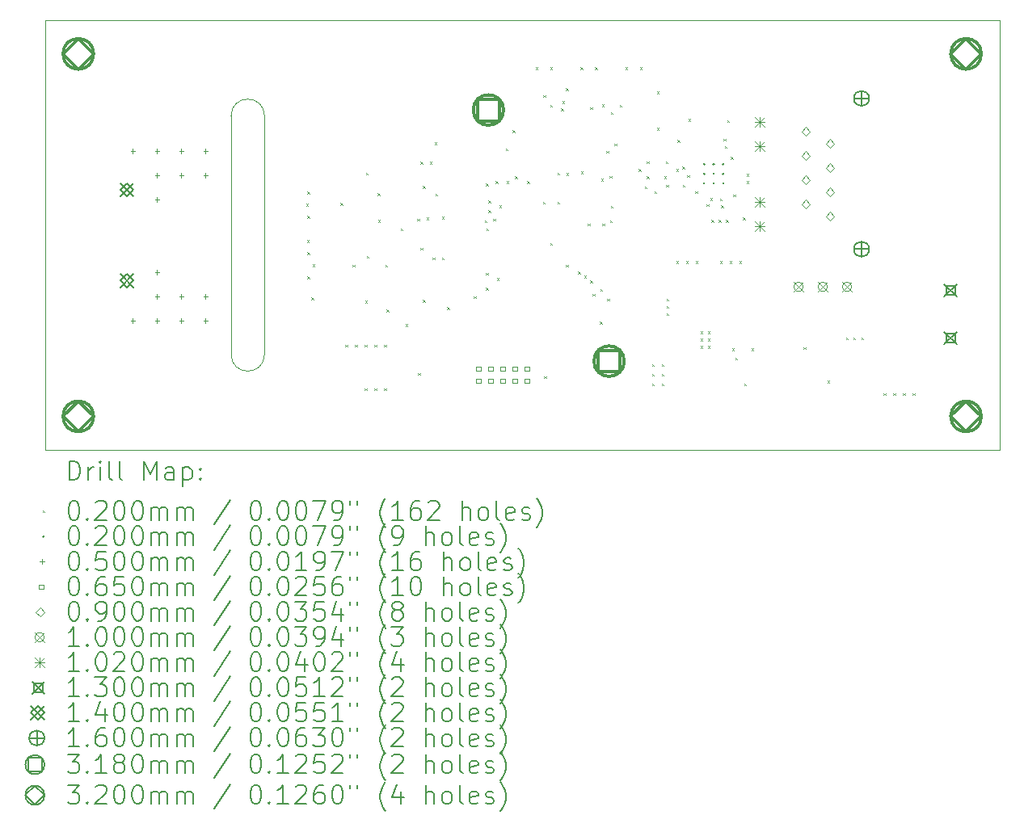
<source format=gbr>
%TF.GenerationSoftware,KiCad,Pcbnew,8.0.1*%
%TF.CreationDate,2024-03-27T20:13:24+01:00*%
%TF.ProjectId,ETH1HMSR-SMS,45544831-484d-4535-922d-534d532e6b69,rev?*%
%TF.SameCoordinates,Original*%
%TF.FileFunction,Drillmap*%
%TF.FilePolarity,Positive*%
%FSLAX45Y45*%
G04 Gerber Fmt 4.5, Leading zero omitted, Abs format (unit mm)*
G04 Created by KiCad (PCBNEW 8.0.1) date 2024-03-27 20:13:24*
%MOMM*%
%LPD*%
G01*
G04 APERTURE LIST*
%ADD10C,0.100000*%
%ADD11C,0.200000*%
%ADD12C,0.102000*%
%ADD13C,0.130000*%
%ADD14C,0.140000*%
%ADD15C,0.160000*%
%ADD16C,0.318000*%
%ADD17C,0.320000*%
G04 APERTURE END LIST*
D10*
X12300000Y-9500000D02*
X12300000Y-7000000D01*
X11950000Y-7000000D02*
X11950000Y-9500000D01*
X10000000Y-6000000D02*
X20000000Y-6000000D01*
X20000000Y-10500000D01*
X10000000Y-10500000D01*
X10000000Y-6000000D01*
X11950000Y-7000000D02*
G75*
G02*
X12300000Y-7000000I175000J0D01*
G01*
X12300000Y-9500000D02*
G75*
G02*
X11950000Y-9500000I-175000J0D01*
G01*
D11*
D10*
X12735800Y-7922500D02*
X12755800Y-7942500D01*
X12755800Y-7922500D02*
X12735800Y-7942500D01*
X12745800Y-8303500D02*
X12765800Y-8323500D01*
X12765800Y-8303500D02*
X12745800Y-8323500D01*
X12748500Y-7795500D02*
X12768500Y-7815500D01*
X12768500Y-7795500D02*
X12748500Y-7815500D01*
X12748500Y-8049500D02*
X12768500Y-8069500D01*
X12768500Y-8049500D02*
X12748500Y-8069500D01*
X12748500Y-8430500D02*
X12768500Y-8450500D01*
X12768500Y-8430500D02*
X12748500Y-8450500D01*
X12748500Y-8684500D02*
X12768500Y-8704500D01*
X12768500Y-8684500D02*
X12748500Y-8704500D01*
X12791600Y-8905400D02*
X12811600Y-8925400D01*
X12811600Y-8905400D02*
X12791600Y-8925400D01*
X12804300Y-8557500D02*
X12824300Y-8577500D01*
X12824300Y-8557500D02*
X12804300Y-8577500D01*
X13096400Y-7914800D02*
X13116400Y-7934800D01*
X13116400Y-7914800D02*
X13096400Y-7934800D01*
X13147200Y-9400700D02*
X13167200Y-9420700D01*
X13167200Y-9400700D02*
X13147200Y-9420700D01*
X13223400Y-8562500D02*
X13243400Y-8582500D01*
X13243400Y-8562500D02*
X13223400Y-8582500D01*
X13248800Y-9400700D02*
X13268800Y-9420700D01*
X13268800Y-9400700D02*
X13248800Y-9420700D01*
X13350400Y-9400700D02*
X13370400Y-9420700D01*
X13370400Y-9400700D02*
X13350400Y-9420700D01*
X13350400Y-9857900D02*
X13370400Y-9877900D01*
X13370400Y-9857900D02*
X13350400Y-9877900D01*
X13357000Y-8937400D02*
X13377000Y-8957400D01*
X13377000Y-8937400D02*
X13357000Y-8957400D01*
X13363100Y-7597300D02*
X13383100Y-7617300D01*
X13383100Y-7597300D02*
X13363100Y-7617300D01*
X13369700Y-8467500D02*
X13389700Y-8487500D01*
X13389700Y-8467500D02*
X13369700Y-8487500D01*
X13452000Y-9400700D02*
X13472000Y-9420700D01*
X13472000Y-9400700D02*
X13452000Y-9420700D01*
X13452000Y-9857900D02*
X13472000Y-9877900D01*
X13472000Y-9857900D02*
X13452000Y-9877900D01*
X13487450Y-7810550D02*
X13507450Y-7830550D01*
X13507450Y-7810550D02*
X13487450Y-7830550D01*
X13490100Y-8092600D02*
X13510100Y-8112600D01*
X13510100Y-8092600D02*
X13490100Y-8112600D01*
X13553600Y-9400700D02*
X13573600Y-9420700D01*
X13573600Y-9400700D02*
X13553600Y-9420700D01*
X13553600Y-9857900D02*
X13573600Y-9877900D01*
X13573600Y-9857900D02*
X13553600Y-9877900D01*
X13566300Y-8562500D02*
X13586300Y-8582500D01*
X13586300Y-8562500D02*
X13566300Y-8582500D01*
X13579000Y-9032400D02*
X13599000Y-9052400D01*
X13599000Y-9032400D02*
X13579000Y-9052400D01*
X13727860Y-8178960D02*
X13747860Y-8198960D01*
X13747860Y-8178960D02*
X13727860Y-8198960D01*
X13775850Y-9184800D02*
X13795850Y-9204800D01*
X13795850Y-9184800D02*
X13775850Y-9204800D01*
X13900600Y-8079900D02*
X13920600Y-8099900D01*
X13920600Y-8079900D02*
X13900600Y-8099900D01*
X13908000Y-9694000D02*
X13928000Y-9714000D01*
X13928000Y-9694000D02*
X13908000Y-9714000D01*
X13934600Y-7483000D02*
X13954600Y-7503000D01*
X13954600Y-7483000D02*
X13934600Y-7503000D01*
X13934600Y-8384700D02*
X13954600Y-8404700D01*
X13954600Y-8384700D02*
X13934600Y-8404700D01*
X13960000Y-7737000D02*
X13980000Y-7757000D01*
X13980000Y-7737000D02*
X13960000Y-7757000D01*
X13960000Y-8930800D02*
X13980000Y-8950800D01*
X13980000Y-8930800D02*
X13960000Y-8950800D01*
X13998100Y-8067200D02*
X14018100Y-8087200D01*
X14018100Y-8067200D02*
X13998100Y-8087200D01*
X14030600Y-7483000D02*
X14050600Y-7503000D01*
X14050600Y-7483000D02*
X14030600Y-7503000D01*
X14061600Y-8486300D02*
X14081600Y-8506300D01*
X14081600Y-8486300D02*
X14061600Y-8506300D01*
X14081920Y-7279800D02*
X14101920Y-7299800D01*
X14101920Y-7279800D02*
X14081920Y-7299800D01*
X14089350Y-7815550D02*
X14109350Y-7835550D01*
X14109350Y-7815550D02*
X14089350Y-7835550D01*
X14156850Y-8486300D02*
X14176850Y-8506300D01*
X14176850Y-8486300D02*
X14156850Y-8506300D01*
X14160600Y-8057100D02*
X14180600Y-8077100D01*
X14180600Y-8057100D02*
X14160600Y-8077100D01*
X14214000Y-9007000D02*
X14234000Y-9027000D01*
X14234000Y-9007000D02*
X14214000Y-9027000D01*
X14493400Y-8892700D02*
X14513400Y-8912700D01*
X14513400Y-8892700D02*
X14493400Y-8912700D01*
X14607700Y-8095000D02*
X14627700Y-8115000D01*
X14627700Y-8095000D02*
X14607700Y-8115000D01*
X14620400Y-7711600D02*
X14640400Y-7731600D01*
X14640400Y-7711600D02*
X14620400Y-7731600D01*
X14620400Y-8645000D02*
X14640400Y-8665000D01*
X14640400Y-8645000D02*
X14620400Y-8665000D01*
X14620400Y-8803800D02*
X14640400Y-8823800D01*
X14640400Y-8803800D02*
X14620400Y-8823800D01*
X14625480Y-8178960D02*
X14645480Y-8198960D01*
X14645480Y-8178960D02*
X14625480Y-8198960D01*
X14645800Y-7889400D02*
X14665800Y-7909400D01*
X14665800Y-7889400D02*
X14645800Y-7909400D01*
X14645800Y-7991000D02*
X14665800Y-8011000D01*
X14665800Y-7991000D02*
X14645800Y-8011000D01*
X14696600Y-8079900D02*
X14716600Y-8099900D01*
X14716600Y-8079900D02*
X14696600Y-8099900D01*
X14722000Y-7686200D02*
X14742000Y-7706200D01*
X14742000Y-7686200D02*
X14722000Y-7706200D01*
X14734700Y-8702200D02*
X14754700Y-8722200D01*
X14754700Y-8702200D02*
X14734700Y-8722200D01*
X14760100Y-7940200D02*
X14780100Y-7960200D01*
X14780100Y-7940200D02*
X14760100Y-7960200D01*
X14828680Y-7340760D02*
X14848680Y-7360760D01*
X14848680Y-7340760D02*
X14828680Y-7360760D01*
X14836300Y-7686200D02*
X14856300Y-7706200D01*
X14856300Y-7686200D02*
X14836300Y-7706200D01*
X14899800Y-7152800D02*
X14919800Y-7172800D01*
X14919800Y-7152800D02*
X14899800Y-7172800D01*
X14925200Y-7635400D02*
X14945200Y-7655400D01*
X14945200Y-7635400D02*
X14925200Y-7655400D01*
X15052200Y-7686200D02*
X15072200Y-7706200D01*
X15072200Y-7686200D02*
X15052200Y-7706200D01*
X15141100Y-6492400D02*
X15161100Y-6512400D01*
X15161100Y-6492400D02*
X15141100Y-6512400D01*
X15217300Y-7902100D02*
X15237300Y-7922100D01*
X15237300Y-7902100D02*
X15217300Y-7922100D01*
X15222900Y-6781850D02*
X15242900Y-6801850D01*
X15242900Y-6781850D02*
X15222900Y-6801850D01*
X15230000Y-9730900D02*
X15250000Y-9750900D01*
X15250000Y-9730900D02*
X15230000Y-9750900D01*
X15293500Y-6492400D02*
X15313500Y-6512400D01*
X15313500Y-6492400D02*
X15293500Y-6512400D01*
X15293500Y-6886100D02*
X15313500Y-6906100D01*
X15313500Y-6886100D02*
X15293500Y-6906100D01*
X15293500Y-8333900D02*
X15313500Y-8353900D01*
X15313500Y-8333900D02*
X15293500Y-8353900D01*
X15368100Y-7595700D02*
X15388100Y-7615700D01*
X15388100Y-7595700D02*
X15368100Y-7615700D01*
X15369700Y-7902100D02*
X15389700Y-7922100D01*
X15389700Y-7902100D02*
X15369700Y-7922100D01*
X15407800Y-6924200D02*
X15427800Y-6944200D01*
X15427800Y-6924200D02*
X15407800Y-6944200D01*
X15420500Y-6848000D02*
X15440500Y-6868000D01*
X15440500Y-6848000D02*
X15420500Y-6868000D01*
X15458600Y-6712400D02*
X15478600Y-6732400D01*
X15478600Y-6712400D02*
X15458600Y-6732400D01*
X15458600Y-8562500D02*
X15478600Y-8582500D01*
X15478600Y-8562500D02*
X15458600Y-8582500D01*
X15461659Y-7600359D02*
X15481659Y-7620359D01*
X15481659Y-7600359D02*
X15461659Y-7620359D01*
X15585600Y-8632750D02*
X15605600Y-8652750D01*
X15605600Y-8632750D02*
X15585600Y-8652750D01*
X15611000Y-6492400D02*
X15631000Y-6512400D01*
X15631000Y-6492400D02*
X15611000Y-6512400D01*
X15618100Y-7584600D02*
X15638100Y-7604600D01*
X15638100Y-7584600D02*
X15618100Y-7604600D01*
X15649100Y-8676800D02*
X15669100Y-8696800D01*
X15669100Y-8676800D02*
X15649100Y-8696800D01*
X15687200Y-8130700D02*
X15707200Y-8150700D01*
X15707200Y-8130700D02*
X15687200Y-8150700D01*
X15712600Y-6911500D02*
X15732600Y-6931500D01*
X15732600Y-6911500D02*
X15712600Y-6931500D01*
X15712600Y-8727600D02*
X15732600Y-8747600D01*
X15732600Y-8727600D02*
X15712600Y-8747600D01*
X15738000Y-8867300D02*
X15758000Y-8887300D01*
X15758000Y-8867300D02*
X15738000Y-8887300D01*
X15763400Y-6492400D02*
X15783400Y-6512400D01*
X15783400Y-6492400D02*
X15763400Y-6512400D01*
X15814200Y-9159400D02*
X15834200Y-9179400D01*
X15834200Y-9159400D02*
X15814200Y-9179400D01*
X15818100Y-8816500D02*
X15838100Y-8836500D01*
X15838100Y-8816500D02*
X15818100Y-8836500D01*
X15826900Y-7660800D02*
X15846900Y-7680800D01*
X15846900Y-7660800D02*
X15826900Y-7680800D01*
X15833500Y-6879500D02*
X15853500Y-6899500D01*
X15853500Y-6879500D02*
X15833500Y-6899500D01*
X15839600Y-8130700D02*
X15859600Y-8150700D01*
X15859600Y-8130700D02*
X15839600Y-8150700D01*
X15880800Y-7368700D02*
X15900800Y-7388700D01*
X15900800Y-7368700D02*
X15880800Y-7388700D01*
X15890400Y-8918100D02*
X15910400Y-8938100D01*
X15910400Y-8918100D02*
X15890400Y-8938100D01*
X15915800Y-7628650D02*
X15935800Y-7648650D01*
X15935800Y-7628650D02*
X15915800Y-7648650D01*
X15918200Y-8095000D02*
X15938200Y-8115000D01*
X15938200Y-8095000D02*
X15918200Y-8115000D01*
X15928500Y-6962300D02*
X15948500Y-6982300D01*
X15948500Y-6962300D02*
X15928500Y-6982300D01*
X15928500Y-7945000D02*
X15948500Y-7965000D01*
X15948500Y-7945000D02*
X15928500Y-7965000D01*
X15966600Y-7292500D02*
X15986600Y-7312500D01*
X15986600Y-7292500D02*
X15966600Y-7312500D01*
X16023500Y-6886100D02*
X16043500Y-6906100D01*
X16043500Y-6886100D02*
X16023500Y-6906100D01*
X16080900Y-6492400D02*
X16100900Y-6512400D01*
X16100900Y-6492400D02*
X16080900Y-6512400D01*
X16220600Y-7557300D02*
X16240600Y-7577300D01*
X16240600Y-7557300D02*
X16220600Y-7577300D01*
X16233300Y-6492400D02*
X16253300Y-6512400D01*
X16253300Y-6492400D02*
X16233300Y-6512400D01*
X16285650Y-7738550D02*
X16305650Y-7758550D01*
X16305650Y-7738550D02*
X16285650Y-7758550D01*
X16306900Y-7477300D02*
X16326900Y-7497300D01*
X16326900Y-7477300D02*
X16306900Y-7497300D01*
X16306900Y-7635400D02*
X16326900Y-7655400D01*
X16326900Y-7635400D02*
X16306900Y-7655400D01*
X16360300Y-9603900D02*
X16380300Y-9623900D01*
X16380300Y-9603900D02*
X16360300Y-9623900D01*
X16360300Y-9705500D02*
X16380300Y-9725500D01*
X16380300Y-9705500D02*
X16360300Y-9725500D01*
X16360300Y-9807100D02*
X16380300Y-9827100D01*
X16380300Y-9807100D02*
X16360300Y-9827100D01*
X16384289Y-7791500D02*
X16404289Y-7811500D01*
X16404289Y-7791500D02*
X16384289Y-7811500D01*
X16411100Y-6746400D02*
X16431100Y-6766400D01*
X16431100Y-6746400D02*
X16411100Y-6766400D01*
X16411100Y-7127400D02*
X16431100Y-7147400D01*
X16431100Y-7127400D02*
X16411100Y-7147400D01*
X16461900Y-9603900D02*
X16481900Y-9623900D01*
X16481900Y-9603900D02*
X16461900Y-9623900D01*
X16461900Y-9705500D02*
X16481900Y-9725500D01*
X16481900Y-9705500D02*
X16461900Y-9725500D01*
X16461900Y-9807100D02*
X16481900Y-9827100D01*
X16481900Y-9807100D02*
X16461900Y-9827100D01*
X16487239Y-7634263D02*
X16507239Y-7654263D01*
X16507239Y-7634263D02*
X16487239Y-7654263D01*
X16505700Y-7477300D02*
X16525700Y-7497300D01*
X16525700Y-7477300D02*
X16505700Y-7497300D01*
X16507850Y-7722300D02*
X16527850Y-7742300D01*
X16527850Y-7722300D02*
X16507850Y-7742300D01*
X16512700Y-8918100D02*
X16532700Y-8938100D01*
X16532700Y-8918100D02*
X16512700Y-8938100D01*
X16512700Y-8994300D02*
X16532700Y-9014300D01*
X16532700Y-8994300D02*
X16512700Y-9014300D01*
X16512700Y-9070500D02*
X16532700Y-9090500D01*
X16532700Y-9070500D02*
X16512700Y-9090500D01*
X16614300Y-7559200D02*
X16634300Y-7579200D01*
X16634300Y-7559200D02*
X16614300Y-7579200D01*
X16614300Y-8524400D02*
X16634300Y-8544400D01*
X16634300Y-8524400D02*
X16614300Y-8544400D01*
X16627000Y-7254400D02*
X16647000Y-7274400D01*
X16647000Y-7254400D02*
X16627000Y-7274400D01*
X16677800Y-7533800D02*
X16697800Y-7553800D01*
X16697800Y-7533800D02*
X16677800Y-7553800D01*
X16684550Y-7722300D02*
X16704550Y-7742300D01*
X16704550Y-7722300D02*
X16684550Y-7742300D01*
X16715900Y-8524400D02*
X16735900Y-8544400D01*
X16735900Y-8524400D02*
X16715900Y-8544400D01*
X16728600Y-7622700D02*
X16748600Y-7642700D01*
X16748600Y-7622700D02*
X16728600Y-7642700D01*
X16741300Y-7032100D02*
X16761300Y-7052100D01*
X16761300Y-7032100D02*
X16741300Y-7052100D01*
X16814250Y-7791050D02*
X16834250Y-7811050D01*
X16834250Y-7791050D02*
X16814250Y-7811050D01*
X16817500Y-8524400D02*
X16837500Y-8544400D01*
X16837500Y-8524400D02*
X16817500Y-8544400D01*
X16868300Y-9261000D02*
X16888300Y-9281000D01*
X16888300Y-9261000D02*
X16868300Y-9281000D01*
X16868300Y-9337200D02*
X16888300Y-9357200D01*
X16888300Y-9337200D02*
X16868300Y-9357200D01*
X16868300Y-9413400D02*
X16888300Y-9433400D01*
X16888300Y-9413400D02*
X16868300Y-9433400D01*
X16931800Y-7927500D02*
X16951800Y-7947500D01*
X16951800Y-7927500D02*
X16931800Y-7947500D01*
X16944500Y-9261000D02*
X16964500Y-9281000D01*
X16964500Y-9261000D02*
X16944500Y-9281000D01*
X16944500Y-9337200D02*
X16964500Y-9357200D01*
X16964500Y-9337200D02*
X16944500Y-9357200D01*
X16944500Y-9413400D02*
X16964500Y-9433400D01*
X16964500Y-9413400D02*
X16944500Y-9433400D01*
X16970300Y-7864000D02*
X16990300Y-7884000D01*
X16990300Y-7864000D02*
X16970300Y-7884000D01*
X16982600Y-8092600D02*
X17002600Y-8112600D01*
X17002600Y-8092600D02*
X16982600Y-8112600D01*
X17058800Y-8092600D02*
X17078800Y-8112600D01*
X17078800Y-8092600D02*
X17058800Y-8112600D01*
X17070300Y-7865200D02*
X17090300Y-7885200D01*
X17090300Y-7865200D02*
X17070300Y-7885200D01*
X17071500Y-8524400D02*
X17091500Y-8544400D01*
X17091500Y-8524400D02*
X17071500Y-8544400D01*
X17084200Y-7940200D02*
X17104200Y-7960200D01*
X17104200Y-7940200D02*
X17084200Y-7960200D01*
X17109600Y-7241700D02*
X17129600Y-7261700D01*
X17129600Y-7241700D02*
X17109600Y-7261700D01*
X17122300Y-7317900D02*
X17142300Y-7337900D01*
X17142300Y-7317900D02*
X17122300Y-7337900D01*
X17135000Y-8092600D02*
X17155000Y-8112600D01*
X17155000Y-8092600D02*
X17135000Y-8112600D01*
X17147700Y-7044800D02*
X17167700Y-7064800D01*
X17167700Y-7044800D02*
X17147700Y-7064800D01*
X17173100Y-8524400D02*
X17193100Y-8544400D01*
X17193100Y-8524400D02*
X17173100Y-8544400D01*
X17185800Y-7432200D02*
X17205800Y-7452200D01*
X17205800Y-7432200D02*
X17185800Y-7452200D01*
X17198500Y-9438800D02*
X17218500Y-9458800D01*
X17218500Y-9438800D02*
X17198500Y-9458800D01*
X17211200Y-7825900D02*
X17231200Y-7845900D01*
X17231200Y-7825900D02*
X17211200Y-7845900D01*
X17230500Y-9533800D02*
X17250500Y-9553800D01*
X17250500Y-9533800D02*
X17230500Y-9553800D01*
X17274700Y-8524400D02*
X17294700Y-8544400D01*
X17294700Y-8524400D02*
X17274700Y-8544400D01*
X17312800Y-8067200D02*
X17332800Y-8087200D01*
X17332800Y-8067200D02*
X17312800Y-8087200D01*
X17325500Y-9807100D02*
X17345500Y-9827100D01*
X17345500Y-9807100D02*
X17325500Y-9827100D01*
X17350900Y-7609800D02*
X17370900Y-7629800D01*
X17370900Y-7609800D02*
X17350900Y-7629800D01*
X17350900Y-7684800D02*
X17370900Y-7704800D01*
X17370900Y-7684800D02*
X17350900Y-7704800D01*
X17401700Y-9438800D02*
X17421700Y-9458800D01*
X17421700Y-9438800D02*
X17401700Y-9458800D01*
X17947800Y-9426100D02*
X17967800Y-9446100D01*
X17967800Y-9426100D02*
X17947800Y-9446100D01*
X18195700Y-9775100D02*
X18215700Y-9795100D01*
X18215700Y-9775100D02*
X18195700Y-9795100D01*
X18392300Y-9324500D02*
X18412300Y-9344500D01*
X18412300Y-9324500D02*
X18392300Y-9344500D01*
X18468500Y-9324500D02*
X18488500Y-9344500D01*
X18488500Y-9324500D02*
X18468500Y-9344500D01*
X18551300Y-9324500D02*
X18571300Y-9344500D01*
X18571300Y-9324500D02*
X18551300Y-9344500D01*
X18786000Y-9908700D02*
X18806000Y-9928700D01*
X18806000Y-9908700D02*
X18786000Y-9928700D01*
X18887600Y-9908700D02*
X18907600Y-9928700D01*
X18907600Y-9908700D02*
X18887600Y-9928700D01*
X18989200Y-9908700D02*
X19009200Y-9928700D01*
X19009200Y-9908700D02*
X18989200Y-9928700D01*
X19090800Y-9908700D02*
X19110800Y-9928700D01*
X19110800Y-9908700D02*
X19090800Y-9928700D01*
X16915300Y-7507300D02*
G75*
G02*
X16895300Y-7507300I-10000J0D01*
G01*
X16895300Y-7507300D02*
G75*
G02*
X16915300Y-7507300I10000J0D01*
G01*
X16915300Y-7607300D02*
G75*
G02*
X16895300Y-7607300I-10000J0D01*
G01*
X16895300Y-7607300D02*
G75*
G02*
X16915300Y-7607300I10000J0D01*
G01*
X16915300Y-7707300D02*
G75*
G02*
X16895300Y-7707300I-10000J0D01*
G01*
X16895300Y-7707300D02*
G75*
G02*
X16915300Y-7707300I10000J0D01*
G01*
X17015300Y-7507300D02*
G75*
G02*
X16995300Y-7507300I-10000J0D01*
G01*
X16995300Y-7507300D02*
G75*
G02*
X17015300Y-7507300I10000J0D01*
G01*
X17015300Y-7607300D02*
G75*
G02*
X16995300Y-7607300I-10000J0D01*
G01*
X16995300Y-7607300D02*
G75*
G02*
X17015300Y-7607300I10000J0D01*
G01*
X17015300Y-7707300D02*
G75*
G02*
X16995300Y-7707300I-10000J0D01*
G01*
X16995300Y-7707300D02*
G75*
G02*
X17015300Y-7707300I10000J0D01*
G01*
X17115300Y-7507300D02*
G75*
G02*
X17095300Y-7507300I-10000J0D01*
G01*
X17095300Y-7507300D02*
G75*
G02*
X17115300Y-7507300I10000J0D01*
G01*
X17115300Y-7607300D02*
G75*
G02*
X17095300Y-7607300I-10000J0D01*
G01*
X17095300Y-7607300D02*
G75*
G02*
X17115300Y-7607300I10000J0D01*
G01*
X17115300Y-7707300D02*
G75*
G02*
X17095300Y-7707300I-10000J0D01*
G01*
X17095300Y-7707300D02*
G75*
G02*
X17115300Y-7707300I10000J0D01*
G01*
X10922000Y-7341000D02*
X10922000Y-7391000D01*
X10897000Y-7366000D02*
X10947000Y-7366000D01*
X10922000Y-9119000D02*
X10922000Y-9169000D01*
X10897000Y-9144000D02*
X10947000Y-9144000D01*
X11176000Y-7341000D02*
X11176000Y-7391000D01*
X11151000Y-7366000D02*
X11201000Y-7366000D01*
X11176000Y-7595000D02*
X11176000Y-7645000D01*
X11151000Y-7620000D02*
X11201000Y-7620000D01*
X11176000Y-7849000D02*
X11176000Y-7899000D01*
X11151000Y-7874000D02*
X11201000Y-7874000D01*
X11176000Y-8611000D02*
X11176000Y-8661000D01*
X11151000Y-8636000D02*
X11201000Y-8636000D01*
X11176000Y-8865000D02*
X11176000Y-8915000D01*
X11151000Y-8890000D02*
X11201000Y-8890000D01*
X11176000Y-9119000D02*
X11176000Y-9169000D01*
X11151000Y-9144000D02*
X11201000Y-9144000D01*
X11430000Y-7341000D02*
X11430000Y-7391000D01*
X11405000Y-7366000D02*
X11455000Y-7366000D01*
X11430000Y-7595000D02*
X11430000Y-7645000D01*
X11405000Y-7620000D02*
X11455000Y-7620000D01*
X11430000Y-8865000D02*
X11430000Y-8915000D01*
X11405000Y-8890000D02*
X11455000Y-8890000D01*
X11430000Y-9119000D02*
X11430000Y-9169000D01*
X11405000Y-9144000D02*
X11455000Y-9144000D01*
X11684000Y-7341000D02*
X11684000Y-7391000D01*
X11659000Y-7366000D02*
X11709000Y-7366000D01*
X11684000Y-7595000D02*
X11684000Y-7645000D01*
X11659000Y-7620000D02*
X11709000Y-7620000D01*
X11684000Y-8865000D02*
X11684000Y-8915000D01*
X11659000Y-8890000D02*
X11709000Y-8890000D01*
X11684000Y-9119000D02*
X11684000Y-9169000D01*
X11659000Y-9144000D02*
X11709000Y-9144000D01*
X14563481Y-9673981D02*
X14563481Y-9628019D01*
X14517519Y-9628019D01*
X14517519Y-9673981D01*
X14563481Y-9673981D01*
X14563481Y-9800981D02*
X14563481Y-9755019D01*
X14517519Y-9755019D01*
X14517519Y-9800981D01*
X14563481Y-9800981D01*
X14690481Y-9673981D02*
X14690481Y-9628019D01*
X14644519Y-9628019D01*
X14644519Y-9673981D01*
X14690481Y-9673981D01*
X14690481Y-9800981D02*
X14690481Y-9755019D01*
X14644519Y-9755019D01*
X14644519Y-9800981D01*
X14690481Y-9800981D01*
X14817481Y-9673981D02*
X14817481Y-9628019D01*
X14771519Y-9628019D01*
X14771519Y-9673981D01*
X14817481Y-9673981D01*
X14817481Y-9800981D02*
X14817481Y-9755019D01*
X14771519Y-9755019D01*
X14771519Y-9800981D01*
X14817481Y-9800981D01*
X14944481Y-9673981D02*
X14944481Y-9628019D01*
X14898519Y-9628019D01*
X14898519Y-9673981D01*
X14944481Y-9673981D01*
X14944481Y-9800981D02*
X14944481Y-9755019D01*
X14898519Y-9755019D01*
X14898519Y-9800981D01*
X14944481Y-9800981D01*
X15071481Y-9673981D02*
X15071481Y-9628019D01*
X15025519Y-9628019D01*
X15025519Y-9673981D01*
X15071481Y-9673981D01*
X15071481Y-9800981D02*
X15071481Y-9755019D01*
X15025519Y-9755019D01*
X15025519Y-9800981D01*
X15071481Y-9800981D01*
X17970500Y-7207800D02*
X18015500Y-7162800D01*
X17970500Y-7117800D01*
X17925500Y-7162800D01*
X17970500Y-7207800D01*
X17970500Y-7461800D02*
X18015500Y-7416800D01*
X17970500Y-7371800D01*
X17925500Y-7416800D01*
X17970500Y-7461800D01*
X17970500Y-7715800D02*
X18015500Y-7670800D01*
X17970500Y-7625800D01*
X17925500Y-7670800D01*
X17970500Y-7715800D01*
X17970500Y-7969800D02*
X18015500Y-7924800D01*
X17970500Y-7879800D01*
X17925500Y-7924800D01*
X17970500Y-7969800D01*
X18224500Y-7334800D02*
X18269500Y-7289800D01*
X18224500Y-7244800D01*
X18179500Y-7289800D01*
X18224500Y-7334800D01*
X18224500Y-7588800D02*
X18269500Y-7543800D01*
X18224500Y-7498800D01*
X18179500Y-7543800D01*
X18224500Y-7588800D01*
X18224500Y-7842800D02*
X18269500Y-7797800D01*
X18224500Y-7752800D01*
X18179500Y-7797800D01*
X18224500Y-7842800D01*
X18224500Y-8096800D02*
X18269500Y-8051800D01*
X18224500Y-8006800D01*
X18179500Y-8051800D01*
X18224500Y-8096800D01*
X17845250Y-8741750D02*
X17945250Y-8841750D01*
X17945250Y-8741750D02*
X17845250Y-8841750D01*
X17945250Y-8791750D02*
G75*
G02*
X17845250Y-8791750I-50000J0D01*
G01*
X17845250Y-8791750D02*
G75*
G02*
X17945250Y-8791750I50000J0D01*
G01*
X18099250Y-8741750D02*
X18199250Y-8841750D01*
X18199250Y-8741750D02*
X18099250Y-8841750D01*
X18199250Y-8791750D02*
G75*
G02*
X18099250Y-8791750I-50000J0D01*
G01*
X18099250Y-8791750D02*
G75*
G02*
X18199250Y-8791750I50000J0D01*
G01*
X18353250Y-8741750D02*
X18453250Y-8841750D01*
X18453250Y-8741750D02*
X18353250Y-8841750D01*
X18453250Y-8791750D02*
G75*
G02*
X18353250Y-8791750I-50000J0D01*
G01*
X18353250Y-8791750D02*
G75*
G02*
X18453250Y-8791750I50000J0D01*
G01*
D12*
X17436500Y-7009800D02*
X17538500Y-7111800D01*
X17538500Y-7009800D02*
X17436500Y-7111800D01*
X17487500Y-7009800D02*
X17487500Y-7111800D01*
X17436500Y-7060800D02*
X17538500Y-7060800D01*
X17436500Y-7263800D02*
X17538500Y-7365800D01*
X17538500Y-7263800D02*
X17436500Y-7365800D01*
X17487500Y-7263800D02*
X17487500Y-7365800D01*
X17436500Y-7314800D02*
X17538500Y-7314800D01*
X17436500Y-7848800D02*
X17538500Y-7950800D01*
X17538500Y-7848800D02*
X17436500Y-7950800D01*
X17487500Y-7848800D02*
X17487500Y-7950800D01*
X17436500Y-7899800D02*
X17538500Y-7899800D01*
X17436500Y-8102800D02*
X17538500Y-8204800D01*
X17538500Y-8102800D02*
X17436500Y-8204800D01*
X17487500Y-8102800D02*
X17487500Y-8204800D01*
X17436500Y-8153800D02*
X17538500Y-8153800D01*
D13*
X19421900Y-8765500D02*
X19551900Y-8895500D01*
X19551900Y-8765500D02*
X19421900Y-8895500D01*
X19532862Y-8876462D02*
X19532862Y-8784538D01*
X19440938Y-8784538D01*
X19440938Y-8876462D01*
X19532862Y-8876462D01*
X19421900Y-9265500D02*
X19551900Y-9395500D01*
X19551900Y-9265500D02*
X19421900Y-9395500D01*
X19532862Y-9376462D02*
X19532862Y-9284538D01*
X19440938Y-9284538D01*
X19440938Y-9376462D01*
X19532862Y-9376462D01*
D14*
X10787000Y-7704000D02*
X10927000Y-7844000D01*
X10927000Y-7704000D02*
X10787000Y-7844000D01*
X10857000Y-7844000D02*
X10927000Y-7774000D01*
X10857000Y-7704000D01*
X10787000Y-7774000D01*
X10857000Y-7844000D01*
X10787000Y-8656000D02*
X10927000Y-8796000D01*
X10927000Y-8656000D02*
X10787000Y-8796000D01*
X10857000Y-8796000D02*
X10927000Y-8726000D01*
X10857000Y-8656000D01*
X10787000Y-8726000D01*
X10857000Y-8796000D01*
D15*
X18554500Y-6737300D02*
X18554500Y-6897300D01*
X18474500Y-6817300D02*
X18634500Y-6817300D01*
X18634500Y-6817300D02*
G75*
G02*
X18474500Y-6817300I-80000J0D01*
G01*
X18474500Y-6817300D02*
G75*
G02*
X18634500Y-6817300I80000J0D01*
G01*
X18554500Y-8317300D02*
X18554500Y-8477300D01*
X18474500Y-8397300D02*
X18634500Y-8397300D01*
X18634500Y-8397300D02*
G75*
G02*
X18474500Y-8397300I-80000J0D01*
G01*
X18474500Y-8397300D02*
G75*
G02*
X18634500Y-8397300I80000J0D01*
G01*
D16*
X14758531Y-7051431D02*
X14758531Y-6826569D01*
X14533669Y-6826569D01*
X14533669Y-7051431D01*
X14758531Y-7051431D01*
X14805100Y-6939000D02*
G75*
G02*
X14487100Y-6939000I-159000J0D01*
G01*
X14487100Y-6939000D02*
G75*
G02*
X14805100Y-6939000I159000J0D01*
G01*
X16022531Y-9683431D02*
X16022531Y-9458569D01*
X15797669Y-9458569D01*
X15797669Y-9683431D01*
X16022531Y-9683431D01*
X16069100Y-9571000D02*
G75*
G02*
X15751100Y-9571000I-159000J0D01*
G01*
X15751100Y-9571000D02*
G75*
G02*
X16069100Y-9571000I159000J0D01*
G01*
D17*
X10350000Y-6510000D02*
X10510000Y-6350000D01*
X10350000Y-6190000D01*
X10190000Y-6350000D01*
X10350000Y-6510000D01*
X10510000Y-6350000D02*
G75*
G02*
X10190000Y-6350000I-160000J0D01*
G01*
X10190000Y-6350000D02*
G75*
G02*
X10510000Y-6350000I160000J0D01*
G01*
X10350000Y-10310000D02*
X10510000Y-10150000D01*
X10350000Y-9990000D01*
X10190000Y-10150000D01*
X10350000Y-10310000D01*
X10510000Y-10150000D02*
G75*
G02*
X10190000Y-10150000I-160000J0D01*
G01*
X10190000Y-10150000D02*
G75*
G02*
X10510000Y-10150000I160000J0D01*
G01*
X19650000Y-6510000D02*
X19810000Y-6350000D01*
X19650000Y-6190000D01*
X19490000Y-6350000D01*
X19650000Y-6510000D01*
X19810000Y-6350000D02*
G75*
G02*
X19490000Y-6350000I-160000J0D01*
G01*
X19490000Y-6350000D02*
G75*
G02*
X19810000Y-6350000I160000J0D01*
G01*
X19650000Y-10310000D02*
X19810000Y-10150000D01*
X19650000Y-9990000D01*
X19490000Y-10150000D01*
X19650000Y-10310000D01*
X19810000Y-10150000D02*
G75*
G02*
X19490000Y-10150000I-160000J0D01*
G01*
X19490000Y-10150000D02*
G75*
G02*
X19810000Y-10150000I160000J0D01*
G01*
D11*
X10255777Y-10816484D02*
X10255777Y-10616484D01*
X10255777Y-10616484D02*
X10303396Y-10616484D01*
X10303396Y-10616484D02*
X10331967Y-10626008D01*
X10331967Y-10626008D02*
X10351015Y-10645055D01*
X10351015Y-10645055D02*
X10360539Y-10664103D01*
X10360539Y-10664103D02*
X10370063Y-10702198D01*
X10370063Y-10702198D02*
X10370063Y-10730770D01*
X10370063Y-10730770D02*
X10360539Y-10768865D01*
X10360539Y-10768865D02*
X10351015Y-10787912D01*
X10351015Y-10787912D02*
X10331967Y-10806960D01*
X10331967Y-10806960D02*
X10303396Y-10816484D01*
X10303396Y-10816484D02*
X10255777Y-10816484D01*
X10455777Y-10816484D02*
X10455777Y-10683150D01*
X10455777Y-10721246D02*
X10465301Y-10702198D01*
X10465301Y-10702198D02*
X10474824Y-10692674D01*
X10474824Y-10692674D02*
X10493872Y-10683150D01*
X10493872Y-10683150D02*
X10512920Y-10683150D01*
X10579586Y-10816484D02*
X10579586Y-10683150D01*
X10579586Y-10616484D02*
X10570063Y-10626008D01*
X10570063Y-10626008D02*
X10579586Y-10635531D01*
X10579586Y-10635531D02*
X10589110Y-10626008D01*
X10589110Y-10626008D02*
X10579586Y-10616484D01*
X10579586Y-10616484D02*
X10579586Y-10635531D01*
X10703396Y-10816484D02*
X10684348Y-10806960D01*
X10684348Y-10806960D02*
X10674824Y-10787912D01*
X10674824Y-10787912D02*
X10674824Y-10616484D01*
X10808158Y-10816484D02*
X10789110Y-10806960D01*
X10789110Y-10806960D02*
X10779586Y-10787912D01*
X10779586Y-10787912D02*
X10779586Y-10616484D01*
X11036729Y-10816484D02*
X11036729Y-10616484D01*
X11036729Y-10616484D02*
X11103396Y-10759341D01*
X11103396Y-10759341D02*
X11170063Y-10616484D01*
X11170063Y-10616484D02*
X11170063Y-10816484D01*
X11351015Y-10816484D02*
X11351015Y-10711722D01*
X11351015Y-10711722D02*
X11341491Y-10692674D01*
X11341491Y-10692674D02*
X11322443Y-10683150D01*
X11322443Y-10683150D02*
X11284348Y-10683150D01*
X11284348Y-10683150D02*
X11265301Y-10692674D01*
X11351015Y-10806960D02*
X11331967Y-10816484D01*
X11331967Y-10816484D02*
X11284348Y-10816484D01*
X11284348Y-10816484D02*
X11265301Y-10806960D01*
X11265301Y-10806960D02*
X11255777Y-10787912D01*
X11255777Y-10787912D02*
X11255777Y-10768865D01*
X11255777Y-10768865D02*
X11265301Y-10749817D01*
X11265301Y-10749817D02*
X11284348Y-10740293D01*
X11284348Y-10740293D02*
X11331967Y-10740293D01*
X11331967Y-10740293D02*
X11351015Y-10730770D01*
X11446253Y-10683150D02*
X11446253Y-10883150D01*
X11446253Y-10692674D02*
X11465301Y-10683150D01*
X11465301Y-10683150D02*
X11503396Y-10683150D01*
X11503396Y-10683150D02*
X11522443Y-10692674D01*
X11522443Y-10692674D02*
X11531967Y-10702198D01*
X11531967Y-10702198D02*
X11541491Y-10721246D01*
X11541491Y-10721246D02*
X11541491Y-10778389D01*
X11541491Y-10778389D02*
X11531967Y-10797436D01*
X11531967Y-10797436D02*
X11522443Y-10806960D01*
X11522443Y-10806960D02*
X11503396Y-10816484D01*
X11503396Y-10816484D02*
X11465301Y-10816484D01*
X11465301Y-10816484D02*
X11446253Y-10806960D01*
X11627205Y-10797436D02*
X11636729Y-10806960D01*
X11636729Y-10806960D02*
X11627205Y-10816484D01*
X11627205Y-10816484D02*
X11617682Y-10806960D01*
X11617682Y-10806960D02*
X11627205Y-10797436D01*
X11627205Y-10797436D02*
X11627205Y-10816484D01*
X11627205Y-10692674D02*
X11636729Y-10702198D01*
X11636729Y-10702198D02*
X11627205Y-10711722D01*
X11627205Y-10711722D02*
X11617682Y-10702198D01*
X11617682Y-10702198D02*
X11627205Y-10692674D01*
X11627205Y-10692674D02*
X11627205Y-10711722D01*
D10*
X9975000Y-11135000D02*
X9995000Y-11155000D01*
X9995000Y-11135000D02*
X9975000Y-11155000D01*
D11*
X10293872Y-11036484D02*
X10312920Y-11036484D01*
X10312920Y-11036484D02*
X10331967Y-11046008D01*
X10331967Y-11046008D02*
X10341491Y-11055531D01*
X10341491Y-11055531D02*
X10351015Y-11074579D01*
X10351015Y-11074579D02*
X10360539Y-11112674D01*
X10360539Y-11112674D02*
X10360539Y-11160293D01*
X10360539Y-11160293D02*
X10351015Y-11198388D01*
X10351015Y-11198388D02*
X10341491Y-11217436D01*
X10341491Y-11217436D02*
X10331967Y-11226960D01*
X10331967Y-11226960D02*
X10312920Y-11236484D01*
X10312920Y-11236484D02*
X10293872Y-11236484D01*
X10293872Y-11236484D02*
X10274824Y-11226960D01*
X10274824Y-11226960D02*
X10265301Y-11217436D01*
X10265301Y-11217436D02*
X10255777Y-11198388D01*
X10255777Y-11198388D02*
X10246253Y-11160293D01*
X10246253Y-11160293D02*
X10246253Y-11112674D01*
X10246253Y-11112674D02*
X10255777Y-11074579D01*
X10255777Y-11074579D02*
X10265301Y-11055531D01*
X10265301Y-11055531D02*
X10274824Y-11046008D01*
X10274824Y-11046008D02*
X10293872Y-11036484D01*
X10446253Y-11217436D02*
X10455777Y-11226960D01*
X10455777Y-11226960D02*
X10446253Y-11236484D01*
X10446253Y-11236484D02*
X10436729Y-11226960D01*
X10436729Y-11226960D02*
X10446253Y-11217436D01*
X10446253Y-11217436D02*
X10446253Y-11236484D01*
X10531967Y-11055531D02*
X10541491Y-11046008D01*
X10541491Y-11046008D02*
X10560539Y-11036484D01*
X10560539Y-11036484D02*
X10608158Y-11036484D01*
X10608158Y-11036484D02*
X10627205Y-11046008D01*
X10627205Y-11046008D02*
X10636729Y-11055531D01*
X10636729Y-11055531D02*
X10646253Y-11074579D01*
X10646253Y-11074579D02*
X10646253Y-11093627D01*
X10646253Y-11093627D02*
X10636729Y-11122198D01*
X10636729Y-11122198D02*
X10522444Y-11236484D01*
X10522444Y-11236484D02*
X10646253Y-11236484D01*
X10770063Y-11036484D02*
X10789110Y-11036484D01*
X10789110Y-11036484D02*
X10808158Y-11046008D01*
X10808158Y-11046008D02*
X10817682Y-11055531D01*
X10817682Y-11055531D02*
X10827205Y-11074579D01*
X10827205Y-11074579D02*
X10836729Y-11112674D01*
X10836729Y-11112674D02*
X10836729Y-11160293D01*
X10836729Y-11160293D02*
X10827205Y-11198388D01*
X10827205Y-11198388D02*
X10817682Y-11217436D01*
X10817682Y-11217436D02*
X10808158Y-11226960D01*
X10808158Y-11226960D02*
X10789110Y-11236484D01*
X10789110Y-11236484D02*
X10770063Y-11236484D01*
X10770063Y-11236484D02*
X10751015Y-11226960D01*
X10751015Y-11226960D02*
X10741491Y-11217436D01*
X10741491Y-11217436D02*
X10731967Y-11198388D01*
X10731967Y-11198388D02*
X10722444Y-11160293D01*
X10722444Y-11160293D02*
X10722444Y-11112674D01*
X10722444Y-11112674D02*
X10731967Y-11074579D01*
X10731967Y-11074579D02*
X10741491Y-11055531D01*
X10741491Y-11055531D02*
X10751015Y-11046008D01*
X10751015Y-11046008D02*
X10770063Y-11036484D01*
X10960539Y-11036484D02*
X10979586Y-11036484D01*
X10979586Y-11036484D02*
X10998634Y-11046008D01*
X10998634Y-11046008D02*
X11008158Y-11055531D01*
X11008158Y-11055531D02*
X11017682Y-11074579D01*
X11017682Y-11074579D02*
X11027205Y-11112674D01*
X11027205Y-11112674D02*
X11027205Y-11160293D01*
X11027205Y-11160293D02*
X11017682Y-11198388D01*
X11017682Y-11198388D02*
X11008158Y-11217436D01*
X11008158Y-11217436D02*
X10998634Y-11226960D01*
X10998634Y-11226960D02*
X10979586Y-11236484D01*
X10979586Y-11236484D02*
X10960539Y-11236484D01*
X10960539Y-11236484D02*
X10941491Y-11226960D01*
X10941491Y-11226960D02*
X10931967Y-11217436D01*
X10931967Y-11217436D02*
X10922444Y-11198388D01*
X10922444Y-11198388D02*
X10912920Y-11160293D01*
X10912920Y-11160293D02*
X10912920Y-11112674D01*
X10912920Y-11112674D02*
X10922444Y-11074579D01*
X10922444Y-11074579D02*
X10931967Y-11055531D01*
X10931967Y-11055531D02*
X10941491Y-11046008D01*
X10941491Y-11046008D02*
X10960539Y-11036484D01*
X11112920Y-11236484D02*
X11112920Y-11103150D01*
X11112920Y-11122198D02*
X11122444Y-11112674D01*
X11122444Y-11112674D02*
X11141491Y-11103150D01*
X11141491Y-11103150D02*
X11170063Y-11103150D01*
X11170063Y-11103150D02*
X11189110Y-11112674D01*
X11189110Y-11112674D02*
X11198634Y-11131722D01*
X11198634Y-11131722D02*
X11198634Y-11236484D01*
X11198634Y-11131722D02*
X11208158Y-11112674D01*
X11208158Y-11112674D02*
X11227205Y-11103150D01*
X11227205Y-11103150D02*
X11255777Y-11103150D01*
X11255777Y-11103150D02*
X11274824Y-11112674D01*
X11274824Y-11112674D02*
X11284348Y-11131722D01*
X11284348Y-11131722D02*
X11284348Y-11236484D01*
X11379586Y-11236484D02*
X11379586Y-11103150D01*
X11379586Y-11122198D02*
X11389110Y-11112674D01*
X11389110Y-11112674D02*
X11408158Y-11103150D01*
X11408158Y-11103150D02*
X11436729Y-11103150D01*
X11436729Y-11103150D02*
X11455777Y-11112674D01*
X11455777Y-11112674D02*
X11465301Y-11131722D01*
X11465301Y-11131722D02*
X11465301Y-11236484D01*
X11465301Y-11131722D02*
X11474824Y-11112674D01*
X11474824Y-11112674D02*
X11493872Y-11103150D01*
X11493872Y-11103150D02*
X11522443Y-11103150D01*
X11522443Y-11103150D02*
X11541491Y-11112674D01*
X11541491Y-11112674D02*
X11551015Y-11131722D01*
X11551015Y-11131722D02*
X11551015Y-11236484D01*
X11941491Y-11026960D02*
X11770063Y-11284103D01*
X12198634Y-11036484D02*
X12217682Y-11036484D01*
X12217682Y-11036484D02*
X12236729Y-11046008D01*
X12236729Y-11046008D02*
X12246253Y-11055531D01*
X12246253Y-11055531D02*
X12255777Y-11074579D01*
X12255777Y-11074579D02*
X12265301Y-11112674D01*
X12265301Y-11112674D02*
X12265301Y-11160293D01*
X12265301Y-11160293D02*
X12255777Y-11198388D01*
X12255777Y-11198388D02*
X12246253Y-11217436D01*
X12246253Y-11217436D02*
X12236729Y-11226960D01*
X12236729Y-11226960D02*
X12217682Y-11236484D01*
X12217682Y-11236484D02*
X12198634Y-11236484D01*
X12198634Y-11236484D02*
X12179586Y-11226960D01*
X12179586Y-11226960D02*
X12170063Y-11217436D01*
X12170063Y-11217436D02*
X12160539Y-11198388D01*
X12160539Y-11198388D02*
X12151015Y-11160293D01*
X12151015Y-11160293D02*
X12151015Y-11112674D01*
X12151015Y-11112674D02*
X12160539Y-11074579D01*
X12160539Y-11074579D02*
X12170063Y-11055531D01*
X12170063Y-11055531D02*
X12179586Y-11046008D01*
X12179586Y-11046008D02*
X12198634Y-11036484D01*
X12351015Y-11217436D02*
X12360539Y-11226960D01*
X12360539Y-11226960D02*
X12351015Y-11236484D01*
X12351015Y-11236484D02*
X12341491Y-11226960D01*
X12341491Y-11226960D02*
X12351015Y-11217436D01*
X12351015Y-11217436D02*
X12351015Y-11236484D01*
X12484348Y-11036484D02*
X12503396Y-11036484D01*
X12503396Y-11036484D02*
X12522444Y-11046008D01*
X12522444Y-11046008D02*
X12531967Y-11055531D01*
X12531967Y-11055531D02*
X12541491Y-11074579D01*
X12541491Y-11074579D02*
X12551015Y-11112674D01*
X12551015Y-11112674D02*
X12551015Y-11160293D01*
X12551015Y-11160293D02*
X12541491Y-11198388D01*
X12541491Y-11198388D02*
X12531967Y-11217436D01*
X12531967Y-11217436D02*
X12522444Y-11226960D01*
X12522444Y-11226960D02*
X12503396Y-11236484D01*
X12503396Y-11236484D02*
X12484348Y-11236484D01*
X12484348Y-11236484D02*
X12465301Y-11226960D01*
X12465301Y-11226960D02*
X12455777Y-11217436D01*
X12455777Y-11217436D02*
X12446253Y-11198388D01*
X12446253Y-11198388D02*
X12436729Y-11160293D01*
X12436729Y-11160293D02*
X12436729Y-11112674D01*
X12436729Y-11112674D02*
X12446253Y-11074579D01*
X12446253Y-11074579D02*
X12455777Y-11055531D01*
X12455777Y-11055531D02*
X12465301Y-11046008D01*
X12465301Y-11046008D02*
X12484348Y-11036484D01*
X12674825Y-11036484D02*
X12693872Y-11036484D01*
X12693872Y-11036484D02*
X12712920Y-11046008D01*
X12712920Y-11046008D02*
X12722444Y-11055531D01*
X12722444Y-11055531D02*
X12731967Y-11074579D01*
X12731967Y-11074579D02*
X12741491Y-11112674D01*
X12741491Y-11112674D02*
X12741491Y-11160293D01*
X12741491Y-11160293D02*
X12731967Y-11198388D01*
X12731967Y-11198388D02*
X12722444Y-11217436D01*
X12722444Y-11217436D02*
X12712920Y-11226960D01*
X12712920Y-11226960D02*
X12693872Y-11236484D01*
X12693872Y-11236484D02*
X12674825Y-11236484D01*
X12674825Y-11236484D02*
X12655777Y-11226960D01*
X12655777Y-11226960D02*
X12646253Y-11217436D01*
X12646253Y-11217436D02*
X12636729Y-11198388D01*
X12636729Y-11198388D02*
X12627206Y-11160293D01*
X12627206Y-11160293D02*
X12627206Y-11112674D01*
X12627206Y-11112674D02*
X12636729Y-11074579D01*
X12636729Y-11074579D02*
X12646253Y-11055531D01*
X12646253Y-11055531D02*
X12655777Y-11046008D01*
X12655777Y-11046008D02*
X12674825Y-11036484D01*
X12808158Y-11036484D02*
X12941491Y-11036484D01*
X12941491Y-11036484D02*
X12855777Y-11236484D01*
X13027206Y-11236484D02*
X13065301Y-11236484D01*
X13065301Y-11236484D02*
X13084348Y-11226960D01*
X13084348Y-11226960D02*
X13093872Y-11217436D01*
X13093872Y-11217436D02*
X13112920Y-11188865D01*
X13112920Y-11188865D02*
X13122444Y-11150770D01*
X13122444Y-11150770D02*
X13122444Y-11074579D01*
X13122444Y-11074579D02*
X13112920Y-11055531D01*
X13112920Y-11055531D02*
X13103396Y-11046008D01*
X13103396Y-11046008D02*
X13084348Y-11036484D01*
X13084348Y-11036484D02*
X13046253Y-11036484D01*
X13046253Y-11036484D02*
X13027206Y-11046008D01*
X13027206Y-11046008D02*
X13017682Y-11055531D01*
X13017682Y-11055531D02*
X13008158Y-11074579D01*
X13008158Y-11074579D02*
X13008158Y-11122198D01*
X13008158Y-11122198D02*
X13017682Y-11141246D01*
X13017682Y-11141246D02*
X13027206Y-11150770D01*
X13027206Y-11150770D02*
X13046253Y-11160293D01*
X13046253Y-11160293D02*
X13084348Y-11160293D01*
X13084348Y-11160293D02*
X13103396Y-11150770D01*
X13103396Y-11150770D02*
X13112920Y-11141246D01*
X13112920Y-11141246D02*
X13122444Y-11122198D01*
X13198634Y-11036484D02*
X13198634Y-11074579D01*
X13274825Y-11036484D02*
X13274825Y-11074579D01*
X13570063Y-11312674D02*
X13560539Y-11303150D01*
X13560539Y-11303150D02*
X13541491Y-11274579D01*
X13541491Y-11274579D02*
X13531968Y-11255531D01*
X13531968Y-11255531D02*
X13522444Y-11226960D01*
X13522444Y-11226960D02*
X13512920Y-11179341D01*
X13512920Y-11179341D02*
X13512920Y-11141246D01*
X13512920Y-11141246D02*
X13522444Y-11093627D01*
X13522444Y-11093627D02*
X13531968Y-11065055D01*
X13531968Y-11065055D02*
X13541491Y-11046008D01*
X13541491Y-11046008D02*
X13560539Y-11017436D01*
X13560539Y-11017436D02*
X13570063Y-11007912D01*
X13751015Y-11236484D02*
X13636729Y-11236484D01*
X13693872Y-11236484D02*
X13693872Y-11036484D01*
X13693872Y-11036484D02*
X13674825Y-11065055D01*
X13674825Y-11065055D02*
X13655777Y-11084103D01*
X13655777Y-11084103D02*
X13636729Y-11093627D01*
X13922444Y-11036484D02*
X13884348Y-11036484D01*
X13884348Y-11036484D02*
X13865301Y-11046008D01*
X13865301Y-11046008D02*
X13855777Y-11055531D01*
X13855777Y-11055531D02*
X13836729Y-11084103D01*
X13836729Y-11084103D02*
X13827206Y-11122198D01*
X13827206Y-11122198D02*
X13827206Y-11198388D01*
X13827206Y-11198388D02*
X13836729Y-11217436D01*
X13836729Y-11217436D02*
X13846253Y-11226960D01*
X13846253Y-11226960D02*
X13865301Y-11236484D01*
X13865301Y-11236484D02*
X13903396Y-11236484D01*
X13903396Y-11236484D02*
X13922444Y-11226960D01*
X13922444Y-11226960D02*
X13931968Y-11217436D01*
X13931968Y-11217436D02*
X13941491Y-11198388D01*
X13941491Y-11198388D02*
X13941491Y-11150770D01*
X13941491Y-11150770D02*
X13931968Y-11131722D01*
X13931968Y-11131722D02*
X13922444Y-11122198D01*
X13922444Y-11122198D02*
X13903396Y-11112674D01*
X13903396Y-11112674D02*
X13865301Y-11112674D01*
X13865301Y-11112674D02*
X13846253Y-11122198D01*
X13846253Y-11122198D02*
X13836729Y-11131722D01*
X13836729Y-11131722D02*
X13827206Y-11150770D01*
X14017682Y-11055531D02*
X14027206Y-11046008D01*
X14027206Y-11046008D02*
X14046253Y-11036484D01*
X14046253Y-11036484D02*
X14093872Y-11036484D01*
X14093872Y-11036484D02*
X14112920Y-11046008D01*
X14112920Y-11046008D02*
X14122444Y-11055531D01*
X14122444Y-11055531D02*
X14131968Y-11074579D01*
X14131968Y-11074579D02*
X14131968Y-11093627D01*
X14131968Y-11093627D02*
X14122444Y-11122198D01*
X14122444Y-11122198D02*
X14008158Y-11236484D01*
X14008158Y-11236484D02*
X14131968Y-11236484D01*
X14370063Y-11236484D02*
X14370063Y-11036484D01*
X14455777Y-11236484D02*
X14455777Y-11131722D01*
X14455777Y-11131722D02*
X14446253Y-11112674D01*
X14446253Y-11112674D02*
X14427206Y-11103150D01*
X14427206Y-11103150D02*
X14398634Y-11103150D01*
X14398634Y-11103150D02*
X14379587Y-11112674D01*
X14379587Y-11112674D02*
X14370063Y-11122198D01*
X14579587Y-11236484D02*
X14560539Y-11226960D01*
X14560539Y-11226960D02*
X14551015Y-11217436D01*
X14551015Y-11217436D02*
X14541491Y-11198388D01*
X14541491Y-11198388D02*
X14541491Y-11141246D01*
X14541491Y-11141246D02*
X14551015Y-11122198D01*
X14551015Y-11122198D02*
X14560539Y-11112674D01*
X14560539Y-11112674D02*
X14579587Y-11103150D01*
X14579587Y-11103150D02*
X14608158Y-11103150D01*
X14608158Y-11103150D02*
X14627206Y-11112674D01*
X14627206Y-11112674D02*
X14636730Y-11122198D01*
X14636730Y-11122198D02*
X14646253Y-11141246D01*
X14646253Y-11141246D02*
X14646253Y-11198388D01*
X14646253Y-11198388D02*
X14636730Y-11217436D01*
X14636730Y-11217436D02*
X14627206Y-11226960D01*
X14627206Y-11226960D02*
X14608158Y-11236484D01*
X14608158Y-11236484D02*
X14579587Y-11236484D01*
X14760539Y-11236484D02*
X14741491Y-11226960D01*
X14741491Y-11226960D02*
X14731968Y-11207912D01*
X14731968Y-11207912D02*
X14731968Y-11036484D01*
X14912920Y-11226960D02*
X14893872Y-11236484D01*
X14893872Y-11236484D02*
X14855777Y-11236484D01*
X14855777Y-11236484D02*
X14836730Y-11226960D01*
X14836730Y-11226960D02*
X14827206Y-11207912D01*
X14827206Y-11207912D02*
X14827206Y-11131722D01*
X14827206Y-11131722D02*
X14836730Y-11112674D01*
X14836730Y-11112674D02*
X14855777Y-11103150D01*
X14855777Y-11103150D02*
X14893872Y-11103150D01*
X14893872Y-11103150D02*
X14912920Y-11112674D01*
X14912920Y-11112674D02*
X14922444Y-11131722D01*
X14922444Y-11131722D02*
X14922444Y-11150770D01*
X14922444Y-11150770D02*
X14827206Y-11169817D01*
X14998634Y-11226960D02*
X15017682Y-11236484D01*
X15017682Y-11236484D02*
X15055777Y-11236484D01*
X15055777Y-11236484D02*
X15074825Y-11226960D01*
X15074825Y-11226960D02*
X15084349Y-11207912D01*
X15084349Y-11207912D02*
X15084349Y-11198388D01*
X15084349Y-11198388D02*
X15074825Y-11179341D01*
X15074825Y-11179341D02*
X15055777Y-11169817D01*
X15055777Y-11169817D02*
X15027206Y-11169817D01*
X15027206Y-11169817D02*
X15008158Y-11160293D01*
X15008158Y-11160293D02*
X14998634Y-11141246D01*
X14998634Y-11141246D02*
X14998634Y-11131722D01*
X14998634Y-11131722D02*
X15008158Y-11112674D01*
X15008158Y-11112674D02*
X15027206Y-11103150D01*
X15027206Y-11103150D02*
X15055777Y-11103150D01*
X15055777Y-11103150D02*
X15074825Y-11112674D01*
X15151015Y-11312674D02*
X15160539Y-11303150D01*
X15160539Y-11303150D02*
X15179587Y-11274579D01*
X15179587Y-11274579D02*
X15189111Y-11255531D01*
X15189111Y-11255531D02*
X15198634Y-11226960D01*
X15198634Y-11226960D02*
X15208158Y-11179341D01*
X15208158Y-11179341D02*
X15208158Y-11141246D01*
X15208158Y-11141246D02*
X15198634Y-11093627D01*
X15198634Y-11093627D02*
X15189111Y-11065055D01*
X15189111Y-11065055D02*
X15179587Y-11046008D01*
X15179587Y-11046008D02*
X15160539Y-11017436D01*
X15160539Y-11017436D02*
X15151015Y-11007912D01*
D10*
X9995000Y-11409000D02*
G75*
G02*
X9975000Y-11409000I-10000J0D01*
G01*
X9975000Y-11409000D02*
G75*
G02*
X9995000Y-11409000I10000J0D01*
G01*
D11*
X10293872Y-11300484D02*
X10312920Y-11300484D01*
X10312920Y-11300484D02*
X10331967Y-11310008D01*
X10331967Y-11310008D02*
X10341491Y-11319531D01*
X10341491Y-11319531D02*
X10351015Y-11338579D01*
X10351015Y-11338579D02*
X10360539Y-11376674D01*
X10360539Y-11376674D02*
X10360539Y-11424293D01*
X10360539Y-11424293D02*
X10351015Y-11462388D01*
X10351015Y-11462388D02*
X10341491Y-11481436D01*
X10341491Y-11481436D02*
X10331967Y-11490960D01*
X10331967Y-11490960D02*
X10312920Y-11500484D01*
X10312920Y-11500484D02*
X10293872Y-11500484D01*
X10293872Y-11500484D02*
X10274824Y-11490960D01*
X10274824Y-11490960D02*
X10265301Y-11481436D01*
X10265301Y-11481436D02*
X10255777Y-11462388D01*
X10255777Y-11462388D02*
X10246253Y-11424293D01*
X10246253Y-11424293D02*
X10246253Y-11376674D01*
X10246253Y-11376674D02*
X10255777Y-11338579D01*
X10255777Y-11338579D02*
X10265301Y-11319531D01*
X10265301Y-11319531D02*
X10274824Y-11310008D01*
X10274824Y-11310008D02*
X10293872Y-11300484D01*
X10446253Y-11481436D02*
X10455777Y-11490960D01*
X10455777Y-11490960D02*
X10446253Y-11500484D01*
X10446253Y-11500484D02*
X10436729Y-11490960D01*
X10436729Y-11490960D02*
X10446253Y-11481436D01*
X10446253Y-11481436D02*
X10446253Y-11500484D01*
X10531967Y-11319531D02*
X10541491Y-11310008D01*
X10541491Y-11310008D02*
X10560539Y-11300484D01*
X10560539Y-11300484D02*
X10608158Y-11300484D01*
X10608158Y-11300484D02*
X10627205Y-11310008D01*
X10627205Y-11310008D02*
X10636729Y-11319531D01*
X10636729Y-11319531D02*
X10646253Y-11338579D01*
X10646253Y-11338579D02*
X10646253Y-11357627D01*
X10646253Y-11357627D02*
X10636729Y-11386198D01*
X10636729Y-11386198D02*
X10522444Y-11500484D01*
X10522444Y-11500484D02*
X10646253Y-11500484D01*
X10770063Y-11300484D02*
X10789110Y-11300484D01*
X10789110Y-11300484D02*
X10808158Y-11310008D01*
X10808158Y-11310008D02*
X10817682Y-11319531D01*
X10817682Y-11319531D02*
X10827205Y-11338579D01*
X10827205Y-11338579D02*
X10836729Y-11376674D01*
X10836729Y-11376674D02*
X10836729Y-11424293D01*
X10836729Y-11424293D02*
X10827205Y-11462388D01*
X10827205Y-11462388D02*
X10817682Y-11481436D01*
X10817682Y-11481436D02*
X10808158Y-11490960D01*
X10808158Y-11490960D02*
X10789110Y-11500484D01*
X10789110Y-11500484D02*
X10770063Y-11500484D01*
X10770063Y-11500484D02*
X10751015Y-11490960D01*
X10751015Y-11490960D02*
X10741491Y-11481436D01*
X10741491Y-11481436D02*
X10731967Y-11462388D01*
X10731967Y-11462388D02*
X10722444Y-11424293D01*
X10722444Y-11424293D02*
X10722444Y-11376674D01*
X10722444Y-11376674D02*
X10731967Y-11338579D01*
X10731967Y-11338579D02*
X10741491Y-11319531D01*
X10741491Y-11319531D02*
X10751015Y-11310008D01*
X10751015Y-11310008D02*
X10770063Y-11300484D01*
X10960539Y-11300484D02*
X10979586Y-11300484D01*
X10979586Y-11300484D02*
X10998634Y-11310008D01*
X10998634Y-11310008D02*
X11008158Y-11319531D01*
X11008158Y-11319531D02*
X11017682Y-11338579D01*
X11017682Y-11338579D02*
X11027205Y-11376674D01*
X11027205Y-11376674D02*
X11027205Y-11424293D01*
X11027205Y-11424293D02*
X11017682Y-11462388D01*
X11017682Y-11462388D02*
X11008158Y-11481436D01*
X11008158Y-11481436D02*
X10998634Y-11490960D01*
X10998634Y-11490960D02*
X10979586Y-11500484D01*
X10979586Y-11500484D02*
X10960539Y-11500484D01*
X10960539Y-11500484D02*
X10941491Y-11490960D01*
X10941491Y-11490960D02*
X10931967Y-11481436D01*
X10931967Y-11481436D02*
X10922444Y-11462388D01*
X10922444Y-11462388D02*
X10912920Y-11424293D01*
X10912920Y-11424293D02*
X10912920Y-11376674D01*
X10912920Y-11376674D02*
X10922444Y-11338579D01*
X10922444Y-11338579D02*
X10931967Y-11319531D01*
X10931967Y-11319531D02*
X10941491Y-11310008D01*
X10941491Y-11310008D02*
X10960539Y-11300484D01*
X11112920Y-11500484D02*
X11112920Y-11367150D01*
X11112920Y-11386198D02*
X11122444Y-11376674D01*
X11122444Y-11376674D02*
X11141491Y-11367150D01*
X11141491Y-11367150D02*
X11170063Y-11367150D01*
X11170063Y-11367150D02*
X11189110Y-11376674D01*
X11189110Y-11376674D02*
X11198634Y-11395722D01*
X11198634Y-11395722D02*
X11198634Y-11500484D01*
X11198634Y-11395722D02*
X11208158Y-11376674D01*
X11208158Y-11376674D02*
X11227205Y-11367150D01*
X11227205Y-11367150D02*
X11255777Y-11367150D01*
X11255777Y-11367150D02*
X11274824Y-11376674D01*
X11274824Y-11376674D02*
X11284348Y-11395722D01*
X11284348Y-11395722D02*
X11284348Y-11500484D01*
X11379586Y-11500484D02*
X11379586Y-11367150D01*
X11379586Y-11386198D02*
X11389110Y-11376674D01*
X11389110Y-11376674D02*
X11408158Y-11367150D01*
X11408158Y-11367150D02*
X11436729Y-11367150D01*
X11436729Y-11367150D02*
X11455777Y-11376674D01*
X11455777Y-11376674D02*
X11465301Y-11395722D01*
X11465301Y-11395722D02*
X11465301Y-11500484D01*
X11465301Y-11395722D02*
X11474824Y-11376674D01*
X11474824Y-11376674D02*
X11493872Y-11367150D01*
X11493872Y-11367150D02*
X11522443Y-11367150D01*
X11522443Y-11367150D02*
X11541491Y-11376674D01*
X11541491Y-11376674D02*
X11551015Y-11395722D01*
X11551015Y-11395722D02*
X11551015Y-11500484D01*
X11941491Y-11290960D02*
X11770063Y-11548103D01*
X12198634Y-11300484D02*
X12217682Y-11300484D01*
X12217682Y-11300484D02*
X12236729Y-11310008D01*
X12236729Y-11310008D02*
X12246253Y-11319531D01*
X12246253Y-11319531D02*
X12255777Y-11338579D01*
X12255777Y-11338579D02*
X12265301Y-11376674D01*
X12265301Y-11376674D02*
X12265301Y-11424293D01*
X12265301Y-11424293D02*
X12255777Y-11462388D01*
X12255777Y-11462388D02*
X12246253Y-11481436D01*
X12246253Y-11481436D02*
X12236729Y-11490960D01*
X12236729Y-11490960D02*
X12217682Y-11500484D01*
X12217682Y-11500484D02*
X12198634Y-11500484D01*
X12198634Y-11500484D02*
X12179586Y-11490960D01*
X12179586Y-11490960D02*
X12170063Y-11481436D01*
X12170063Y-11481436D02*
X12160539Y-11462388D01*
X12160539Y-11462388D02*
X12151015Y-11424293D01*
X12151015Y-11424293D02*
X12151015Y-11376674D01*
X12151015Y-11376674D02*
X12160539Y-11338579D01*
X12160539Y-11338579D02*
X12170063Y-11319531D01*
X12170063Y-11319531D02*
X12179586Y-11310008D01*
X12179586Y-11310008D02*
X12198634Y-11300484D01*
X12351015Y-11481436D02*
X12360539Y-11490960D01*
X12360539Y-11490960D02*
X12351015Y-11500484D01*
X12351015Y-11500484D02*
X12341491Y-11490960D01*
X12341491Y-11490960D02*
X12351015Y-11481436D01*
X12351015Y-11481436D02*
X12351015Y-11500484D01*
X12484348Y-11300484D02*
X12503396Y-11300484D01*
X12503396Y-11300484D02*
X12522444Y-11310008D01*
X12522444Y-11310008D02*
X12531967Y-11319531D01*
X12531967Y-11319531D02*
X12541491Y-11338579D01*
X12541491Y-11338579D02*
X12551015Y-11376674D01*
X12551015Y-11376674D02*
X12551015Y-11424293D01*
X12551015Y-11424293D02*
X12541491Y-11462388D01*
X12541491Y-11462388D02*
X12531967Y-11481436D01*
X12531967Y-11481436D02*
X12522444Y-11490960D01*
X12522444Y-11490960D02*
X12503396Y-11500484D01*
X12503396Y-11500484D02*
X12484348Y-11500484D01*
X12484348Y-11500484D02*
X12465301Y-11490960D01*
X12465301Y-11490960D02*
X12455777Y-11481436D01*
X12455777Y-11481436D02*
X12446253Y-11462388D01*
X12446253Y-11462388D02*
X12436729Y-11424293D01*
X12436729Y-11424293D02*
X12436729Y-11376674D01*
X12436729Y-11376674D02*
X12446253Y-11338579D01*
X12446253Y-11338579D02*
X12455777Y-11319531D01*
X12455777Y-11319531D02*
X12465301Y-11310008D01*
X12465301Y-11310008D02*
X12484348Y-11300484D01*
X12674825Y-11300484D02*
X12693872Y-11300484D01*
X12693872Y-11300484D02*
X12712920Y-11310008D01*
X12712920Y-11310008D02*
X12722444Y-11319531D01*
X12722444Y-11319531D02*
X12731967Y-11338579D01*
X12731967Y-11338579D02*
X12741491Y-11376674D01*
X12741491Y-11376674D02*
X12741491Y-11424293D01*
X12741491Y-11424293D02*
X12731967Y-11462388D01*
X12731967Y-11462388D02*
X12722444Y-11481436D01*
X12722444Y-11481436D02*
X12712920Y-11490960D01*
X12712920Y-11490960D02*
X12693872Y-11500484D01*
X12693872Y-11500484D02*
X12674825Y-11500484D01*
X12674825Y-11500484D02*
X12655777Y-11490960D01*
X12655777Y-11490960D02*
X12646253Y-11481436D01*
X12646253Y-11481436D02*
X12636729Y-11462388D01*
X12636729Y-11462388D02*
X12627206Y-11424293D01*
X12627206Y-11424293D02*
X12627206Y-11376674D01*
X12627206Y-11376674D02*
X12636729Y-11338579D01*
X12636729Y-11338579D02*
X12646253Y-11319531D01*
X12646253Y-11319531D02*
X12655777Y-11310008D01*
X12655777Y-11310008D02*
X12674825Y-11300484D01*
X12808158Y-11300484D02*
X12941491Y-11300484D01*
X12941491Y-11300484D02*
X12855777Y-11500484D01*
X13027206Y-11500484D02*
X13065301Y-11500484D01*
X13065301Y-11500484D02*
X13084348Y-11490960D01*
X13084348Y-11490960D02*
X13093872Y-11481436D01*
X13093872Y-11481436D02*
X13112920Y-11452865D01*
X13112920Y-11452865D02*
X13122444Y-11414769D01*
X13122444Y-11414769D02*
X13122444Y-11338579D01*
X13122444Y-11338579D02*
X13112920Y-11319531D01*
X13112920Y-11319531D02*
X13103396Y-11310008D01*
X13103396Y-11310008D02*
X13084348Y-11300484D01*
X13084348Y-11300484D02*
X13046253Y-11300484D01*
X13046253Y-11300484D02*
X13027206Y-11310008D01*
X13027206Y-11310008D02*
X13017682Y-11319531D01*
X13017682Y-11319531D02*
X13008158Y-11338579D01*
X13008158Y-11338579D02*
X13008158Y-11386198D01*
X13008158Y-11386198D02*
X13017682Y-11405246D01*
X13017682Y-11405246D02*
X13027206Y-11414769D01*
X13027206Y-11414769D02*
X13046253Y-11424293D01*
X13046253Y-11424293D02*
X13084348Y-11424293D01*
X13084348Y-11424293D02*
X13103396Y-11414769D01*
X13103396Y-11414769D02*
X13112920Y-11405246D01*
X13112920Y-11405246D02*
X13122444Y-11386198D01*
X13198634Y-11300484D02*
X13198634Y-11338579D01*
X13274825Y-11300484D02*
X13274825Y-11338579D01*
X13570063Y-11576674D02*
X13560539Y-11567150D01*
X13560539Y-11567150D02*
X13541491Y-11538579D01*
X13541491Y-11538579D02*
X13531968Y-11519531D01*
X13531968Y-11519531D02*
X13522444Y-11490960D01*
X13522444Y-11490960D02*
X13512920Y-11443341D01*
X13512920Y-11443341D02*
X13512920Y-11405246D01*
X13512920Y-11405246D02*
X13522444Y-11357627D01*
X13522444Y-11357627D02*
X13531968Y-11329055D01*
X13531968Y-11329055D02*
X13541491Y-11310008D01*
X13541491Y-11310008D02*
X13560539Y-11281436D01*
X13560539Y-11281436D02*
X13570063Y-11271912D01*
X13655777Y-11500484D02*
X13693872Y-11500484D01*
X13693872Y-11500484D02*
X13712920Y-11490960D01*
X13712920Y-11490960D02*
X13722444Y-11481436D01*
X13722444Y-11481436D02*
X13741491Y-11452865D01*
X13741491Y-11452865D02*
X13751015Y-11414769D01*
X13751015Y-11414769D02*
X13751015Y-11338579D01*
X13751015Y-11338579D02*
X13741491Y-11319531D01*
X13741491Y-11319531D02*
X13731968Y-11310008D01*
X13731968Y-11310008D02*
X13712920Y-11300484D01*
X13712920Y-11300484D02*
X13674825Y-11300484D01*
X13674825Y-11300484D02*
X13655777Y-11310008D01*
X13655777Y-11310008D02*
X13646253Y-11319531D01*
X13646253Y-11319531D02*
X13636729Y-11338579D01*
X13636729Y-11338579D02*
X13636729Y-11386198D01*
X13636729Y-11386198D02*
X13646253Y-11405246D01*
X13646253Y-11405246D02*
X13655777Y-11414769D01*
X13655777Y-11414769D02*
X13674825Y-11424293D01*
X13674825Y-11424293D02*
X13712920Y-11424293D01*
X13712920Y-11424293D02*
X13731968Y-11414769D01*
X13731968Y-11414769D02*
X13741491Y-11405246D01*
X13741491Y-11405246D02*
X13751015Y-11386198D01*
X13989110Y-11500484D02*
X13989110Y-11300484D01*
X14074825Y-11500484D02*
X14074825Y-11395722D01*
X14074825Y-11395722D02*
X14065301Y-11376674D01*
X14065301Y-11376674D02*
X14046253Y-11367150D01*
X14046253Y-11367150D02*
X14017682Y-11367150D01*
X14017682Y-11367150D02*
X13998634Y-11376674D01*
X13998634Y-11376674D02*
X13989110Y-11386198D01*
X14198634Y-11500484D02*
X14179587Y-11490960D01*
X14179587Y-11490960D02*
X14170063Y-11481436D01*
X14170063Y-11481436D02*
X14160539Y-11462388D01*
X14160539Y-11462388D02*
X14160539Y-11405246D01*
X14160539Y-11405246D02*
X14170063Y-11386198D01*
X14170063Y-11386198D02*
X14179587Y-11376674D01*
X14179587Y-11376674D02*
X14198634Y-11367150D01*
X14198634Y-11367150D02*
X14227206Y-11367150D01*
X14227206Y-11367150D02*
X14246253Y-11376674D01*
X14246253Y-11376674D02*
X14255777Y-11386198D01*
X14255777Y-11386198D02*
X14265301Y-11405246D01*
X14265301Y-11405246D02*
X14265301Y-11462388D01*
X14265301Y-11462388D02*
X14255777Y-11481436D01*
X14255777Y-11481436D02*
X14246253Y-11490960D01*
X14246253Y-11490960D02*
X14227206Y-11500484D01*
X14227206Y-11500484D02*
X14198634Y-11500484D01*
X14379587Y-11500484D02*
X14360539Y-11490960D01*
X14360539Y-11490960D02*
X14351015Y-11471912D01*
X14351015Y-11471912D02*
X14351015Y-11300484D01*
X14531968Y-11490960D02*
X14512920Y-11500484D01*
X14512920Y-11500484D02*
X14474825Y-11500484D01*
X14474825Y-11500484D02*
X14455777Y-11490960D01*
X14455777Y-11490960D02*
X14446253Y-11471912D01*
X14446253Y-11471912D02*
X14446253Y-11395722D01*
X14446253Y-11395722D02*
X14455777Y-11376674D01*
X14455777Y-11376674D02*
X14474825Y-11367150D01*
X14474825Y-11367150D02*
X14512920Y-11367150D01*
X14512920Y-11367150D02*
X14531968Y-11376674D01*
X14531968Y-11376674D02*
X14541491Y-11395722D01*
X14541491Y-11395722D02*
X14541491Y-11414769D01*
X14541491Y-11414769D02*
X14446253Y-11433817D01*
X14617682Y-11490960D02*
X14636730Y-11500484D01*
X14636730Y-11500484D02*
X14674825Y-11500484D01*
X14674825Y-11500484D02*
X14693872Y-11490960D01*
X14693872Y-11490960D02*
X14703396Y-11471912D01*
X14703396Y-11471912D02*
X14703396Y-11462388D01*
X14703396Y-11462388D02*
X14693872Y-11443341D01*
X14693872Y-11443341D02*
X14674825Y-11433817D01*
X14674825Y-11433817D02*
X14646253Y-11433817D01*
X14646253Y-11433817D02*
X14627206Y-11424293D01*
X14627206Y-11424293D02*
X14617682Y-11405246D01*
X14617682Y-11405246D02*
X14617682Y-11395722D01*
X14617682Y-11395722D02*
X14627206Y-11376674D01*
X14627206Y-11376674D02*
X14646253Y-11367150D01*
X14646253Y-11367150D02*
X14674825Y-11367150D01*
X14674825Y-11367150D02*
X14693872Y-11376674D01*
X14770063Y-11576674D02*
X14779587Y-11567150D01*
X14779587Y-11567150D02*
X14798634Y-11538579D01*
X14798634Y-11538579D02*
X14808158Y-11519531D01*
X14808158Y-11519531D02*
X14817682Y-11490960D01*
X14817682Y-11490960D02*
X14827206Y-11443341D01*
X14827206Y-11443341D02*
X14827206Y-11405246D01*
X14827206Y-11405246D02*
X14817682Y-11357627D01*
X14817682Y-11357627D02*
X14808158Y-11329055D01*
X14808158Y-11329055D02*
X14798634Y-11310008D01*
X14798634Y-11310008D02*
X14779587Y-11281436D01*
X14779587Y-11281436D02*
X14770063Y-11271912D01*
D10*
X9970000Y-11648000D02*
X9970000Y-11698000D01*
X9945000Y-11673000D02*
X9995000Y-11673000D01*
D11*
X10293872Y-11564484D02*
X10312920Y-11564484D01*
X10312920Y-11564484D02*
X10331967Y-11574008D01*
X10331967Y-11574008D02*
X10341491Y-11583531D01*
X10341491Y-11583531D02*
X10351015Y-11602579D01*
X10351015Y-11602579D02*
X10360539Y-11640674D01*
X10360539Y-11640674D02*
X10360539Y-11688293D01*
X10360539Y-11688293D02*
X10351015Y-11726388D01*
X10351015Y-11726388D02*
X10341491Y-11745436D01*
X10341491Y-11745436D02*
X10331967Y-11754960D01*
X10331967Y-11754960D02*
X10312920Y-11764484D01*
X10312920Y-11764484D02*
X10293872Y-11764484D01*
X10293872Y-11764484D02*
X10274824Y-11754960D01*
X10274824Y-11754960D02*
X10265301Y-11745436D01*
X10265301Y-11745436D02*
X10255777Y-11726388D01*
X10255777Y-11726388D02*
X10246253Y-11688293D01*
X10246253Y-11688293D02*
X10246253Y-11640674D01*
X10246253Y-11640674D02*
X10255777Y-11602579D01*
X10255777Y-11602579D02*
X10265301Y-11583531D01*
X10265301Y-11583531D02*
X10274824Y-11574008D01*
X10274824Y-11574008D02*
X10293872Y-11564484D01*
X10446253Y-11745436D02*
X10455777Y-11754960D01*
X10455777Y-11754960D02*
X10446253Y-11764484D01*
X10446253Y-11764484D02*
X10436729Y-11754960D01*
X10436729Y-11754960D02*
X10446253Y-11745436D01*
X10446253Y-11745436D02*
X10446253Y-11764484D01*
X10636729Y-11564484D02*
X10541491Y-11564484D01*
X10541491Y-11564484D02*
X10531967Y-11659722D01*
X10531967Y-11659722D02*
X10541491Y-11650198D01*
X10541491Y-11650198D02*
X10560539Y-11640674D01*
X10560539Y-11640674D02*
X10608158Y-11640674D01*
X10608158Y-11640674D02*
X10627205Y-11650198D01*
X10627205Y-11650198D02*
X10636729Y-11659722D01*
X10636729Y-11659722D02*
X10646253Y-11678769D01*
X10646253Y-11678769D02*
X10646253Y-11726388D01*
X10646253Y-11726388D02*
X10636729Y-11745436D01*
X10636729Y-11745436D02*
X10627205Y-11754960D01*
X10627205Y-11754960D02*
X10608158Y-11764484D01*
X10608158Y-11764484D02*
X10560539Y-11764484D01*
X10560539Y-11764484D02*
X10541491Y-11754960D01*
X10541491Y-11754960D02*
X10531967Y-11745436D01*
X10770063Y-11564484D02*
X10789110Y-11564484D01*
X10789110Y-11564484D02*
X10808158Y-11574008D01*
X10808158Y-11574008D02*
X10817682Y-11583531D01*
X10817682Y-11583531D02*
X10827205Y-11602579D01*
X10827205Y-11602579D02*
X10836729Y-11640674D01*
X10836729Y-11640674D02*
X10836729Y-11688293D01*
X10836729Y-11688293D02*
X10827205Y-11726388D01*
X10827205Y-11726388D02*
X10817682Y-11745436D01*
X10817682Y-11745436D02*
X10808158Y-11754960D01*
X10808158Y-11754960D02*
X10789110Y-11764484D01*
X10789110Y-11764484D02*
X10770063Y-11764484D01*
X10770063Y-11764484D02*
X10751015Y-11754960D01*
X10751015Y-11754960D02*
X10741491Y-11745436D01*
X10741491Y-11745436D02*
X10731967Y-11726388D01*
X10731967Y-11726388D02*
X10722444Y-11688293D01*
X10722444Y-11688293D02*
X10722444Y-11640674D01*
X10722444Y-11640674D02*
X10731967Y-11602579D01*
X10731967Y-11602579D02*
X10741491Y-11583531D01*
X10741491Y-11583531D02*
X10751015Y-11574008D01*
X10751015Y-11574008D02*
X10770063Y-11564484D01*
X10960539Y-11564484D02*
X10979586Y-11564484D01*
X10979586Y-11564484D02*
X10998634Y-11574008D01*
X10998634Y-11574008D02*
X11008158Y-11583531D01*
X11008158Y-11583531D02*
X11017682Y-11602579D01*
X11017682Y-11602579D02*
X11027205Y-11640674D01*
X11027205Y-11640674D02*
X11027205Y-11688293D01*
X11027205Y-11688293D02*
X11017682Y-11726388D01*
X11017682Y-11726388D02*
X11008158Y-11745436D01*
X11008158Y-11745436D02*
X10998634Y-11754960D01*
X10998634Y-11754960D02*
X10979586Y-11764484D01*
X10979586Y-11764484D02*
X10960539Y-11764484D01*
X10960539Y-11764484D02*
X10941491Y-11754960D01*
X10941491Y-11754960D02*
X10931967Y-11745436D01*
X10931967Y-11745436D02*
X10922444Y-11726388D01*
X10922444Y-11726388D02*
X10912920Y-11688293D01*
X10912920Y-11688293D02*
X10912920Y-11640674D01*
X10912920Y-11640674D02*
X10922444Y-11602579D01*
X10922444Y-11602579D02*
X10931967Y-11583531D01*
X10931967Y-11583531D02*
X10941491Y-11574008D01*
X10941491Y-11574008D02*
X10960539Y-11564484D01*
X11112920Y-11764484D02*
X11112920Y-11631150D01*
X11112920Y-11650198D02*
X11122444Y-11640674D01*
X11122444Y-11640674D02*
X11141491Y-11631150D01*
X11141491Y-11631150D02*
X11170063Y-11631150D01*
X11170063Y-11631150D02*
X11189110Y-11640674D01*
X11189110Y-11640674D02*
X11198634Y-11659722D01*
X11198634Y-11659722D02*
X11198634Y-11764484D01*
X11198634Y-11659722D02*
X11208158Y-11640674D01*
X11208158Y-11640674D02*
X11227205Y-11631150D01*
X11227205Y-11631150D02*
X11255777Y-11631150D01*
X11255777Y-11631150D02*
X11274824Y-11640674D01*
X11274824Y-11640674D02*
X11284348Y-11659722D01*
X11284348Y-11659722D02*
X11284348Y-11764484D01*
X11379586Y-11764484D02*
X11379586Y-11631150D01*
X11379586Y-11650198D02*
X11389110Y-11640674D01*
X11389110Y-11640674D02*
X11408158Y-11631150D01*
X11408158Y-11631150D02*
X11436729Y-11631150D01*
X11436729Y-11631150D02*
X11455777Y-11640674D01*
X11455777Y-11640674D02*
X11465301Y-11659722D01*
X11465301Y-11659722D02*
X11465301Y-11764484D01*
X11465301Y-11659722D02*
X11474824Y-11640674D01*
X11474824Y-11640674D02*
X11493872Y-11631150D01*
X11493872Y-11631150D02*
X11522443Y-11631150D01*
X11522443Y-11631150D02*
X11541491Y-11640674D01*
X11541491Y-11640674D02*
X11551015Y-11659722D01*
X11551015Y-11659722D02*
X11551015Y-11764484D01*
X11941491Y-11554960D02*
X11770063Y-11812103D01*
X12198634Y-11564484D02*
X12217682Y-11564484D01*
X12217682Y-11564484D02*
X12236729Y-11574008D01*
X12236729Y-11574008D02*
X12246253Y-11583531D01*
X12246253Y-11583531D02*
X12255777Y-11602579D01*
X12255777Y-11602579D02*
X12265301Y-11640674D01*
X12265301Y-11640674D02*
X12265301Y-11688293D01*
X12265301Y-11688293D02*
X12255777Y-11726388D01*
X12255777Y-11726388D02*
X12246253Y-11745436D01*
X12246253Y-11745436D02*
X12236729Y-11754960D01*
X12236729Y-11754960D02*
X12217682Y-11764484D01*
X12217682Y-11764484D02*
X12198634Y-11764484D01*
X12198634Y-11764484D02*
X12179586Y-11754960D01*
X12179586Y-11754960D02*
X12170063Y-11745436D01*
X12170063Y-11745436D02*
X12160539Y-11726388D01*
X12160539Y-11726388D02*
X12151015Y-11688293D01*
X12151015Y-11688293D02*
X12151015Y-11640674D01*
X12151015Y-11640674D02*
X12160539Y-11602579D01*
X12160539Y-11602579D02*
X12170063Y-11583531D01*
X12170063Y-11583531D02*
X12179586Y-11574008D01*
X12179586Y-11574008D02*
X12198634Y-11564484D01*
X12351015Y-11745436D02*
X12360539Y-11754960D01*
X12360539Y-11754960D02*
X12351015Y-11764484D01*
X12351015Y-11764484D02*
X12341491Y-11754960D01*
X12341491Y-11754960D02*
X12351015Y-11745436D01*
X12351015Y-11745436D02*
X12351015Y-11764484D01*
X12484348Y-11564484D02*
X12503396Y-11564484D01*
X12503396Y-11564484D02*
X12522444Y-11574008D01*
X12522444Y-11574008D02*
X12531967Y-11583531D01*
X12531967Y-11583531D02*
X12541491Y-11602579D01*
X12541491Y-11602579D02*
X12551015Y-11640674D01*
X12551015Y-11640674D02*
X12551015Y-11688293D01*
X12551015Y-11688293D02*
X12541491Y-11726388D01*
X12541491Y-11726388D02*
X12531967Y-11745436D01*
X12531967Y-11745436D02*
X12522444Y-11754960D01*
X12522444Y-11754960D02*
X12503396Y-11764484D01*
X12503396Y-11764484D02*
X12484348Y-11764484D01*
X12484348Y-11764484D02*
X12465301Y-11754960D01*
X12465301Y-11754960D02*
X12455777Y-11745436D01*
X12455777Y-11745436D02*
X12446253Y-11726388D01*
X12446253Y-11726388D02*
X12436729Y-11688293D01*
X12436729Y-11688293D02*
X12436729Y-11640674D01*
X12436729Y-11640674D02*
X12446253Y-11602579D01*
X12446253Y-11602579D02*
X12455777Y-11583531D01*
X12455777Y-11583531D02*
X12465301Y-11574008D01*
X12465301Y-11574008D02*
X12484348Y-11564484D01*
X12741491Y-11764484D02*
X12627206Y-11764484D01*
X12684348Y-11764484D02*
X12684348Y-11564484D01*
X12684348Y-11564484D02*
X12665301Y-11593055D01*
X12665301Y-11593055D02*
X12646253Y-11612103D01*
X12646253Y-11612103D02*
X12627206Y-11621627D01*
X12836729Y-11764484D02*
X12874825Y-11764484D01*
X12874825Y-11764484D02*
X12893872Y-11754960D01*
X12893872Y-11754960D02*
X12903396Y-11745436D01*
X12903396Y-11745436D02*
X12922444Y-11716865D01*
X12922444Y-11716865D02*
X12931967Y-11678769D01*
X12931967Y-11678769D02*
X12931967Y-11602579D01*
X12931967Y-11602579D02*
X12922444Y-11583531D01*
X12922444Y-11583531D02*
X12912920Y-11574008D01*
X12912920Y-11574008D02*
X12893872Y-11564484D01*
X12893872Y-11564484D02*
X12855777Y-11564484D01*
X12855777Y-11564484D02*
X12836729Y-11574008D01*
X12836729Y-11574008D02*
X12827206Y-11583531D01*
X12827206Y-11583531D02*
X12817682Y-11602579D01*
X12817682Y-11602579D02*
X12817682Y-11650198D01*
X12817682Y-11650198D02*
X12827206Y-11669246D01*
X12827206Y-11669246D02*
X12836729Y-11678769D01*
X12836729Y-11678769D02*
X12855777Y-11688293D01*
X12855777Y-11688293D02*
X12893872Y-11688293D01*
X12893872Y-11688293D02*
X12912920Y-11678769D01*
X12912920Y-11678769D02*
X12922444Y-11669246D01*
X12922444Y-11669246D02*
X12931967Y-11650198D01*
X12998634Y-11564484D02*
X13131967Y-11564484D01*
X13131967Y-11564484D02*
X13046253Y-11764484D01*
X13198634Y-11564484D02*
X13198634Y-11602579D01*
X13274825Y-11564484D02*
X13274825Y-11602579D01*
X13570063Y-11840674D02*
X13560539Y-11831150D01*
X13560539Y-11831150D02*
X13541491Y-11802579D01*
X13541491Y-11802579D02*
X13531968Y-11783531D01*
X13531968Y-11783531D02*
X13522444Y-11754960D01*
X13522444Y-11754960D02*
X13512920Y-11707341D01*
X13512920Y-11707341D02*
X13512920Y-11669246D01*
X13512920Y-11669246D02*
X13522444Y-11621627D01*
X13522444Y-11621627D02*
X13531968Y-11593055D01*
X13531968Y-11593055D02*
X13541491Y-11574008D01*
X13541491Y-11574008D02*
X13560539Y-11545436D01*
X13560539Y-11545436D02*
X13570063Y-11535912D01*
X13751015Y-11764484D02*
X13636729Y-11764484D01*
X13693872Y-11764484D02*
X13693872Y-11564484D01*
X13693872Y-11564484D02*
X13674825Y-11593055D01*
X13674825Y-11593055D02*
X13655777Y-11612103D01*
X13655777Y-11612103D02*
X13636729Y-11621627D01*
X13922444Y-11564484D02*
X13884348Y-11564484D01*
X13884348Y-11564484D02*
X13865301Y-11574008D01*
X13865301Y-11574008D02*
X13855777Y-11583531D01*
X13855777Y-11583531D02*
X13836729Y-11612103D01*
X13836729Y-11612103D02*
X13827206Y-11650198D01*
X13827206Y-11650198D02*
X13827206Y-11726388D01*
X13827206Y-11726388D02*
X13836729Y-11745436D01*
X13836729Y-11745436D02*
X13846253Y-11754960D01*
X13846253Y-11754960D02*
X13865301Y-11764484D01*
X13865301Y-11764484D02*
X13903396Y-11764484D01*
X13903396Y-11764484D02*
X13922444Y-11754960D01*
X13922444Y-11754960D02*
X13931968Y-11745436D01*
X13931968Y-11745436D02*
X13941491Y-11726388D01*
X13941491Y-11726388D02*
X13941491Y-11678769D01*
X13941491Y-11678769D02*
X13931968Y-11659722D01*
X13931968Y-11659722D02*
X13922444Y-11650198D01*
X13922444Y-11650198D02*
X13903396Y-11640674D01*
X13903396Y-11640674D02*
X13865301Y-11640674D01*
X13865301Y-11640674D02*
X13846253Y-11650198D01*
X13846253Y-11650198D02*
X13836729Y-11659722D01*
X13836729Y-11659722D02*
X13827206Y-11678769D01*
X14179587Y-11764484D02*
X14179587Y-11564484D01*
X14265301Y-11764484D02*
X14265301Y-11659722D01*
X14265301Y-11659722D02*
X14255777Y-11640674D01*
X14255777Y-11640674D02*
X14236730Y-11631150D01*
X14236730Y-11631150D02*
X14208158Y-11631150D01*
X14208158Y-11631150D02*
X14189110Y-11640674D01*
X14189110Y-11640674D02*
X14179587Y-11650198D01*
X14389110Y-11764484D02*
X14370063Y-11754960D01*
X14370063Y-11754960D02*
X14360539Y-11745436D01*
X14360539Y-11745436D02*
X14351015Y-11726388D01*
X14351015Y-11726388D02*
X14351015Y-11669246D01*
X14351015Y-11669246D02*
X14360539Y-11650198D01*
X14360539Y-11650198D02*
X14370063Y-11640674D01*
X14370063Y-11640674D02*
X14389110Y-11631150D01*
X14389110Y-11631150D02*
X14417682Y-11631150D01*
X14417682Y-11631150D02*
X14436730Y-11640674D01*
X14436730Y-11640674D02*
X14446253Y-11650198D01*
X14446253Y-11650198D02*
X14455777Y-11669246D01*
X14455777Y-11669246D02*
X14455777Y-11726388D01*
X14455777Y-11726388D02*
X14446253Y-11745436D01*
X14446253Y-11745436D02*
X14436730Y-11754960D01*
X14436730Y-11754960D02*
X14417682Y-11764484D01*
X14417682Y-11764484D02*
X14389110Y-11764484D01*
X14570063Y-11764484D02*
X14551015Y-11754960D01*
X14551015Y-11754960D02*
X14541491Y-11735912D01*
X14541491Y-11735912D02*
X14541491Y-11564484D01*
X14722444Y-11754960D02*
X14703396Y-11764484D01*
X14703396Y-11764484D02*
X14665301Y-11764484D01*
X14665301Y-11764484D02*
X14646253Y-11754960D01*
X14646253Y-11754960D02*
X14636730Y-11735912D01*
X14636730Y-11735912D02*
X14636730Y-11659722D01*
X14636730Y-11659722D02*
X14646253Y-11640674D01*
X14646253Y-11640674D02*
X14665301Y-11631150D01*
X14665301Y-11631150D02*
X14703396Y-11631150D01*
X14703396Y-11631150D02*
X14722444Y-11640674D01*
X14722444Y-11640674D02*
X14731968Y-11659722D01*
X14731968Y-11659722D02*
X14731968Y-11678769D01*
X14731968Y-11678769D02*
X14636730Y-11697817D01*
X14808158Y-11754960D02*
X14827206Y-11764484D01*
X14827206Y-11764484D02*
X14865301Y-11764484D01*
X14865301Y-11764484D02*
X14884349Y-11754960D01*
X14884349Y-11754960D02*
X14893872Y-11735912D01*
X14893872Y-11735912D02*
X14893872Y-11726388D01*
X14893872Y-11726388D02*
X14884349Y-11707341D01*
X14884349Y-11707341D02*
X14865301Y-11697817D01*
X14865301Y-11697817D02*
X14836730Y-11697817D01*
X14836730Y-11697817D02*
X14817682Y-11688293D01*
X14817682Y-11688293D02*
X14808158Y-11669246D01*
X14808158Y-11669246D02*
X14808158Y-11659722D01*
X14808158Y-11659722D02*
X14817682Y-11640674D01*
X14817682Y-11640674D02*
X14836730Y-11631150D01*
X14836730Y-11631150D02*
X14865301Y-11631150D01*
X14865301Y-11631150D02*
X14884349Y-11640674D01*
X14960539Y-11840674D02*
X14970063Y-11831150D01*
X14970063Y-11831150D02*
X14989111Y-11802579D01*
X14989111Y-11802579D02*
X14998634Y-11783531D01*
X14998634Y-11783531D02*
X15008158Y-11754960D01*
X15008158Y-11754960D02*
X15017682Y-11707341D01*
X15017682Y-11707341D02*
X15017682Y-11669246D01*
X15017682Y-11669246D02*
X15008158Y-11621627D01*
X15008158Y-11621627D02*
X14998634Y-11593055D01*
X14998634Y-11593055D02*
X14989111Y-11574008D01*
X14989111Y-11574008D02*
X14970063Y-11545436D01*
X14970063Y-11545436D02*
X14960539Y-11535912D01*
D10*
X9985481Y-11959981D02*
X9985481Y-11914019D01*
X9939519Y-11914019D01*
X9939519Y-11959981D01*
X9985481Y-11959981D01*
D11*
X10293872Y-11828484D02*
X10312920Y-11828484D01*
X10312920Y-11828484D02*
X10331967Y-11838008D01*
X10331967Y-11838008D02*
X10341491Y-11847531D01*
X10341491Y-11847531D02*
X10351015Y-11866579D01*
X10351015Y-11866579D02*
X10360539Y-11904674D01*
X10360539Y-11904674D02*
X10360539Y-11952293D01*
X10360539Y-11952293D02*
X10351015Y-11990388D01*
X10351015Y-11990388D02*
X10341491Y-12009436D01*
X10341491Y-12009436D02*
X10331967Y-12018960D01*
X10331967Y-12018960D02*
X10312920Y-12028484D01*
X10312920Y-12028484D02*
X10293872Y-12028484D01*
X10293872Y-12028484D02*
X10274824Y-12018960D01*
X10274824Y-12018960D02*
X10265301Y-12009436D01*
X10265301Y-12009436D02*
X10255777Y-11990388D01*
X10255777Y-11990388D02*
X10246253Y-11952293D01*
X10246253Y-11952293D02*
X10246253Y-11904674D01*
X10246253Y-11904674D02*
X10255777Y-11866579D01*
X10255777Y-11866579D02*
X10265301Y-11847531D01*
X10265301Y-11847531D02*
X10274824Y-11838008D01*
X10274824Y-11838008D02*
X10293872Y-11828484D01*
X10446253Y-12009436D02*
X10455777Y-12018960D01*
X10455777Y-12018960D02*
X10446253Y-12028484D01*
X10446253Y-12028484D02*
X10436729Y-12018960D01*
X10436729Y-12018960D02*
X10446253Y-12009436D01*
X10446253Y-12009436D02*
X10446253Y-12028484D01*
X10627205Y-11828484D02*
X10589110Y-11828484D01*
X10589110Y-11828484D02*
X10570063Y-11838008D01*
X10570063Y-11838008D02*
X10560539Y-11847531D01*
X10560539Y-11847531D02*
X10541491Y-11876103D01*
X10541491Y-11876103D02*
X10531967Y-11914198D01*
X10531967Y-11914198D02*
X10531967Y-11990388D01*
X10531967Y-11990388D02*
X10541491Y-12009436D01*
X10541491Y-12009436D02*
X10551015Y-12018960D01*
X10551015Y-12018960D02*
X10570063Y-12028484D01*
X10570063Y-12028484D02*
X10608158Y-12028484D01*
X10608158Y-12028484D02*
X10627205Y-12018960D01*
X10627205Y-12018960D02*
X10636729Y-12009436D01*
X10636729Y-12009436D02*
X10646253Y-11990388D01*
X10646253Y-11990388D02*
X10646253Y-11942769D01*
X10646253Y-11942769D02*
X10636729Y-11923722D01*
X10636729Y-11923722D02*
X10627205Y-11914198D01*
X10627205Y-11914198D02*
X10608158Y-11904674D01*
X10608158Y-11904674D02*
X10570063Y-11904674D01*
X10570063Y-11904674D02*
X10551015Y-11914198D01*
X10551015Y-11914198D02*
X10541491Y-11923722D01*
X10541491Y-11923722D02*
X10531967Y-11942769D01*
X10827205Y-11828484D02*
X10731967Y-11828484D01*
X10731967Y-11828484D02*
X10722444Y-11923722D01*
X10722444Y-11923722D02*
X10731967Y-11914198D01*
X10731967Y-11914198D02*
X10751015Y-11904674D01*
X10751015Y-11904674D02*
X10798634Y-11904674D01*
X10798634Y-11904674D02*
X10817682Y-11914198D01*
X10817682Y-11914198D02*
X10827205Y-11923722D01*
X10827205Y-11923722D02*
X10836729Y-11942769D01*
X10836729Y-11942769D02*
X10836729Y-11990388D01*
X10836729Y-11990388D02*
X10827205Y-12009436D01*
X10827205Y-12009436D02*
X10817682Y-12018960D01*
X10817682Y-12018960D02*
X10798634Y-12028484D01*
X10798634Y-12028484D02*
X10751015Y-12028484D01*
X10751015Y-12028484D02*
X10731967Y-12018960D01*
X10731967Y-12018960D02*
X10722444Y-12009436D01*
X10960539Y-11828484D02*
X10979586Y-11828484D01*
X10979586Y-11828484D02*
X10998634Y-11838008D01*
X10998634Y-11838008D02*
X11008158Y-11847531D01*
X11008158Y-11847531D02*
X11017682Y-11866579D01*
X11017682Y-11866579D02*
X11027205Y-11904674D01*
X11027205Y-11904674D02*
X11027205Y-11952293D01*
X11027205Y-11952293D02*
X11017682Y-11990388D01*
X11017682Y-11990388D02*
X11008158Y-12009436D01*
X11008158Y-12009436D02*
X10998634Y-12018960D01*
X10998634Y-12018960D02*
X10979586Y-12028484D01*
X10979586Y-12028484D02*
X10960539Y-12028484D01*
X10960539Y-12028484D02*
X10941491Y-12018960D01*
X10941491Y-12018960D02*
X10931967Y-12009436D01*
X10931967Y-12009436D02*
X10922444Y-11990388D01*
X10922444Y-11990388D02*
X10912920Y-11952293D01*
X10912920Y-11952293D02*
X10912920Y-11904674D01*
X10912920Y-11904674D02*
X10922444Y-11866579D01*
X10922444Y-11866579D02*
X10931967Y-11847531D01*
X10931967Y-11847531D02*
X10941491Y-11838008D01*
X10941491Y-11838008D02*
X10960539Y-11828484D01*
X11112920Y-12028484D02*
X11112920Y-11895150D01*
X11112920Y-11914198D02*
X11122444Y-11904674D01*
X11122444Y-11904674D02*
X11141491Y-11895150D01*
X11141491Y-11895150D02*
X11170063Y-11895150D01*
X11170063Y-11895150D02*
X11189110Y-11904674D01*
X11189110Y-11904674D02*
X11198634Y-11923722D01*
X11198634Y-11923722D02*
X11198634Y-12028484D01*
X11198634Y-11923722D02*
X11208158Y-11904674D01*
X11208158Y-11904674D02*
X11227205Y-11895150D01*
X11227205Y-11895150D02*
X11255777Y-11895150D01*
X11255777Y-11895150D02*
X11274824Y-11904674D01*
X11274824Y-11904674D02*
X11284348Y-11923722D01*
X11284348Y-11923722D02*
X11284348Y-12028484D01*
X11379586Y-12028484D02*
X11379586Y-11895150D01*
X11379586Y-11914198D02*
X11389110Y-11904674D01*
X11389110Y-11904674D02*
X11408158Y-11895150D01*
X11408158Y-11895150D02*
X11436729Y-11895150D01*
X11436729Y-11895150D02*
X11455777Y-11904674D01*
X11455777Y-11904674D02*
X11465301Y-11923722D01*
X11465301Y-11923722D02*
X11465301Y-12028484D01*
X11465301Y-11923722D02*
X11474824Y-11904674D01*
X11474824Y-11904674D02*
X11493872Y-11895150D01*
X11493872Y-11895150D02*
X11522443Y-11895150D01*
X11522443Y-11895150D02*
X11541491Y-11904674D01*
X11541491Y-11904674D02*
X11551015Y-11923722D01*
X11551015Y-11923722D02*
X11551015Y-12028484D01*
X11941491Y-11818960D02*
X11770063Y-12076103D01*
X12198634Y-11828484D02*
X12217682Y-11828484D01*
X12217682Y-11828484D02*
X12236729Y-11838008D01*
X12236729Y-11838008D02*
X12246253Y-11847531D01*
X12246253Y-11847531D02*
X12255777Y-11866579D01*
X12255777Y-11866579D02*
X12265301Y-11904674D01*
X12265301Y-11904674D02*
X12265301Y-11952293D01*
X12265301Y-11952293D02*
X12255777Y-11990388D01*
X12255777Y-11990388D02*
X12246253Y-12009436D01*
X12246253Y-12009436D02*
X12236729Y-12018960D01*
X12236729Y-12018960D02*
X12217682Y-12028484D01*
X12217682Y-12028484D02*
X12198634Y-12028484D01*
X12198634Y-12028484D02*
X12179586Y-12018960D01*
X12179586Y-12018960D02*
X12170063Y-12009436D01*
X12170063Y-12009436D02*
X12160539Y-11990388D01*
X12160539Y-11990388D02*
X12151015Y-11952293D01*
X12151015Y-11952293D02*
X12151015Y-11904674D01*
X12151015Y-11904674D02*
X12160539Y-11866579D01*
X12160539Y-11866579D02*
X12170063Y-11847531D01*
X12170063Y-11847531D02*
X12179586Y-11838008D01*
X12179586Y-11838008D02*
X12198634Y-11828484D01*
X12351015Y-12009436D02*
X12360539Y-12018960D01*
X12360539Y-12018960D02*
X12351015Y-12028484D01*
X12351015Y-12028484D02*
X12341491Y-12018960D01*
X12341491Y-12018960D02*
X12351015Y-12009436D01*
X12351015Y-12009436D02*
X12351015Y-12028484D01*
X12484348Y-11828484D02*
X12503396Y-11828484D01*
X12503396Y-11828484D02*
X12522444Y-11838008D01*
X12522444Y-11838008D02*
X12531967Y-11847531D01*
X12531967Y-11847531D02*
X12541491Y-11866579D01*
X12541491Y-11866579D02*
X12551015Y-11904674D01*
X12551015Y-11904674D02*
X12551015Y-11952293D01*
X12551015Y-11952293D02*
X12541491Y-11990388D01*
X12541491Y-11990388D02*
X12531967Y-12009436D01*
X12531967Y-12009436D02*
X12522444Y-12018960D01*
X12522444Y-12018960D02*
X12503396Y-12028484D01*
X12503396Y-12028484D02*
X12484348Y-12028484D01*
X12484348Y-12028484D02*
X12465301Y-12018960D01*
X12465301Y-12018960D02*
X12455777Y-12009436D01*
X12455777Y-12009436D02*
X12446253Y-11990388D01*
X12446253Y-11990388D02*
X12436729Y-11952293D01*
X12436729Y-11952293D02*
X12436729Y-11904674D01*
X12436729Y-11904674D02*
X12446253Y-11866579D01*
X12446253Y-11866579D02*
X12455777Y-11847531D01*
X12455777Y-11847531D02*
X12465301Y-11838008D01*
X12465301Y-11838008D02*
X12484348Y-11828484D01*
X12627206Y-11847531D02*
X12636729Y-11838008D01*
X12636729Y-11838008D02*
X12655777Y-11828484D01*
X12655777Y-11828484D02*
X12703396Y-11828484D01*
X12703396Y-11828484D02*
X12722444Y-11838008D01*
X12722444Y-11838008D02*
X12731967Y-11847531D01*
X12731967Y-11847531D02*
X12741491Y-11866579D01*
X12741491Y-11866579D02*
X12741491Y-11885627D01*
X12741491Y-11885627D02*
X12731967Y-11914198D01*
X12731967Y-11914198D02*
X12617682Y-12028484D01*
X12617682Y-12028484D02*
X12741491Y-12028484D01*
X12922444Y-11828484D02*
X12827206Y-11828484D01*
X12827206Y-11828484D02*
X12817682Y-11923722D01*
X12817682Y-11923722D02*
X12827206Y-11914198D01*
X12827206Y-11914198D02*
X12846253Y-11904674D01*
X12846253Y-11904674D02*
X12893872Y-11904674D01*
X12893872Y-11904674D02*
X12912920Y-11914198D01*
X12912920Y-11914198D02*
X12922444Y-11923722D01*
X12922444Y-11923722D02*
X12931967Y-11942769D01*
X12931967Y-11942769D02*
X12931967Y-11990388D01*
X12931967Y-11990388D02*
X12922444Y-12009436D01*
X12922444Y-12009436D02*
X12912920Y-12018960D01*
X12912920Y-12018960D02*
X12893872Y-12028484D01*
X12893872Y-12028484D02*
X12846253Y-12028484D01*
X12846253Y-12028484D02*
X12827206Y-12018960D01*
X12827206Y-12018960D02*
X12817682Y-12009436D01*
X13103396Y-11828484D02*
X13065301Y-11828484D01*
X13065301Y-11828484D02*
X13046253Y-11838008D01*
X13046253Y-11838008D02*
X13036729Y-11847531D01*
X13036729Y-11847531D02*
X13017682Y-11876103D01*
X13017682Y-11876103D02*
X13008158Y-11914198D01*
X13008158Y-11914198D02*
X13008158Y-11990388D01*
X13008158Y-11990388D02*
X13017682Y-12009436D01*
X13017682Y-12009436D02*
X13027206Y-12018960D01*
X13027206Y-12018960D02*
X13046253Y-12028484D01*
X13046253Y-12028484D02*
X13084348Y-12028484D01*
X13084348Y-12028484D02*
X13103396Y-12018960D01*
X13103396Y-12018960D02*
X13112920Y-12009436D01*
X13112920Y-12009436D02*
X13122444Y-11990388D01*
X13122444Y-11990388D02*
X13122444Y-11942769D01*
X13122444Y-11942769D02*
X13112920Y-11923722D01*
X13112920Y-11923722D02*
X13103396Y-11914198D01*
X13103396Y-11914198D02*
X13084348Y-11904674D01*
X13084348Y-11904674D02*
X13046253Y-11904674D01*
X13046253Y-11904674D02*
X13027206Y-11914198D01*
X13027206Y-11914198D02*
X13017682Y-11923722D01*
X13017682Y-11923722D02*
X13008158Y-11942769D01*
X13198634Y-11828484D02*
X13198634Y-11866579D01*
X13274825Y-11828484D02*
X13274825Y-11866579D01*
X13570063Y-12104674D02*
X13560539Y-12095150D01*
X13560539Y-12095150D02*
X13541491Y-12066579D01*
X13541491Y-12066579D02*
X13531968Y-12047531D01*
X13531968Y-12047531D02*
X13522444Y-12018960D01*
X13522444Y-12018960D02*
X13512920Y-11971341D01*
X13512920Y-11971341D02*
X13512920Y-11933246D01*
X13512920Y-11933246D02*
X13522444Y-11885627D01*
X13522444Y-11885627D02*
X13531968Y-11857055D01*
X13531968Y-11857055D02*
X13541491Y-11838008D01*
X13541491Y-11838008D02*
X13560539Y-11809436D01*
X13560539Y-11809436D02*
X13570063Y-11799912D01*
X13751015Y-12028484D02*
X13636729Y-12028484D01*
X13693872Y-12028484D02*
X13693872Y-11828484D01*
X13693872Y-11828484D02*
X13674825Y-11857055D01*
X13674825Y-11857055D02*
X13655777Y-11876103D01*
X13655777Y-11876103D02*
X13636729Y-11885627D01*
X13874825Y-11828484D02*
X13893872Y-11828484D01*
X13893872Y-11828484D02*
X13912920Y-11838008D01*
X13912920Y-11838008D02*
X13922444Y-11847531D01*
X13922444Y-11847531D02*
X13931968Y-11866579D01*
X13931968Y-11866579D02*
X13941491Y-11904674D01*
X13941491Y-11904674D02*
X13941491Y-11952293D01*
X13941491Y-11952293D02*
X13931968Y-11990388D01*
X13931968Y-11990388D02*
X13922444Y-12009436D01*
X13922444Y-12009436D02*
X13912920Y-12018960D01*
X13912920Y-12018960D02*
X13893872Y-12028484D01*
X13893872Y-12028484D02*
X13874825Y-12028484D01*
X13874825Y-12028484D02*
X13855777Y-12018960D01*
X13855777Y-12018960D02*
X13846253Y-12009436D01*
X13846253Y-12009436D02*
X13836729Y-11990388D01*
X13836729Y-11990388D02*
X13827206Y-11952293D01*
X13827206Y-11952293D02*
X13827206Y-11904674D01*
X13827206Y-11904674D02*
X13836729Y-11866579D01*
X13836729Y-11866579D02*
X13846253Y-11847531D01*
X13846253Y-11847531D02*
X13855777Y-11838008D01*
X13855777Y-11838008D02*
X13874825Y-11828484D01*
X14179587Y-12028484D02*
X14179587Y-11828484D01*
X14265301Y-12028484D02*
X14265301Y-11923722D01*
X14265301Y-11923722D02*
X14255777Y-11904674D01*
X14255777Y-11904674D02*
X14236730Y-11895150D01*
X14236730Y-11895150D02*
X14208158Y-11895150D01*
X14208158Y-11895150D02*
X14189110Y-11904674D01*
X14189110Y-11904674D02*
X14179587Y-11914198D01*
X14389110Y-12028484D02*
X14370063Y-12018960D01*
X14370063Y-12018960D02*
X14360539Y-12009436D01*
X14360539Y-12009436D02*
X14351015Y-11990388D01*
X14351015Y-11990388D02*
X14351015Y-11933246D01*
X14351015Y-11933246D02*
X14360539Y-11914198D01*
X14360539Y-11914198D02*
X14370063Y-11904674D01*
X14370063Y-11904674D02*
X14389110Y-11895150D01*
X14389110Y-11895150D02*
X14417682Y-11895150D01*
X14417682Y-11895150D02*
X14436730Y-11904674D01*
X14436730Y-11904674D02*
X14446253Y-11914198D01*
X14446253Y-11914198D02*
X14455777Y-11933246D01*
X14455777Y-11933246D02*
X14455777Y-11990388D01*
X14455777Y-11990388D02*
X14446253Y-12009436D01*
X14446253Y-12009436D02*
X14436730Y-12018960D01*
X14436730Y-12018960D02*
X14417682Y-12028484D01*
X14417682Y-12028484D02*
X14389110Y-12028484D01*
X14570063Y-12028484D02*
X14551015Y-12018960D01*
X14551015Y-12018960D02*
X14541491Y-11999912D01*
X14541491Y-11999912D02*
X14541491Y-11828484D01*
X14722444Y-12018960D02*
X14703396Y-12028484D01*
X14703396Y-12028484D02*
X14665301Y-12028484D01*
X14665301Y-12028484D02*
X14646253Y-12018960D01*
X14646253Y-12018960D02*
X14636730Y-11999912D01*
X14636730Y-11999912D02*
X14636730Y-11923722D01*
X14636730Y-11923722D02*
X14646253Y-11904674D01*
X14646253Y-11904674D02*
X14665301Y-11895150D01*
X14665301Y-11895150D02*
X14703396Y-11895150D01*
X14703396Y-11895150D02*
X14722444Y-11904674D01*
X14722444Y-11904674D02*
X14731968Y-11923722D01*
X14731968Y-11923722D02*
X14731968Y-11942769D01*
X14731968Y-11942769D02*
X14636730Y-11961817D01*
X14808158Y-12018960D02*
X14827206Y-12028484D01*
X14827206Y-12028484D02*
X14865301Y-12028484D01*
X14865301Y-12028484D02*
X14884349Y-12018960D01*
X14884349Y-12018960D02*
X14893872Y-11999912D01*
X14893872Y-11999912D02*
X14893872Y-11990388D01*
X14893872Y-11990388D02*
X14884349Y-11971341D01*
X14884349Y-11971341D02*
X14865301Y-11961817D01*
X14865301Y-11961817D02*
X14836730Y-11961817D01*
X14836730Y-11961817D02*
X14817682Y-11952293D01*
X14817682Y-11952293D02*
X14808158Y-11933246D01*
X14808158Y-11933246D02*
X14808158Y-11923722D01*
X14808158Y-11923722D02*
X14817682Y-11904674D01*
X14817682Y-11904674D02*
X14836730Y-11895150D01*
X14836730Y-11895150D02*
X14865301Y-11895150D01*
X14865301Y-11895150D02*
X14884349Y-11904674D01*
X14960539Y-12104674D02*
X14970063Y-12095150D01*
X14970063Y-12095150D02*
X14989111Y-12066579D01*
X14989111Y-12066579D02*
X14998634Y-12047531D01*
X14998634Y-12047531D02*
X15008158Y-12018960D01*
X15008158Y-12018960D02*
X15017682Y-11971341D01*
X15017682Y-11971341D02*
X15017682Y-11933246D01*
X15017682Y-11933246D02*
X15008158Y-11885627D01*
X15008158Y-11885627D02*
X14998634Y-11857055D01*
X14998634Y-11857055D02*
X14989111Y-11838008D01*
X14989111Y-11838008D02*
X14970063Y-11809436D01*
X14970063Y-11809436D02*
X14960539Y-11799912D01*
D10*
X9950000Y-12246000D02*
X9995000Y-12201000D01*
X9950000Y-12156000D01*
X9905000Y-12201000D01*
X9950000Y-12246000D01*
D11*
X10293872Y-12092484D02*
X10312920Y-12092484D01*
X10312920Y-12092484D02*
X10331967Y-12102008D01*
X10331967Y-12102008D02*
X10341491Y-12111531D01*
X10341491Y-12111531D02*
X10351015Y-12130579D01*
X10351015Y-12130579D02*
X10360539Y-12168674D01*
X10360539Y-12168674D02*
X10360539Y-12216293D01*
X10360539Y-12216293D02*
X10351015Y-12254388D01*
X10351015Y-12254388D02*
X10341491Y-12273436D01*
X10341491Y-12273436D02*
X10331967Y-12282960D01*
X10331967Y-12282960D02*
X10312920Y-12292484D01*
X10312920Y-12292484D02*
X10293872Y-12292484D01*
X10293872Y-12292484D02*
X10274824Y-12282960D01*
X10274824Y-12282960D02*
X10265301Y-12273436D01*
X10265301Y-12273436D02*
X10255777Y-12254388D01*
X10255777Y-12254388D02*
X10246253Y-12216293D01*
X10246253Y-12216293D02*
X10246253Y-12168674D01*
X10246253Y-12168674D02*
X10255777Y-12130579D01*
X10255777Y-12130579D02*
X10265301Y-12111531D01*
X10265301Y-12111531D02*
X10274824Y-12102008D01*
X10274824Y-12102008D02*
X10293872Y-12092484D01*
X10446253Y-12273436D02*
X10455777Y-12282960D01*
X10455777Y-12282960D02*
X10446253Y-12292484D01*
X10446253Y-12292484D02*
X10436729Y-12282960D01*
X10436729Y-12282960D02*
X10446253Y-12273436D01*
X10446253Y-12273436D02*
X10446253Y-12292484D01*
X10551015Y-12292484D02*
X10589110Y-12292484D01*
X10589110Y-12292484D02*
X10608158Y-12282960D01*
X10608158Y-12282960D02*
X10617682Y-12273436D01*
X10617682Y-12273436D02*
X10636729Y-12244865D01*
X10636729Y-12244865D02*
X10646253Y-12206769D01*
X10646253Y-12206769D02*
X10646253Y-12130579D01*
X10646253Y-12130579D02*
X10636729Y-12111531D01*
X10636729Y-12111531D02*
X10627205Y-12102008D01*
X10627205Y-12102008D02*
X10608158Y-12092484D01*
X10608158Y-12092484D02*
X10570063Y-12092484D01*
X10570063Y-12092484D02*
X10551015Y-12102008D01*
X10551015Y-12102008D02*
X10541491Y-12111531D01*
X10541491Y-12111531D02*
X10531967Y-12130579D01*
X10531967Y-12130579D02*
X10531967Y-12178198D01*
X10531967Y-12178198D02*
X10541491Y-12197246D01*
X10541491Y-12197246D02*
X10551015Y-12206769D01*
X10551015Y-12206769D02*
X10570063Y-12216293D01*
X10570063Y-12216293D02*
X10608158Y-12216293D01*
X10608158Y-12216293D02*
X10627205Y-12206769D01*
X10627205Y-12206769D02*
X10636729Y-12197246D01*
X10636729Y-12197246D02*
X10646253Y-12178198D01*
X10770063Y-12092484D02*
X10789110Y-12092484D01*
X10789110Y-12092484D02*
X10808158Y-12102008D01*
X10808158Y-12102008D02*
X10817682Y-12111531D01*
X10817682Y-12111531D02*
X10827205Y-12130579D01*
X10827205Y-12130579D02*
X10836729Y-12168674D01*
X10836729Y-12168674D02*
X10836729Y-12216293D01*
X10836729Y-12216293D02*
X10827205Y-12254388D01*
X10827205Y-12254388D02*
X10817682Y-12273436D01*
X10817682Y-12273436D02*
X10808158Y-12282960D01*
X10808158Y-12282960D02*
X10789110Y-12292484D01*
X10789110Y-12292484D02*
X10770063Y-12292484D01*
X10770063Y-12292484D02*
X10751015Y-12282960D01*
X10751015Y-12282960D02*
X10741491Y-12273436D01*
X10741491Y-12273436D02*
X10731967Y-12254388D01*
X10731967Y-12254388D02*
X10722444Y-12216293D01*
X10722444Y-12216293D02*
X10722444Y-12168674D01*
X10722444Y-12168674D02*
X10731967Y-12130579D01*
X10731967Y-12130579D02*
X10741491Y-12111531D01*
X10741491Y-12111531D02*
X10751015Y-12102008D01*
X10751015Y-12102008D02*
X10770063Y-12092484D01*
X10960539Y-12092484D02*
X10979586Y-12092484D01*
X10979586Y-12092484D02*
X10998634Y-12102008D01*
X10998634Y-12102008D02*
X11008158Y-12111531D01*
X11008158Y-12111531D02*
X11017682Y-12130579D01*
X11017682Y-12130579D02*
X11027205Y-12168674D01*
X11027205Y-12168674D02*
X11027205Y-12216293D01*
X11027205Y-12216293D02*
X11017682Y-12254388D01*
X11017682Y-12254388D02*
X11008158Y-12273436D01*
X11008158Y-12273436D02*
X10998634Y-12282960D01*
X10998634Y-12282960D02*
X10979586Y-12292484D01*
X10979586Y-12292484D02*
X10960539Y-12292484D01*
X10960539Y-12292484D02*
X10941491Y-12282960D01*
X10941491Y-12282960D02*
X10931967Y-12273436D01*
X10931967Y-12273436D02*
X10922444Y-12254388D01*
X10922444Y-12254388D02*
X10912920Y-12216293D01*
X10912920Y-12216293D02*
X10912920Y-12168674D01*
X10912920Y-12168674D02*
X10922444Y-12130579D01*
X10922444Y-12130579D02*
X10931967Y-12111531D01*
X10931967Y-12111531D02*
X10941491Y-12102008D01*
X10941491Y-12102008D02*
X10960539Y-12092484D01*
X11112920Y-12292484D02*
X11112920Y-12159150D01*
X11112920Y-12178198D02*
X11122444Y-12168674D01*
X11122444Y-12168674D02*
X11141491Y-12159150D01*
X11141491Y-12159150D02*
X11170063Y-12159150D01*
X11170063Y-12159150D02*
X11189110Y-12168674D01*
X11189110Y-12168674D02*
X11198634Y-12187722D01*
X11198634Y-12187722D02*
X11198634Y-12292484D01*
X11198634Y-12187722D02*
X11208158Y-12168674D01*
X11208158Y-12168674D02*
X11227205Y-12159150D01*
X11227205Y-12159150D02*
X11255777Y-12159150D01*
X11255777Y-12159150D02*
X11274824Y-12168674D01*
X11274824Y-12168674D02*
X11284348Y-12187722D01*
X11284348Y-12187722D02*
X11284348Y-12292484D01*
X11379586Y-12292484D02*
X11379586Y-12159150D01*
X11379586Y-12178198D02*
X11389110Y-12168674D01*
X11389110Y-12168674D02*
X11408158Y-12159150D01*
X11408158Y-12159150D02*
X11436729Y-12159150D01*
X11436729Y-12159150D02*
X11455777Y-12168674D01*
X11455777Y-12168674D02*
X11465301Y-12187722D01*
X11465301Y-12187722D02*
X11465301Y-12292484D01*
X11465301Y-12187722D02*
X11474824Y-12168674D01*
X11474824Y-12168674D02*
X11493872Y-12159150D01*
X11493872Y-12159150D02*
X11522443Y-12159150D01*
X11522443Y-12159150D02*
X11541491Y-12168674D01*
X11541491Y-12168674D02*
X11551015Y-12187722D01*
X11551015Y-12187722D02*
X11551015Y-12292484D01*
X11941491Y-12082960D02*
X11770063Y-12340103D01*
X12198634Y-12092484D02*
X12217682Y-12092484D01*
X12217682Y-12092484D02*
X12236729Y-12102008D01*
X12236729Y-12102008D02*
X12246253Y-12111531D01*
X12246253Y-12111531D02*
X12255777Y-12130579D01*
X12255777Y-12130579D02*
X12265301Y-12168674D01*
X12265301Y-12168674D02*
X12265301Y-12216293D01*
X12265301Y-12216293D02*
X12255777Y-12254388D01*
X12255777Y-12254388D02*
X12246253Y-12273436D01*
X12246253Y-12273436D02*
X12236729Y-12282960D01*
X12236729Y-12282960D02*
X12217682Y-12292484D01*
X12217682Y-12292484D02*
X12198634Y-12292484D01*
X12198634Y-12292484D02*
X12179586Y-12282960D01*
X12179586Y-12282960D02*
X12170063Y-12273436D01*
X12170063Y-12273436D02*
X12160539Y-12254388D01*
X12160539Y-12254388D02*
X12151015Y-12216293D01*
X12151015Y-12216293D02*
X12151015Y-12168674D01*
X12151015Y-12168674D02*
X12160539Y-12130579D01*
X12160539Y-12130579D02*
X12170063Y-12111531D01*
X12170063Y-12111531D02*
X12179586Y-12102008D01*
X12179586Y-12102008D02*
X12198634Y-12092484D01*
X12351015Y-12273436D02*
X12360539Y-12282960D01*
X12360539Y-12282960D02*
X12351015Y-12292484D01*
X12351015Y-12292484D02*
X12341491Y-12282960D01*
X12341491Y-12282960D02*
X12351015Y-12273436D01*
X12351015Y-12273436D02*
X12351015Y-12292484D01*
X12484348Y-12092484D02*
X12503396Y-12092484D01*
X12503396Y-12092484D02*
X12522444Y-12102008D01*
X12522444Y-12102008D02*
X12531967Y-12111531D01*
X12531967Y-12111531D02*
X12541491Y-12130579D01*
X12541491Y-12130579D02*
X12551015Y-12168674D01*
X12551015Y-12168674D02*
X12551015Y-12216293D01*
X12551015Y-12216293D02*
X12541491Y-12254388D01*
X12541491Y-12254388D02*
X12531967Y-12273436D01*
X12531967Y-12273436D02*
X12522444Y-12282960D01*
X12522444Y-12282960D02*
X12503396Y-12292484D01*
X12503396Y-12292484D02*
X12484348Y-12292484D01*
X12484348Y-12292484D02*
X12465301Y-12282960D01*
X12465301Y-12282960D02*
X12455777Y-12273436D01*
X12455777Y-12273436D02*
X12446253Y-12254388D01*
X12446253Y-12254388D02*
X12436729Y-12216293D01*
X12436729Y-12216293D02*
X12436729Y-12168674D01*
X12436729Y-12168674D02*
X12446253Y-12130579D01*
X12446253Y-12130579D02*
X12455777Y-12111531D01*
X12455777Y-12111531D02*
X12465301Y-12102008D01*
X12465301Y-12102008D02*
X12484348Y-12092484D01*
X12617682Y-12092484D02*
X12741491Y-12092484D01*
X12741491Y-12092484D02*
X12674825Y-12168674D01*
X12674825Y-12168674D02*
X12703396Y-12168674D01*
X12703396Y-12168674D02*
X12722444Y-12178198D01*
X12722444Y-12178198D02*
X12731967Y-12187722D01*
X12731967Y-12187722D02*
X12741491Y-12206769D01*
X12741491Y-12206769D02*
X12741491Y-12254388D01*
X12741491Y-12254388D02*
X12731967Y-12273436D01*
X12731967Y-12273436D02*
X12722444Y-12282960D01*
X12722444Y-12282960D02*
X12703396Y-12292484D01*
X12703396Y-12292484D02*
X12646253Y-12292484D01*
X12646253Y-12292484D02*
X12627206Y-12282960D01*
X12627206Y-12282960D02*
X12617682Y-12273436D01*
X12922444Y-12092484D02*
X12827206Y-12092484D01*
X12827206Y-12092484D02*
X12817682Y-12187722D01*
X12817682Y-12187722D02*
X12827206Y-12178198D01*
X12827206Y-12178198D02*
X12846253Y-12168674D01*
X12846253Y-12168674D02*
X12893872Y-12168674D01*
X12893872Y-12168674D02*
X12912920Y-12178198D01*
X12912920Y-12178198D02*
X12922444Y-12187722D01*
X12922444Y-12187722D02*
X12931967Y-12206769D01*
X12931967Y-12206769D02*
X12931967Y-12254388D01*
X12931967Y-12254388D02*
X12922444Y-12273436D01*
X12922444Y-12273436D02*
X12912920Y-12282960D01*
X12912920Y-12282960D02*
X12893872Y-12292484D01*
X12893872Y-12292484D02*
X12846253Y-12292484D01*
X12846253Y-12292484D02*
X12827206Y-12282960D01*
X12827206Y-12282960D02*
X12817682Y-12273436D01*
X13103396Y-12159150D02*
X13103396Y-12292484D01*
X13055777Y-12082960D02*
X13008158Y-12225817D01*
X13008158Y-12225817D02*
X13131967Y-12225817D01*
X13198634Y-12092484D02*
X13198634Y-12130579D01*
X13274825Y-12092484D02*
X13274825Y-12130579D01*
X13570063Y-12368674D02*
X13560539Y-12359150D01*
X13560539Y-12359150D02*
X13541491Y-12330579D01*
X13541491Y-12330579D02*
X13531968Y-12311531D01*
X13531968Y-12311531D02*
X13522444Y-12282960D01*
X13522444Y-12282960D02*
X13512920Y-12235341D01*
X13512920Y-12235341D02*
X13512920Y-12197246D01*
X13512920Y-12197246D02*
X13522444Y-12149627D01*
X13522444Y-12149627D02*
X13531968Y-12121055D01*
X13531968Y-12121055D02*
X13541491Y-12102008D01*
X13541491Y-12102008D02*
X13560539Y-12073436D01*
X13560539Y-12073436D02*
X13570063Y-12063912D01*
X13674825Y-12178198D02*
X13655777Y-12168674D01*
X13655777Y-12168674D02*
X13646253Y-12159150D01*
X13646253Y-12159150D02*
X13636729Y-12140103D01*
X13636729Y-12140103D02*
X13636729Y-12130579D01*
X13636729Y-12130579D02*
X13646253Y-12111531D01*
X13646253Y-12111531D02*
X13655777Y-12102008D01*
X13655777Y-12102008D02*
X13674825Y-12092484D01*
X13674825Y-12092484D02*
X13712920Y-12092484D01*
X13712920Y-12092484D02*
X13731968Y-12102008D01*
X13731968Y-12102008D02*
X13741491Y-12111531D01*
X13741491Y-12111531D02*
X13751015Y-12130579D01*
X13751015Y-12130579D02*
X13751015Y-12140103D01*
X13751015Y-12140103D02*
X13741491Y-12159150D01*
X13741491Y-12159150D02*
X13731968Y-12168674D01*
X13731968Y-12168674D02*
X13712920Y-12178198D01*
X13712920Y-12178198D02*
X13674825Y-12178198D01*
X13674825Y-12178198D02*
X13655777Y-12187722D01*
X13655777Y-12187722D02*
X13646253Y-12197246D01*
X13646253Y-12197246D02*
X13636729Y-12216293D01*
X13636729Y-12216293D02*
X13636729Y-12254388D01*
X13636729Y-12254388D02*
X13646253Y-12273436D01*
X13646253Y-12273436D02*
X13655777Y-12282960D01*
X13655777Y-12282960D02*
X13674825Y-12292484D01*
X13674825Y-12292484D02*
X13712920Y-12292484D01*
X13712920Y-12292484D02*
X13731968Y-12282960D01*
X13731968Y-12282960D02*
X13741491Y-12273436D01*
X13741491Y-12273436D02*
X13751015Y-12254388D01*
X13751015Y-12254388D02*
X13751015Y-12216293D01*
X13751015Y-12216293D02*
X13741491Y-12197246D01*
X13741491Y-12197246D02*
X13731968Y-12187722D01*
X13731968Y-12187722D02*
X13712920Y-12178198D01*
X13989110Y-12292484D02*
X13989110Y-12092484D01*
X14074825Y-12292484D02*
X14074825Y-12187722D01*
X14074825Y-12187722D02*
X14065301Y-12168674D01*
X14065301Y-12168674D02*
X14046253Y-12159150D01*
X14046253Y-12159150D02*
X14017682Y-12159150D01*
X14017682Y-12159150D02*
X13998634Y-12168674D01*
X13998634Y-12168674D02*
X13989110Y-12178198D01*
X14198634Y-12292484D02*
X14179587Y-12282960D01*
X14179587Y-12282960D02*
X14170063Y-12273436D01*
X14170063Y-12273436D02*
X14160539Y-12254388D01*
X14160539Y-12254388D02*
X14160539Y-12197246D01*
X14160539Y-12197246D02*
X14170063Y-12178198D01*
X14170063Y-12178198D02*
X14179587Y-12168674D01*
X14179587Y-12168674D02*
X14198634Y-12159150D01*
X14198634Y-12159150D02*
X14227206Y-12159150D01*
X14227206Y-12159150D02*
X14246253Y-12168674D01*
X14246253Y-12168674D02*
X14255777Y-12178198D01*
X14255777Y-12178198D02*
X14265301Y-12197246D01*
X14265301Y-12197246D02*
X14265301Y-12254388D01*
X14265301Y-12254388D02*
X14255777Y-12273436D01*
X14255777Y-12273436D02*
X14246253Y-12282960D01*
X14246253Y-12282960D02*
X14227206Y-12292484D01*
X14227206Y-12292484D02*
X14198634Y-12292484D01*
X14379587Y-12292484D02*
X14360539Y-12282960D01*
X14360539Y-12282960D02*
X14351015Y-12263912D01*
X14351015Y-12263912D02*
X14351015Y-12092484D01*
X14531968Y-12282960D02*
X14512920Y-12292484D01*
X14512920Y-12292484D02*
X14474825Y-12292484D01*
X14474825Y-12292484D02*
X14455777Y-12282960D01*
X14455777Y-12282960D02*
X14446253Y-12263912D01*
X14446253Y-12263912D02*
X14446253Y-12187722D01*
X14446253Y-12187722D02*
X14455777Y-12168674D01*
X14455777Y-12168674D02*
X14474825Y-12159150D01*
X14474825Y-12159150D02*
X14512920Y-12159150D01*
X14512920Y-12159150D02*
X14531968Y-12168674D01*
X14531968Y-12168674D02*
X14541491Y-12187722D01*
X14541491Y-12187722D02*
X14541491Y-12206769D01*
X14541491Y-12206769D02*
X14446253Y-12225817D01*
X14617682Y-12282960D02*
X14636730Y-12292484D01*
X14636730Y-12292484D02*
X14674825Y-12292484D01*
X14674825Y-12292484D02*
X14693872Y-12282960D01*
X14693872Y-12282960D02*
X14703396Y-12263912D01*
X14703396Y-12263912D02*
X14703396Y-12254388D01*
X14703396Y-12254388D02*
X14693872Y-12235341D01*
X14693872Y-12235341D02*
X14674825Y-12225817D01*
X14674825Y-12225817D02*
X14646253Y-12225817D01*
X14646253Y-12225817D02*
X14627206Y-12216293D01*
X14627206Y-12216293D02*
X14617682Y-12197246D01*
X14617682Y-12197246D02*
X14617682Y-12187722D01*
X14617682Y-12187722D02*
X14627206Y-12168674D01*
X14627206Y-12168674D02*
X14646253Y-12159150D01*
X14646253Y-12159150D02*
X14674825Y-12159150D01*
X14674825Y-12159150D02*
X14693872Y-12168674D01*
X14770063Y-12368674D02*
X14779587Y-12359150D01*
X14779587Y-12359150D02*
X14798634Y-12330579D01*
X14798634Y-12330579D02*
X14808158Y-12311531D01*
X14808158Y-12311531D02*
X14817682Y-12282960D01*
X14817682Y-12282960D02*
X14827206Y-12235341D01*
X14827206Y-12235341D02*
X14827206Y-12197246D01*
X14827206Y-12197246D02*
X14817682Y-12149627D01*
X14817682Y-12149627D02*
X14808158Y-12121055D01*
X14808158Y-12121055D02*
X14798634Y-12102008D01*
X14798634Y-12102008D02*
X14779587Y-12073436D01*
X14779587Y-12073436D02*
X14770063Y-12063912D01*
D10*
X9895000Y-12415000D02*
X9995000Y-12515000D01*
X9995000Y-12415000D02*
X9895000Y-12515000D01*
X9995000Y-12465000D02*
G75*
G02*
X9895000Y-12465000I-50000J0D01*
G01*
X9895000Y-12465000D02*
G75*
G02*
X9995000Y-12465000I50000J0D01*
G01*
D11*
X10360539Y-12556484D02*
X10246253Y-12556484D01*
X10303396Y-12556484D02*
X10303396Y-12356484D01*
X10303396Y-12356484D02*
X10284348Y-12385055D01*
X10284348Y-12385055D02*
X10265301Y-12404103D01*
X10265301Y-12404103D02*
X10246253Y-12413627D01*
X10446253Y-12537436D02*
X10455777Y-12546960D01*
X10455777Y-12546960D02*
X10446253Y-12556484D01*
X10446253Y-12556484D02*
X10436729Y-12546960D01*
X10436729Y-12546960D02*
X10446253Y-12537436D01*
X10446253Y-12537436D02*
X10446253Y-12556484D01*
X10579586Y-12356484D02*
X10598634Y-12356484D01*
X10598634Y-12356484D02*
X10617682Y-12366008D01*
X10617682Y-12366008D02*
X10627205Y-12375531D01*
X10627205Y-12375531D02*
X10636729Y-12394579D01*
X10636729Y-12394579D02*
X10646253Y-12432674D01*
X10646253Y-12432674D02*
X10646253Y-12480293D01*
X10646253Y-12480293D02*
X10636729Y-12518388D01*
X10636729Y-12518388D02*
X10627205Y-12537436D01*
X10627205Y-12537436D02*
X10617682Y-12546960D01*
X10617682Y-12546960D02*
X10598634Y-12556484D01*
X10598634Y-12556484D02*
X10579586Y-12556484D01*
X10579586Y-12556484D02*
X10560539Y-12546960D01*
X10560539Y-12546960D02*
X10551015Y-12537436D01*
X10551015Y-12537436D02*
X10541491Y-12518388D01*
X10541491Y-12518388D02*
X10531967Y-12480293D01*
X10531967Y-12480293D02*
X10531967Y-12432674D01*
X10531967Y-12432674D02*
X10541491Y-12394579D01*
X10541491Y-12394579D02*
X10551015Y-12375531D01*
X10551015Y-12375531D02*
X10560539Y-12366008D01*
X10560539Y-12366008D02*
X10579586Y-12356484D01*
X10770063Y-12356484D02*
X10789110Y-12356484D01*
X10789110Y-12356484D02*
X10808158Y-12366008D01*
X10808158Y-12366008D02*
X10817682Y-12375531D01*
X10817682Y-12375531D02*
X10827205Y-12394579D01*
X10827205Y-12394579D02*
X10836729Y-12432674D01*
X10836729Y-12432674D02*
X10836729Y-12480293D01*
X10836729Y-12480293D02*
X10827205Y-12518388D01*
X10827205Y-12518388D02*
X10817682Y-12537436D01*
X10817682Y-12537436D02*
X10808158Y-12546960D01*
X10808158Y-12546960D02*
X10789110Y-12556484D01*
X10789110Y-12556484D02*
X10770063Y-12556484D01*
X10770063Y-12556484D02*
X10751015Y-12546960D01*
X10751015Y-12546960D02*
X10741491Y-12537436D01*
X10741491Y-12537436D02*
X10731967Y-12518388D01*
X10731967Y-12518388D02*
X10722444Y-12480293D01*
X10722444Y-12480293D02*
X10722444Y-12432674D01*
X10722444Y-12432674D02*
X10731967Y-12394579D01*
X10731967Y-12394579D02*
X10741491Y-12375531D01*
X10741491Y-12375531D02*
X10751015Y-12366008D01*
X10751015Y-12366008D02*
X10770063Y-12356484D01*
X10960539Y-12356484D02*
X10979586Y-12356484D01*
X10979586Y-12356484D02*
X10998634Y-12366008D01*
X10998634Y-12366008D02*
X11008158Y-12375531D01*
X11008158Y-12375531D02*
X11017682Y-12394579D01*
X11017682Y-12394579D02*
X11027205Y-12432674D01*
X11027205Y-12432674D02*
X11027205Y-12480293D01*
X11027205Y-12480293D02*
X11017682Y-12518388D01*
X11017682Y-12518388D02*
X11008158Y-12537436D01*
X11008158Y-12537436D02*
X10998634Y-12546960D01*
X10998634Y-12546960D02*
X10979586Y-12556484D01*
X10979586Y-12556484D02*
X10960539Y-12556484D01*
X10960539Y-12556484D02*
X10941491Y-12546960D01*
X10941491Y-12546960D02*
X10931967Y-12537436D01*
X10931967Y-12537436D02*
X10922444Y-12518388D01*
X10922444Y-12518388D02*
X10912920Y-12480293D01*
X10912920Y-12480293D02*
X10912920Y-12432674D01*
X10912920Y-12432674D02*
X10922444Y-12394579D01*
X10922444Y-12394579D02*
X10931967Y-12375531D01*
X10931967Y-12375531D02*
X10941491Y-12366008D01*
X10941491Y-12366008D02*
X10960539Y-12356484D01*
X11112920Y-12556484D02*
X11112920Y-12423150D01*
X11112920Y-12442198D02*
X11122444Y-12432674D01*
X11122444Y-12432674D02*
X11141491Y-12423150D01*
X11141491Y-12423150D02*
X11170063Y-12423150D01*
X11170063Y-12423150D02*
X11189110Y-12432674D01*
X11189110Y-12432674D02*
X11198634Y-12451722D01*
X11198634Y-12451722D02*
X11198634Y-12556484D01*
X11198634Y-12451722D02*
X11208158Y-12432674D01*
X11208158Y-12432674D02*
X11227205Y-12423150D01*
X11227205Y-12423150D02*
X11255777Y-12423150D01*
X11255777Y-12423150D02*
X11274824Y-12432674D01*
X11274824Y-12432674D02*
X11284348Y-12451722D01*
X11284348Y-12451722D02*
X11284348Y-12556484D01*
X11379586Y-12556484D02*
X11379586Y-12423150D01*
X11379586Y-12442198D02*
X11389110Y-12432674D01*
X11389110Y-12432674D02*
X11408158Y-12423150D01*
X11408158Y-12423150D02*
X11436729Y-12423150D01*
X11436729Y-12423150D02*
X11455777Y-12432674D01*
X11455777Y-12432674D02*
X11465301Y-12451722D01*
X11465301Y-12451722D02*
X11465301Y-12556484D01*
X11465301Y-12451722D02*
X11474824Y-12432674D01*
X11474824Y-12432674D02*
X11493872Y-12423150D01*
X11493872Y-12423150D02*
X11522443Y-12423150D01*
X11522443Y-12423150D02*
X11541491Y-12432674D01*
X11541491Y-12432674D02*
X11551015Y-12451722D01*
X11551015Y-12451722D02*
X11551015Y-12556484D01*
X11941491Y-12346960D02*
X11770063Y-12604103D01*
X12198634Y-12356484D02*
X12217682Y-12356484D01*
X12217682Y-12356484D02*
X12236729Y-12366008D01*
X12236729Y-12366008D02*
X12246253Y-12375531D01*
X12246253Y-12375531D02*
X12255777Y-12394579D01*
X12255777Y-12394579D02*
X12265301Y-12432674D01*
X12265301Y-12432674D02*
X12265301Y-12480293D01*
X12265301Y-12480293D02*
X12255777Y-12518388D01*
X12255777Y-12518388D02*
X12246253Y-12537436D01*
X12246253Y-12537436D02*
X12236729Y-12546960D01*
X12236729Y-12546960D02*
X12217682Y-12556484D01*
X12217682Y-12556484D02*
X12198634Y-12556484D01*
X12198634Y-12556484D02*
X12179586Y-12546960D01*
X12179586Y-12546960D02*
X12170063Y-12537436D01*
X12170063Y-12537436D02*
X12160539Y-12518388D01*
X12160539Y-12518388D02*
X12151015Y-12480293D01*
X12151015Y-12480293D02*
X12151015Y-12432674D01*
X12151015Y-12432674D02*
X12160539Y-12394579D01*
X12160539Y-12394579D02*
X12170063Y-12375531D01*
X12170063Y-12375531D02*
X12179586Y-12366008D01*
X12179586Y-12366008D02*
X12198634Y-12356484D01*
X12351015Y-12537436D02*
X12360539Y-12546960D01*
X12360539Y-12546960D02*
X12351015Y-12556484D01*
X12351015Y-12556484D02*
X12341491Y-12546960D01*
X12341491Y-12546960D02*
X12351015Y-12537436D01*
X12351015Y-12537436D02*
X12351015Y-12556484D01*
X12484348Y-12356484D02*
X12503396Y-12356484D01*
X12503396Y-12356484D02*
X12522444Y-12366008D01*
X12522444Y-12366008D02*
X12531967Y-12375531D01*
X12531967Y-12375531D02*
X12541491Y-12394579D01*
X12541491Y-12394579D02*
X12551015Y-12432674D01*
X12551015Y-12432674D02*
X12551015Y-12480293D01*
X12551015Y-12480293D02*
X12541491Y-12518388D01*
X12541491Y-12518388D02*
X12531967Y-12537436D01*
X12531967Y-12537436D02*
X12522444Y-12546960D01*
X12522444Y-12546960D02*
X12503396Y-12556484D01*
X12503396Y-12556484D02*
X12484348Y-12556484D01*
X12484348Y-12556484D02*
X12465301Y-12546960D01*
X12465301Y-12546960D02*
X12455777Y-12537436D01*
X12455777Y-12537436D02*
X12446253Y-12518388D01*
X12446253Y-12518388D02*
X12436729Y-12480293D01*
X12436729Y-12480293D02*
X12436729Y-12432674D01*
X12436729Y-12432674D02*
X12446253Y-12394579D01*
X12446253Y-12394579D02*
X12455777Y-12375531D01*
X12455777Y-12375531D02*
X12465301Y-12366008D01*
X12465301Y-12366008D02*
X12484348Y-12356484D01*
X12617682Y-12356484D02*
X12741491Y-12356484D01*
X12741491Y-12356484D02*
X12674825Y-12432674D01*
X12674825Y-12432674D02*
X12703396Y-12432674D01*
X12703396Y-12432674D02*
X12722444Y-12442198D01*
X12722444Y-12442198D02*
X12731967Y-12451722D01*
X12731967Y-12451722D02*
X12741491Y-12470769D01*
X12741491Y-12470769D02*
X12741491Y-12518388D01*
X12741491Y-12518388D02*
X12731967Y-12537436D01*
X12731967Y-12537436D02*
X12722444Y-12546960D01*
X12722444Y-12546960D02*
X12703396Y-12556484D01*
X12703396Y-12556484D02*
X12646253Y-12556484D01*
X12646253Y-12556484D02*
X12627206Y-12546960D01*
X12627206Y-12546960D02*
X12617682Y-12537436D01*
X12836729Y-12556484D02*
X12874825Y-12556484D01*
X12874825Y-12556484D02*
X12893872Y-12546960D01*
X12893872Y-12546960D02*
X12903396Y-12537436D01*
X12903396Y-12537436D02*
X12922444Y-12508865D01*
X12922444Y-12508865D02*
X12931967Y-12470769D01*
X12931967Y-12470769D02*
X12931967Y-12394579D01*
X12931967Y-12394579D02*
X12922444Y-12375531D01*
X12922444Y-12375531D02*
X12912920Y-12366008D01*
X12912920Y-12366008D02*
X12893872Y-12356484D01*
X12893872Y-12356484D02*
X12855777Y-12356484D01*
X12855777Y-12356484D02*
X12836729Y-12366008D01*
X12836729Y-12366008D02*
X12827206Y-12375531D01*
X12827206Y-12375531D02*
X12817682Y-12394579D01*
X12817682Y-12394579D02*
X12817682Y-12442198D01*
X12817682Y-12442198D02*
X12827206Y-12461246D01*
X12827206Y-12461246D02*
X12836729Y-12470769D01*
X12836729Y-12470769D02*
X12855777Y-12480293D01*
X12855777Y-12480293D02*
X12893872Y-12480293D01*
X12893872Y-12480293D02*
X12912920Y-12470769D01*
X12912920Y-12470769D02*
X12922444Y-12461246D01*
X12922444Y-12461246D02*
X12931967Y-12442198D01*
X13103396Y-12423150D02*
X13103396Y-12556484D01*
X13055777Y-12346960D02*
X13008158Y-12489817D01*
X13008158Y-12489817D02*
X13131967Y-12489817D01*
X13198634Y-12356484D02*
X13198634Y-12394579D01*
X13274825Y-12356484D02*
X13274825Y-12394579D01*
X13570063Y-12632674D02*
X13560539Y-12623150D01*
X13560539Y-12623150D02*
X13541491Y-12594579D01*
X13541491Y-12594579D02*
X13531968Y-12575531D01*
X13531968Y-12575531D02*
X13522444Y-12546960D01*
X13522444Y-12546960D02*
X13512920Y-12499341D01*
X13512920Y-12499341D02*
X13512920Y-12461246D01*
X13512920Y-12461246D02*
X13522444Y-12413627D01*
X13522444Y-12413627D02*
X13531968Y-12385055D01*
X13531968Y-12385055D02*
X13541491Y-12366008D01*
X13541491Y-12366008D02*
X13560539Y-12337436D01*
X13560539Y-12337436D02*
X13570063Y-12327912D01*
X13627206Y-12356484D02*
X13751015Y-12356484D01*
X13751015Y-12356484D02*
X13684348Y-12432674D01*
X13684348Y-12432674D02*
X13712920Y-12432674D01*
X13712920Y-12432674D02*
X13731968Y-12442198D01*
X13731968Y-12442198D02*
X13741491Y-12451722D01*
X13741491Y-12451722D02*
X13751015Y-12470769D01*
X13751015Y-12470769D02*
X13751015Y-12518388D01*
X13751015Y-12518388D02*
X13741491Y-12537436D01*
X13741491Y-12537436D02*
X13731968Y-12546960D01*
X13731968Y-12546960D02*
X13712920Y-12556484D01*
X13712920Y-12556484D02*
X13655777Y-12556484D01*
X13655777Y-12556484D02*
X13636729Y-12546960D01*
X13636729Y-12546960D02*
X13627206Y-12537436D01*
X13989110Y-12556484D02*
X13989110Y-12356484D01*
X14074825Y-12556484D02*
X14074825Y-12451722D01*
X14074825Y-12451722D02*
X14065301Y-12432674D01*
X14065301Y-12432674D02*
X14046253Y-12423150D01*
X14046253Y-12423150D02*
X14017682Y-12423150D01*
X14017682Y-12423150D02*
X13998634Y-12432674D01*
X13998634Y-12432674D02*
X13989110Y-12442198D01*
X14198634Y-12556484D02*
X14179587Y-12546960D01*
X14179587Y-12546960D02*
X14170063Y-12537436D01*
X14170063Y-12537436D02*
X14160539Y-12518388D01*
X14160539Y-12518388D02*
X14160539Y-12461246D01*
X14160539Y-12461246D02*
X14170063Y-12442198D01*
X14170063Y-12442198D02*
X14179587Y-12432674D01*
X14179587Y-12432674D02*
X14198634Y-12423150D01*
X14198634Y-12423150D02*
X14227206Y-12423150D01*
X14227206Y-12423150D02*
X14246253Y-12432674D01*
X14246253Y-12432674D02*
X14255777Y-12442198D01*
X14255777Y-12442198D02*
X14265301Y-12461246D01*
X14265301Y-12461246D02*
X14265301Y-12518388D01*
X14265301Y-12518388D02*
X14255777Y-12537436D01*
X14255777Y-12537436D02*
X14246253Y-12546960D01*
X14246253Y-12546960D02*
X14227206Y-12556484D01*
X14227206Y-12556484D02*
X14198634Y-12556484D01*
X14379587Y-12556484D02*
X14360539Y-12546960D01*
X14360539Y-12546960D02*
X14351015Y-12527912D01*
X14351015Y-12527912D02*
X14351015Y-12356484D01*
X14531968Y-12546960D02*
X14512920Y-12556484D01*
X14512920Y-12556484D02*
X14474825Y-12556484D01*
X14474825Y-12556484D02*
X14455777Y-12546960D01*
X14455777Y-12546960D02*
X14446253Y-12527912D01*
X14446253Y-12527912D02*
X14446253Y-12451722D01*
X14446253Y-12451722D02*
X14455777Y-12432674D01*
X14455777Y-12432674D02*
X14474825Y-12423150D01*
X14474825Y-12423150D02*
X14512920Y-12423150D01*
X14512920Y-12423150D02*
X14531968Y-12432674D01*
X14531968Y-12432674D02*
X14541491Y-12451722D01*
X14541491Y-12451722D02*
X14541491Y-12470769D01*
X14541491Y-12470769D02*
X14446253Y-12489817D01*
X14617682Y-12546960D02*
X14636730Y-12556484D01*
X14636730Y-12556484D02*
X14674825Y-12556484D01*
X14674825Y-12556484D02*
X14693872Y-12546960D01*
X14693872Y-12546960D02*
X14703396Y-12527912D01*
X14703396Y-12527912D02*
X14703396Y-12518388D01*
X14703396Y-12518388D02*
X14693872Y-12499341D01*
X14693872Y-12499341D02*
X14674825Y-12489817D01*
X14674825Y-12489817D02*
X14646253Y-12489817D01*
X14646253Y-12489817D02*
X14627206Y-12480293D01*
X14627206Y-12480293D02*
X14617682Y-12461246D01*
X14617682Y-12461246D02*
X14617682Y-12451722D01*
X14617682Y-12451722D02*
X14627206Y-12432674D01*
X14627206Y-12432674D02*
X14646253Y-12423150D01*
X14646253Y-12423150D02*
X14674825Y-12423150D01*
X14674825Y-12423150D02*
X14693872Y-12432674D01*
X14770063Y-12632674D02*
X14779587Y-12623150D01*
X14779587Y-12623150D02*
X14798634Y-12594579D01*
X14798634Y-12594579D02*
X14808158Y-12575531D01*
X14808158Y-12575531D02*
X14817682Y-12546960D01*
X14817682Y-12546960D02*
X14827206Y-12499341D01*
X14827206Y-12499341D02*
X14827206Y-12461246D01*
X14827206Y-12461246D02*
X14817682Y-12413627D01*
X14817682Y-12413627D02*
X14808158Y-12385055D01*
X14808158Y-12385055D02*
X14798634Y-12366008D01*
X14798634Y-12366008D02*
X14779587Y-12337436D01*
X14779587Y-12337436D02*
X14770063Y-12327912D01*
D12*
X9893000Y-12678000D02*
X9995000Y-12780000D01*
X9995000Y-12678000D02*
X9893000Y-12780000D01*
X9944000Y-12678000D02*
X9944000Y-12780000D01*
X9893000Y-12729000D02*
X9995000Y-12729000D01*
D11*
X10360539Y-12820484D02*
X10246253Y-12820484D01*
X10303396Y-12820484D02*
X10303396Y-12620484D01*
X10303396Y-12620484D02*
X10284348Y-12649055D01*
X10284348Y-12649055D02*
X10265301Y-12668103D01*
X10265301Y-12668103D02*
X10246253Y-12677627D01*
X10446253Y-12801436D02*
X10455777Y-12810960D01*
X10455777Y-12810960D02*
X10446253Y-12820484D01*
X10446253Y-12820484D02*
X10436729Y-12810960D01*
X10436729Y-12810960D02*
X10446253Y-12801436D01*
X10446253Y-12801436D02*
X10446253Y-12820484D01*
X10579586Y-12620484D02*
X10598634Y-12620484D01*
X10598634Y-12620484D02*
X10617682Y-12630008D01*
X10617682Y-12630008D02*
X10627205Y-12639531D01*
X10627205Y-12639531D02*
X10636729Y-12658579D01*
X10636729Y-12658579D02*
X10646253Y-12696674D01*
X10646253Y-12696674D02*
X10646253Y-12744293D01*
X10646253Y-12744293D02*
X10636729Y-12782388D01*
X10636729Y-12782388D02*
X10627205Y-12801436D01*
X10627205Y-12801436D02*
X10617682Y-12810960D01*
X10617682Y-12810960D02*
X10598634Y-12820484D01*
X10598634Y-12820484D02*
X10579586Y-12820484D01*
X10579586Y-12820484D02*
X10560539Y-12810960D01*
X10560539Y-12810960D02*
X10551015Y-12801436D01*
X10551015Y-12801436D02*
X10541491Y-12782388D01*
X10541491Y-12782388D02*
X10531967Y-12744293D01*
X10531967Y-12744293D02*
X10531967Y-12696674D01*
X10531967Y-12696674D02*
X10541491Y-12658579D01*
X10541491Y-12658579D02*
X10551015Y-12639531D01*
X10551015Y-12639531D02*
X10560539Y-12630008D01*
X10560539Y-12630008D02*
X10579586Y-12620484D01*
X10722444Y-12639531D02*
X10731967Y-12630008D01*
X10731967Y-12630008D02*
X10751015Y-12620484D01*
X10751015Y-12620484D02*
X10798634Y-12620484D01*
X10798634Y-12620484D02*
X10817682Y-12630008D01*
X10817682Y-12630008D02*
X10827205Y-12639531D01*
X10827205Y-12639531D02*
X10836729Y-12658579D01*
X10836729Y-12658579D02*
X10836729Y-12677627D01*
X10836729Y-12677627D02*
X10827205Y-12706198D01*
X10827205Y-12706198D02*
X10712920Y-12820484D01*
X10712920Y-12820484D02*
X10836729Y-12820484D01*
X10960539Y-12620484D02*
X10979586Y-12620484D01*
X10979586Y-12620484D02*
X10998634Y-12630008D01*
X10998634Y-12630008D02*
X11008158Y-12639531D01*
X11008158Y-12639531D02*
X11017682Y-12658579D01*
X11017682Y-12658579D02*
X11027205Y-12696674D01*
X11027205Y-12696674D02*
X11027205Y-12744293D01*
X11027205Y-12744293D02*
X11017682Y-12782388D01*
X11017682Y-12782388D02*
X11008158Y-12801436D01*
X11008158Y-12801436D02*
X10998634Y-12810960D01*
X10998634Y-12810960D02*
X10979586Y-12820484D01*
X10979586Y-12820484D02*
X10960539Y-12820484D01*
X10960539Y-12820484D02*
X10941491Y-12810960D01*
X10941491Y-12810960D02*
X10931967Y-12801436D01*
X10931967Y-12801436D02*
X10922444Y-12782388D01*
X10922444Y-12782388D02*
X10912920Y-12744293D01*
X10912920Y-12744293D02*
X10912920Y-12696674D01*
X10912920Y-12696674D02*
X10922444Y-12658579D01*
X10922444Y-12658579D02*
X10931967Y-12639531D01*
X10931967Y-12639531D02*
X10941491Y-12630008D01*
X10941491Y-12630008D02*
X10960539Y-12620484D01*
X11112920Y-12820484D02*
X11112920Y-12687150D01*
X11112920Y-12706198D02*
X11122444Y-12696674D01*
X11122444Y-12696674D02*
X11141491Y-12687150D01*
X11141491Y-12687150D02*
X11170063Y-12687150D01*
X11170063Y-12687150D02*
X11189110Y-12696674D01*
X11189110Y-12696674D02*
X11198634Y-12715722D01*
X11198634Y-12715722D02*
X11198634Y-12820484D01*
X11198634Y-12715722D02*
X11208158Y-12696674D01*
X11208158Y-12696674D02*
X11227205Y-12687150D01*
X11227205Y-12687150D02*
X11255777Y-12687150D01*
X11255777Y-12687150D02*
X11274824Y-12696674D01*
X11274824Y-12696674D02*
X11284348Y-12715722D01*
X11284348Y-12715722D02*
X11284348Y-12820484D01*
X11379586Y-12820484D02*
X11379586Y-12687150D01*
X11379586Y-12706198D02*
X11389110Y-12696674D01*
X11389110Y-12696674D02*
X11408158Y-12687150D01*
X11408158Y-12687150D02*
X11436729Y-12687150D01*
X11436729Y-12687150D02*
X11455777Y-12696674D01*
X11455777Y-12696674D02*
X11465301Y-12715722D01*
X11465301Y-12715722D02*
X11465301Y-12820484D01*
X11465301Y-12715722D02*
X11474824Y-12696674D01*
X11474824Y-12696674D02*
X11493872Y-12687150D01*
X11493872Y-12687150D02*
X11522443Y-12687150D01*
X11522443Y-12687150D02*
X11541491Y-12696674D01*
X11541491Y-12696674D02*
X11551015Y-12715722D01*
X11551015Y-12715722D02*
X11551015Y-12820484D01*
X11941491Y-12610960D02*
X11770063Y-12868103D01*
X12198634Y-12620484D02*
X12217682Y-12620484D01*
X12217682Y-12620484D02*
X12236729Y-12630008D01*
X12236729Y-12630008D02*
X12246253Y-12639531D01*
X12246253Y-12639531D02*
X12255777Y-12658579D01*
X12255777Y-12658579D02*
X12265301Y-12696674D01*
X12265301Y-12696674D02*
X12265301Y-12744293D01*
X12265301Y-12744293D02*
X12255777Y-12782388D01*
X12255777Y-12782388D02*
X12246253Y-12801436D01*
X12246253Y-12801436D02*
X12236729Y-12810960D01*
X12236729Y-12810960D02*
X12217682Y-12820484D01*
X12217682Y-12820484D02*
X12198634Y-12820484D01*
X12198634Y-12820484D02*
X12179586Y-12810960D01*
X12179586Y-12810960D02*
X12170063Y-12801436D01*
X12170063Y-12801436D02*
X12160539Y-12782388D01*
X12160539Y-12782388D02*
X12151015Y-12744293D01*
X12151015Y-12744293D02*
X12151015Y-12696674D01*
X12151015Y-12696674D02*
X12160539Y-12658579D01*
X12160539Y-12658579D02*
X12170063Y-12639531D01*
X12170063Y-12639531D02*
X12179586Y-12630008D01*
X12179586Y-12630008D02*
X12198634Y-12620484D01*
X12351015Y-12801436D02*
X12360539Y-12810960D01*
X12360539Y-12810960D02*
X12351015Y-12820484D01*
X12351015Y-12820484D02*
X12341491Y-12810960D01*
X12341491Y-12810960D02*
X12351015Y-12801436D01*
X12351015Y-12801436D02*
X12351015Y-12820484D01*
X12484348Y-12620484D02*
X12503396Y-12620484D01*
X12503396Y-12620484D02*
X12522444Y-12630008D01*
X12522444Y-12630008D02*
X12531967Y-12639531D01*
X12531967Y-12639531D02*
X12541491Y-12658579D01*
X12541491Y-12658579D02*
X12551015Y-12696674D01*
X12551015Y-12696674D02*
X12551015Y-12744293D01*
X12551015Y-12744293D02*
X12541491Y-12782388D01*
X12541491Y-12782388D02*
X12531967Y-12801436D01*
X12531967Y-12801436D02*
X12522444Y-12810960D01*
X12522444Y-12810960D02*
X12503396Y-12820484D01*
X12503396Y-12820484D02*
X12484348Y-12820484D01*
X12484348Y-12820484D02*
X12465301Y-12810960D01*
X12465301Y-12810960D02*
X12455777Y-12801436D01*
X12455777Y-12801436D02*
X12446253Y-12782388D01*
X12446253Y-12782388D02*
X12436729Y-12744293D01*
X12436729Y-12744293D02*
X12436729Y-12696674D01*
X12436729Y-12696674D02*
X12446253Y-12658579D01*
X12446253Y-12658579D02*
X12455777Y-12639531D01*
X12455777Y-12639531D02*
X12465301Y-12630008D01*
X12465301Y-12630008D02*
X12484348Y-12620484D01*
X12722444Y-12687150D02*
X12722444Y-12820484D01*
X12674825Y-12610960D02*
X12627206Y-12753817D01*
X12627206Y-12753817D02*
X12751015Y-12753817D01*
X12865301Y-12620484D02*
X12884348Y-12620484D01*
X12884348Y-12620484D02*
X12903396Y-12630008D01*
X12903396Y-12630008D02*
X12912920Y-12639531D01*
X12912920Y-12639531D02*
X12922444Y-12658579D01*
X12922444Y-12658579D02*
X12931967Y-12696674D01*
X12931967Y-12696674D02*
X12931967Y-12744293D01*
X12931967Y-12744293D02*
X12922444Y-12782388D01*
X12922444Y-12782388D02*
X12912920Y-12801436D01*
X12912920Y-12801436D02*
X12903396Y-12810960D01*
X12903396Y-12810960D02*
X12884348Y-12820484D01*
X12884348Y-12820484D02*
X12865301Y-12820484D01*
X12865301Y-12820484D02*
X12846253Y-12810960D01*
X12846253Y-12810960D02*
X12836729Y-12801436D01*
X12836729Y-12801436D02*
X12827206Y-12782388D01*
X12827206Y-12782388D02*
X12817682Y-12744293D01*
X12817682Y-12744293D02*
X12817682Y-12696674D01*
X12817682Y-12696674D02*
X12827206Y-12658579D01*
X12827206Y-12658579D02*
X12836729Y-12639531D01*
X12836729Y-12639531D02*
X12846253Y-12630008D01*
X12846253Y-12630008D02*
X12865301Y-12620484D01*
X13008158Y-12639531D02*
X13017682Y-12630008D01*
X13017682Y-12630008D02*
X13036729Y-12620484D01*
X13036729Y-12620484D02*
X13084348Y-12620484D01*
X13084348Y-12620484D02*
X13103396Y-12630008D01*
X13103396Y-12630008D02*
X13112920Y-12639531D01*
X13112920Y-12639531D02*
X13122444Y-12658579D01*
X13122444Y-12658579D02*
X13122444Y-12677627D01*
X13122444Y-12677627D02*
X13112920Y-12706198D01*
X13112920Y-12706198D02*
X12998634Y-12820484D01*
X12998634Y-12820484D02*
X13122444Y-12820484D01*
X13198634Y-12620484D02*
X13198634Y-12658579D01*
X13274825Y-12620484D02*
X13274825Y-12658579D01*
X13570063Y-12896674D02*
X13560539Y-12887150D01*
X13560539Y-12887150D02*
X13541491Y-12858579D01*
X13541491Y-12858579D02*
X13531968Y-12839531D01*
X13531968Y-12839531D02*
X13522444Y-12810960D01*
X13522444Y-12810960D02*
X13512920Y-12763341D01*
X13512920Y-12763341D02*
X13512920Y-12725246D01*
X13512920Y-12725246D02*
X13522444Y-12677627D01*
X13522444Y-12677627D02*
X13531968Y-12649055D01*
X13531968Y-12649055D02*
X13541491Y-12630008D01*
X13541491Y-12630008D02*
X13560539Y-12601436D01*
X13560539Y-12601436D02*
X13570063Y-12591912D01*
X13731968Y-12687150D02*
X13731968Y-12820484D01*
X13684348Y-12610960D02*
X13636729Y-12753817D01*
X13636729Y-12753817D02*
X13760539Y-12753817D01*
X13989110Y-12820484D02*
X13989110Y-12620484D01*
X14074825Y-12820484D02*
X14074825Y-12715722D01*
X14074825Y-12715722D02*
X14065301Y-12696674D01*
X14065301Y-12696674D02*
X14046253Y-12687150D01*
X14046253Y-12687150D02*
X14017682Y-12687150D01*
X14017682Y-12687150D02*
X13998634Y-12696674D01*
X13998634Y-12696674D02*
X13989110Y-12706198D01*
X14198634Y-12820484D02*
X14179587Y-12810960D01*
X14179587Y-12810960D02*
X14170063Y-12801436D01*
X14170063Y-12801436D02*
X14160539Y-12782388D01*
X14160539Y-12782388D02*
X14160539Y-12725246D01*
X14160539Y-12725246D02*
X14170063Y-12706198D01*
X14170063Y-12706198D02*
X14179587Y-12696674D01*
X14179587Y-12696674D02*
X14198634Y-12687150D01*
X14198634Y-12687150D02*
X14227206Y-12687150D01*
X14227206Y-12687150D02*
X14246253Y-12696674D01*
X14246253Y-12696674D02*
X14255777Y-12706198D01*
X14255777Y-12706198D02*
X14265301Y-12725246D01*
X14265301Y-12725246D02*
X14265301Y-12782388D01*
X14265301Y-12782388D02*
X14255777Y-12801436D01*
X14255777Y-12801436D02*
X14246253Y-12810960D01*
X14246253Y-12810960D02*
X14227206Y-12820484D01*
X14227206Y-12820484D02*
X14198634Y-12820484D01*
X14379587Y-12820484D02*
X14360539Y-12810960D01*
X14360539Y-12810960D02*
X14351015Y-12791912D01*
X14351015Y-12791912D02*
X14351015Y-12620484D01*
X14531968Y-12810960D02*
X14512920Y-12820484D01*
X14512920Y-12820484D02*
X14474825Y-12820484D01*
X14474825Y-12820484D02*
X14455777Y-12810960D01*
X14455777Y-12810960D02*
X14446253Y-12791912D01*
X14446253Y-12791912D02*
X14446253Y-12715722D01*
X14446253Y-12715722D02*
X14455777Y-12696674D01*
X14455777Y-12696674D02*
X14474825Y-12687150D01*
X14474825Y-12687150D02*
X14512920Y-12687150D01*
X14512920Y-12687150D02*
X14531968Y-12696674D01*
X14531968Y-12696674D02*
X14541491Y-12715722D01*
X14541491Y-12715722D02*
X14541491Y-12734769D01*
X14541491Y-12734769D02*
X14446253Y-12753817D01*
X14617682Y-12810960D02*
X14636730Y-12820484D01*
X14636730Y-12820484D02*
X14674825Y-12820484D01*
X14674825Y-12820484D02*
X14693872Y-12810960D01*
X14693872Y-12810960D02*
X14703396Y-12791912D01*
X14703396Y-12791912D02*
X14703396Y-12782388D01*
X14703396Y-12782388D02*
X14693872Y-12763341D01*
X14693872Y-12763341D02*
X14674825Y-12753817D01*
X14674825Y-12753817D02*
X14646253Y-12753817D01*
X14646253Y-12753817D02*
X14627206Y-12744293D01*
X14627206Y-12744293D02*
X14617682Y-12725246D01*
X14617682Y-12725246D02*
X14617682Y-12715722D01*
X14617682Y-12715722D02*
X14627206Y-12696674D01*
X14627206Y-12696674D02*
X14646253Y-12687150D01*
X14646253Y-12687150D02*
X14674825Y-12687150D01*
X14674825Y-12687150D02*
X14693872Y-12696674D01*
X14770063Y-12896674D02*
X14779587Y-12887150D01*
X14779587Y-12887150D02*
X14798634Y-12858579D01*
X14798634Y-12858579D02*
X14808158Y-12839531D01*
X14808158Y-12839531D02*
X14817682Y-12810960D01*
X14817682Y-12810960D02*
X14827206Y-12763341D01*
X14827206Y-12763341D02*
X14827206Y-12725246D01*
X14827206Y-12725246D02*
X14817682Y-12677627D01*
X14817682Y-12677627D02*
X14808158Y-12649055D01*
X14808158Y-12649055D02*
X14798634Y-12630008D01*
X14798634Y-12630008D02*
X14779587Y-12601436D01*
X14779587Y-12601436D02*
X14770063Y-12591912D01*
D13*
X9865000Y-12928000D02*
X9995000Y-13058000D01*
X9995000Y-12928000D02*
X9865000Y-13058000D01*
X9975962Y-13038962D02*
X9975962Y-12947038D01*
X9884038Y-12947038D01*
X9884038Y-13038962D01*
X9975962Y-13038962D01*
D11*
X10360539Y-13084484D02*
X10246253Y-13084484D01*
X10303396Y-13084484D02*
X10303396Y-12884484D01*
X10303396Y-12884484D02*
X10284348Y-12913055D01*
X10284348Y-12913055D02*
X10265301Y-12932103D01*
X10265301Y-12932103D02*
X10246253Y-12941627D01*
X10446253Y-13065436D02*
X10455777Y-13074960D01*
X10455777Y-13074960D02*
X10446253Y-13084484D01*
X10446253Y-13084484D02*
X10436729Y-13074960D01*
X10436729Y-13074960D02*
X10446253Y-13065436D01*
X10446253Y-13065436D02*
X10446253Y-13084484D01*
X10522444Y-12884484D02*
X10646253Y-12884484D01*
X10646253Y-12884484D02*
X10579586Y-12960674D01*
X10579586Y-12960674D02*
X10608158Y-12960674D01*
X10608158Y-12960674D02*
X10627205Y-12970198D01*
X10627205Y-12970198D02*
X10636729Y-12979722D01*
X10636729Y-12979722D02*
X10646253Y-12998769D01*
X10646253Y-12998769D02*
X10646253Y-13046388D01*
X10646253Y-13046388D02*
X10636729Y-13065436D01*
X10636729Y-13065436D02*
X10627205Y-13074960D01*
X10627205Y-13074960D02*
X10608158Y-13084484D01*
X10608158Y-13084484D02*
X10551015Y-13084484D01*
X10551015Y-13084484D02*
X10531967Y-13074960D01*
X10531967Y-13074960D02*
X10522444Y-13065436D01*
X10770063Y-12884484D02*
X10789110Y-12884484D01*
X10789110Y-12884484D02*
X10808158Y-12894008D01*
X10808158Y-12894008D02*
X10817682Y-12903531D01*
X10817682Y-12903531D02*
X10827205Y-12922579D01*
X10827205Y-12922579D02*
X10836729Y-12960674D01*
X10836729Y-12960674D02*
X10836729Y-13008293D01*
X10836729Y-13008293D02*
X10827205Y-13046388D01*
X10827205Y-13046388D02*
X10817682Y-13065436D01*
X10817682Y-13065436D02*
X10808158Y-13074960D01*
X10808158Y-13074960D02*
X10789110Y-13084484D01*
X10789110Y-13084484D02*
X10770063Y-13084484D01*
X10770063Y-13084484D02*
X10751015Y-13074960D01*
X10751015Y-13074960D02*
X10741491Y-13065436D01*
X10741491Y-13065436D02*
X10731967Y-13046388D01*
X10731967Y-13046388D02*
X10722444Y-13008293D01*
X10722444Y-13008293D02*
X10722444Y-12960674D01*
X10722444Y-12960674D02*
X10731967Y-12922579D01*
X10731967Y-12922579D02*
X10741491Y-12903531D01*
X10741491Y-12903531D02*
X10751015Y-12894008D01*
X10751015Y-12894008D02*
X10770063Y-12884484D01*
X10960539Y-12884484D02*
X10979586Y-12884484D01*
X10979586Y-12884484D02*
X10998634Y-12894008D01*
X10998634Y-12894008D02*
X11008158Y-12903531D01*
X11008158Y-12903531D02*
X11017682Y-12922579D01*
X11017682Y-12922579D02*
X11027205Y-12960674D01*
X11027205Y-12960674D02*
X11027205Y-13008293D01*
X11027205Y-13008293D02*
X11017682Y-13046388D01*
X11017682Y-13046388D02*
X11008158Y-13065436D01*
X11008158Y-13065436D02*
X10998634Y-13074960D01*
X10998634Y-13074960D02*
X10979586Y-13084484D01*
X10979586Y-13084484D02*
X10960539Y-13084484D01*
X10960539Y-13084484D02*
X10941491Y-13074960D01*
X10941491Y-13074960D02*
X10931967Y-13065436D01*
X10931967Y-13065436D02*
X10922444Y-13046388D01*
X10922444Y-13046388D02*
X10912920Y-13008293D01*
X10912920Y-13008293D02*
X10912920Y-12960674D01*
X10912920Y-12960674D02*
X10922444Y-12922579D01*
X10922444Y-12922579D02*
X10931967Y-12903531D01*
X10931967Y-12903531D02*
X10941491Y-12894008D01*
X10941491Y-12894008D02*
X10960539Y-12884484D01*
X11112920Y-13084484D02*
X11112920Y-12951150D01*
X11112920Y-12970198D02*
X11122444Y-12960674D01*
X11122444Y-12960674D02*
X11141491Y-12951150D01*
X11141491Y-12951150D02*
X11170063Y-12951150D01*
X11170063Y-12951150D02*
X11189110Y-12960674D01*
X11189110Y-12960674D02*
X11198634Y-12979722D01*
X11198634Y-12979722D02*
X11198634Y-13084484D01*
X11198634Y-12979722D02*
X11208158Y-12960674D01*
X11208158Y-12960674D02*
X11227205Y-12951150D01*
X11227205Y-12951150D02*
X11255777Y-12951150D01*
X11255777Y-12951150D02*
X11274824Y-12960674D01*
X11274824Y-12960674D02*
X11284348Y-12979722D01*
X11284348Y-12979722D02*
X11284348Y-13084484D01*
X11379586Y-13084484D02*
X11379586Y-12951150D01*
X11379586Y-12970198D02*
X11389110Y-12960674D01*
X11389110Y-12960674D02*
X11408158Y-12951150D01*
X11408158Y-12951150D02*
X11436729Y-12951150D01*
X11436729Y-12951150D02*
X11455777Y-12960674D01*
X11455777Y-12960674D02*
X11465301Y-12979722D01*
X11465301Y-12979722D02*
X11465301Y-13084484D01*
X11465301Y-12979722D02*
X11474824Y-12960674D01*
X11474824Y-12960674D02*
X11493872Y-12951150D01*
X11493872Y-12951150D02*
X11522443Y-12951150D01*
X11522443Y-12951150D02*
X11541491Y-12960674D01*
X11541491Y-12960674D02*
X11551015Y-12979722D01*
X11551015Y-12979722D02*
X11551015Y-13084484D01*
X11941491Y-12874960D02*
X11770063Y-13132103D01*
X12198634Y-12884484D02*
X12217682Y-12884484D01*
X12217682Y-12884484D02*
X12236729Y-12894008D01*
X12236729Y-12894008D02*
X12246253Y-12903531D01*
X12246253Y-12903531D02*
X12255777Y-12922579D01*
X12255777Y-12922579D02*
X12265301Y-12960674D01*
X12265301Y-12960674D02*
X12265301Y-13008293D01*
X12265301Y-13008293D02*
X12255777Y-13046388D01*
X12255777Y-13046388D02*
X12246253Y-13065436D01*
X12246253Y-13065436D02*
X12236729Y-13074960D01*
X12236729Y-13074960D02*
X12217682Y-13084484D01*
X12217682Y-13084484D02*
X12198634Y-13084484D01*
X12198634Y-13084484D02*
X12179586Y-13074960D01*
X12179586Y-13074960D02*
X12170063Y-13065436D01*
X12170063Y-13065436D02*
X12160539Y-13046388D01*
X12160539Y-13046388D02*
X12151015Y-13008293D01*
X12151015Y-13008293D02*
X12151015Y-12960674D01*
X12151015Y-12960674D02*
X12160539Y-12922579D01*
X12160539Y-12922579D02*
X12170063Y-12903531D01*
X12170063Y-12903531D02*
X12179586Y-12894008D01*
X12179586Y-12894008D02*
X12198634Y-12884484D01*
X12351015Y-13065436D02*
X12360539Y-13074960D01*
X12360539Y-13074960D02*
X12351015Y-13084484D01*
X12351015Y-13084484D02*
X12341491Y-13074960D01*
X12341491Y-13074960D02*
X12351015Y-13065436D01*
X12351015Y-13065436D02*
X12351015Y-13084484D01*
X12484348Y-12884484D02*
X12503396Y-12884484D01*
X12503396Y-12884484D02*
X12522444Y-12894008D01*
X12522444Y-12894008D02*
X12531967Y-12903531D01*
X12531967Y-12903531D02*
X12541491Y-12922579D01*
X12541491Y-12922579D02*
X12551015Y-12960674D01*
X12551015Y-12960674D02*
X12551015Y-13008293D01*
X12551015Y-13008293D02*
X12541491Y-13046388D01*
X12541491Y-13046388D02*
X12531967Y-13065436D01*
X12531967Y-13065436D02*
X12522444Y-13074960D01*
X12522444Y-13074960D02*
X12503396Y-13084484D01*
X12503396Y-13084484D02*
X12484348Y-13084484D01*
X12484348Y-13084484D02*
X12465301Y-13074960D01*
X12465301Y-13074960D02*
X12455777Y-13065436D01*
X12455777Y-13065436D02*
X12446253Y-13046388D01*
X12446253Y-13046388D02*
X12436729Y-13008293D01*
X12436729Y-13008293D02*
X12436729Y-12960674D01*
X12436729Y-12960674D02*
X12446253Y-12922579D01*
X12446253Y-12922579D02*
X12455777Y-12903531D01*
X12455777Y-12903531D02*
X12465301Y-12894008D01*
X12465301Y-12894008D02*
X12484348Y-12884484D01*
X12731967Y-12884484D02*
X12636729Y-12884484D01*
X12636729Y-12884484D02*
X12627206Y-12979722D01*
X12627206Y-12979722D02*
X12636729Y-12970198D01*
X12636729Y-12970198D02*
X12655777Y-12960674D01*
X12655777Y-12960674D02*
X12703396Y-12960674D01*
X12703396Y-12960674D02*
X12722444Y-12970198D01*
X12722444Y-12970198D02*
X12731967Y-12979722D01*
X12731967Y-12979722D02*
X12741491Y-12998769D01*
X12741491Y-12998769D02*
X12741491Y-13046388D01*
X12741491Y-13046388D02*
X12731967Y-13065436D01*
X12731967Y-13065436D02*
X12722444Y-13074960D01*
X12722444Y-13074960D02*
X12703396Y-13084484D01*
X12703396Y-13084484D02*
X12655777Y-13084484D01*
X12655777Y-13084484D02*
X12636729Y-13074960D01*
X12636729Y-13074960D02*
X12627206Y-13065436D01*
X12931967Y-13084484D02*
X12817682Y-13084484D01*
X12874825Y-13084484D02*
X12874825Y-12884484D01*
X12874825Y-12884484D02*
X12855777Y-12913055D01*
X12855777Y-12913055D02*
X12836729Y-12932103D01*
X12836729Y-12932103D02*
X12817682Y-12941627D01*
X13008158Y-12903531D02*
X13017682Y-12894008D01*
X13017682Y-12894008D02*
X13036729Y-12884484D01*
X13036729Y-12884484D02*
X13084348Y-12884484D01*
X13084348Y-12884484D02*
X13103396Y-12894008D01*
X13103396Y-12894008D02*
X13112920Y-12903531D01*
X13112920Y-12903531D02*
X13122444Y-12922579D01*
X13122444Y-12922579D02*
X13122444Y-12941627D01*
X13122444Y-12941627D02*
X13112920Y-12970198D01*
X13112920Y-12970198D02*
X12998634Y-13084484D01*
X12998634Y-13084484D02*
X13122444Y-13084484D01*
X13198634Y-12884484D02*
X13198634Y-12922579D01*
X13274825Y-12884484D02*
X13274825Y-12922579D01*
X13570063Y-13160674D02*
X13560539Y-13151150D01*
X13560539Y-13151150D02*
X13541491Y-13122579D01*
X13541491Y-13122579D02*
X13531968Y-13103531D01*
X13531968Y-13103531D02*
X13522444Y-13074960D01*
X13522444Y-13074960D02*
X13512920Y-13027341D01*
X13512920Y-13027341D02*
X13512920Y-12989246D01*
X13512920Y-12989246D02*
X13522444Y-12941627D01*
X13522444Y-12941627D02*
X13531968Y-12913055D01*
X13531968Y-12913055D02*
X13541491Y-12894008D01*
X13541491Y-12894008D02*
X13560539Y-12865436D01*
X13560539Y-12865436D02*
X13570063Y-12855912D01*
X13636729Y-12903531D02*
X13646253Y-12894008D01*
X13646253Y-12894008D02*
X13665301Y-12884484D01*
X13665301Y-12884484D02*
X13712920Y-12884484D01*
X13712920Y-12884484D02*
X13731968Y-12894008D01*
X13731968Y-12894008D02*
X13741491Y-12903531D01*
X13741491Y-12903531D02*
X13751015Y-12922579D01*
X13751015Y-12922579D02*
X13751015Y-12941627D01*
X13751015Y-12941627D02*
X13741491Y-12970198D01*
X13741491Y-12970198D02*
X13627206Y-13084484D01*
X13627206Y-13084484D02*
X13751015Y-13084484D01*
X13989110Y-13084484D02*
X13989110Y-12884484D01*
X14074825Y-13084484D02*
X14074825Y-12979722D01*
X14074825Y-12979722D02*
X14065301Y-12960674D01*
X14065301Y-12960674D02*
X14046253Y-12951150D01*
X14046253Y-12951150D02*
X14017682Y-12951150D01*
X14017682Y-12951150D02*
X13998634Y-12960674D01*
X13998634Y-12960674D02*
X13989110Y-12970198D01*
X14198634Y-13084484D02*
X14179587Y-13074960D01*
X14179587Y-13074960D02*
X14170063Y-13065436D01*
X14170063Y-13065436D02*
X14160539Y-13046388D01*
X14160539Y-13046388D02*
X14160539Y-12989246D01*
X14160539Y-12989246D02*
X14170063Y-12970198D01*
X14170063Y-12970198D02*
X14179587Y-12960674D01*
X14179587Y-12960674D02*
X14198634Y-12951150D01*
X14198634Y-12951150D02*
X14227206Y-12951150D01*
X14227206Y-12951150D02*
X14246253Y-12960674D01*
X14246253Y-12960674D02*
X14255777Y-12970198D01*
X14255777Y-12970198D02*
X14265301Y-12989246D01*
X14265301Y-12989246D02*
X14265301Y-13046388D01*
X14265301Y-13046388D02*
X14255777Y-13065436D01*
X14255777Y-13065436D02*
X14246253Y-13074960D01*
X14246253Y-13074960D02*
X14227206Y-13084484D01*
X14227206Y-13084484D02*
X14198634Y-13084484D01*
X14379587Y-13084484D02*
X14360539Y-13074960D01*
X14360539Y-13074960D02*
X14351015Y-13055912D01*
X14351015Y-13055912D02*
X14351015Y-12884484D01*
X14531968Y-13074960D02*
X14512920Y-13084484D01*
X14512920Y-13084484D02*
X14474825Y-13084484D01*
X14474825Y-13084484D02*
X14455777Y-13074960D01*
X14455777Y-13074960D02*
X14446253Y-13055912D01*
X14446253Y-13055912D02*
X14446253Y-12979722D01*
X14446253Y-12979722D02*
X14455777Y-12960674D01*
X14455777Y-12960674D02*
X14474825Y-12951150D01*
X14474825Y-12951150D02*
X14512920Y-12951150D01*
X14512920Y-12951150D02*
X14531968Y-12960674D01*
X14531968Y-12960674D02*
X14541491Y-12979722D01*
X14541491Y-12979722D02*
X14541491Y-12998769D01*
X14541491Y-12998769D02*
X14446253Y-13017817D01*
X14617682Y-13074960D02*
X14636730Y-13084484D01*
X14636730Y-13084484D02*
X14674825Y-13084484D01*
X14674825Y-13084484D02*
X14693872Y-13074960D01*
X14693872Y-13074960D02*
X14703396Y-13055912D01*
X14703396Y-13055912D02*
X14703396Y-13046388D01*
X14703396Y-13046388D02*
X14693872Y-13027341D01*
X14693872Y-13027341D02*
X14674825Y-13017817D01*
X14674825Y-13017817D02*
X14646253Y-13017817D01*
X14646253Y-13017817D02*
X14627206Y-13008293D01*
X14627206Y-13008293D02*
X14617682Y-12989246D01*
X14617682Y-12989246D02*
X14617682Y-12979722D01*
X14617682Y-12979722D02*
X14627206Y-12960674D01*
X14627206Y-12960674D02*
X14646253Y-12951150D01*
X14646253Y-12951150D02*
X14674825Y-12951150D01*
X14674825Y-12951150D02*
X14693872Y-12960674D01*
X14770063Y-13160674D02*
X14779587Y-13151150D01*
X14779587Y-13151150D02*
X14798634Y-13122579D01*
X14798634Y-13122579D02*
X14808158Y-13103531D01*
X14808158Y-13103531D02*
X14817682Y-13074960D01*
X14817682Y-13074960D02*
X14827206Y-13027341D01*
X14827206Y-13027341D02*
X14827206Y-12989246D01*
X14827206Y-12989246D02*
X14817682Y-12941627D01*
X14817682Y-12941627D02*
X14808158Y-12913055D01*
X14808158Y-12913055D02*
X14798634Y-12894008D01*
X14798634Y-12894008D02*
X14779587Y-12865436D01*
X14779587Y-12865436D02*
X14770063Y-12855912D01*
D14*
X9855000Y-13187000D02*
X9995000Y-13327000D01*
X9995000Y-13187000D02*
X9855000Y-13327000D01*
X9925000Y-13327000D02*
X9995000Y-13257000D01*
X9925000Y-13187000D01*
X9855000Y-13257000D01*
X9925000Y-13327000D01*
D11*
X10360539Y-13348484D02*
X10246253Y-13348484D01*
X10303396Y-13348484D02*
X10303396Y-13148484D01*
X10303396Y-13148484D02*
X10284348Y-13177055D01*
X10284348Y-13177055D02*
X10265301Y-13196103D01*
X10265301Y-13196103D02*
X10246253Y-13205627D01*
X10446253Y-13329436D02*
X10455777Y-13338960D01*
X10455777Y-13338960D02*
X10446253Y-13348484D01*
X10446253Y-13348484D02*
X10436729Y-13338960D01*
X10436729Y-13338960D02*
X10446253Y-13329436D01*
X10446253Y-13329436D02*
X10446253Y-13348484D01*
X10627205Y-13215150D02*
X10627205Y-13348484D01*
X10579586Y-13138960D02*
X10531967Y-13281817D01*
X10531967Y-13281817D02*
X10655777Y-13281817D01*
X10770063Y-13148484D02*
X10789110Y-13148484D01*
X10789110Y-13148484D02*
X10808158Y-13158008D01*
X10808158Y-13158008D02*
X10817682Y-13167531D01*
X10817682Y-13167531D02*
X10827205Y-13186579D01*
X10827205Y-13186579D02*
X10836729Y-13224674D01*
X10836729Y-13224674D02*
X10836729Y-13272293D01*
X10836729Y-13272293D02*
X10827205Y-13310388D01*
X10827205Y-13310388D02*
X10817682Y-13329436D01*
X10817682Y-13329436D02*
X10808158Y-13338960D01*
X10808158Y-13338960D02*
X10789110Y-13348484D01*
X10789110Y-13348484D02*
X10770063Y-13348484D01*
X10770063Y-13348484D02*
X10751015Y-13338960D01*
X10751015Y-13338960D02*
X10741491Y-13329436D01*
X10741491Y-13329436D02*
X10731967Y-13310388D01*
X10731967Y-13310388D02*
X10722444Y-13272293D01*
X10722444Y-13272293D02*
X10722444Y-13224674D01*
X10722444Y-13224674D02*
X10731967Y-13186579D01*
X10731967Y-13186579D02*
X10741491Y-13167531D01*
X10741491Y-13167531D02*
X10751015Y-13158008D01*
X10751015Y-13158008D02*
X10770063Y-13148484D01*
X10960539Y-13148484D02*
X10979586Y-13148484D01*
X10979586Y-13148484D02*
X10998634Y-13158008D01*
X10998634Y-13158008D02*
X11008158Y-13167531D01*
X11008158Y-13167531D02*
X11017682Y-13186579D01*
X11017682Y-13186579D02*
X11027205Y-13224674D01*
X11027205Y-13224674D02*
X11027205Y-13272293D01*
X11027205Y-13272293D02*
X11017682Y-13310388D01*
X11017682Y-13310388D02*
X11008158Y-13329436D01*
X11008158Y-13329436D02*
X10998634Y-13338960D01*
X10998634Y-13338960D02*
X10979586Y-13348484D01*
X10979586Y-13348484D02*
X10960539Y-13348484D01*
X10960539Y-13348484D02*
X10941491Y-13338960D01*
X10941491Y-13338960D02*
X10931967Y-13329436D01*
X10931967Y-13329436D02*
X10922444Y-13310388D01*
X10922444Y-13310388D02*
X10912920Y-13272293D01*
X10912920Y-13272293D02*
X10912920Y-13224674D01*
X10912920Y-13224674D02*
X10922444Y-13186579D01*
X10922444Y-13186579D02*
X10931967Y-13167531D01*
X10931967Y-13167531D02*
X10941491Y-13158008D01*
X10941491Y-13158008D02*
X10960539Y-13148484D01*
X11112920Y-13348484D02*
X11112920Y-13215150D01*
X11112920Y-13234198D02*
X11122444Y-13224674D01*
X11122444Y-13224674D02*
X11141491Y-13215150D01*
X11141491Y-13215150D02*
X11170063Y-13215150D01*
X11170063Y-13215150D02*
X11189110Y-13224674D01*
X11189110Y-13224674D02*
X11198634Y-13243722D01*
X11198634Y-13243722D02*
X11198634Y-13348484D01*
X11198634Y-13243722D02*
X11208158Y-13224674D01*
X11208158Y-13224674D02*
X11227205Y-13215150D01*
X11227205Y-13215150D02*
X11255777Y-13215150D01*
X11255777Y-13215150D02*
X11274824Y-13224674D01*
X11274824Y-13224674D02*
X11284348Y-13243722D01*
X11284348Y-13243722D02*
X11284348Y-13348484D01*
X11379586Y-13348484D02*
X11379586Y-13215150D01*
X11379586Y-13234198D02*
X11389110Y-13224674D01*
X11389110Y-13224674D02*
X11408158Y-13215150D01*
X11408158Y-13215150D02*
X11436729Y-13215150D01*
X11436729Y-13215150D02*
X11455777Y-13224674D01*
X11455777Y-13224674D02*
X11465301Y-13243722D01*
X11465301Y-13243722D02*
X11465301Y-13348484D01*
X11465301Y-13243722D02*
X11474824Y-13224674D01*
X11474824Y-13224674D02*
X11493872Y-13215150D01*
X11493872Y-13215150D02*
X11522443Y-13215150D01*
X11522443Y-13215150D02*
X11541491Y-13224674D01*
X11541491Y-13224674D02*
X11551015Y-13243722D01*
X11551015Y-13243722D02*
X11551015Y-13348484D01*
X11941491Y-13138960D02*
X11770063Y-13396103D01*
X12198634Y-13148484D02*
X12217682Y-13148484D01*
X12217682Y-13148484D02*
X12236729Y-13158008D01*
X12236729Y-13158008D02*
X12246253Y-13167531D01*
X12246253Y-13167531D02*
X12255777Y-13186579D01*
X12255777Y-13186579D02*
X12265301Y-13224674D01*
X12265301Y-13224674D02*
X12265301Y-13272293D01*
X12265301Y-13272293D02*
X12255777Y-13310388D01*
X12255777Y-13310388D02*
X12246253Y-13329436D01*
X12246253Y-13329436D02*
X12236729Y-13338960D01*
X12236729Y-13338960D02*
X12217682Y-13348484D01*
X12217682Y-13348484D02*
X12198634Y-13348484D01*
X12198634Y-13348484D02*
X12179586Y-13338960D01*
X12179586Y-13338960D02*
X12170063Y-13329436D01*
X12170063Y-13329436D02*
X12160539Y-13310388D01*
X12160539Y-13310388D02*
X12151015Y-13272293D01*
X12151015Y-13272293D02*
X12151015Y-13224674D01*
X12151015Y-13224674D02*
X12160539Y-13186579D01*
X12160539Y-13186579D02*
X12170063Y-13167531D01*
X12170063Y-13167531D02*
X12179586Y-13158008D01*
X12179586Y-13158008D02*
X12198634Y-13148484D01*
X12351015Y-13329436D02*
X12360539Y-13338960D01*
X12360539Y-13338960D02*
X12351015Y-13348484D01*
X12351015Y-13348484D02*
X12341491Y-13338960D01*
X12341491Y-13338960D02*
X12351015Y-13329436D01*
X12351015Y-13329436D02*
X12351015Y-13348484D01*
X12484348Y-13148484D02*
X12503396Y-13148484D01*
X12503396Y-13148484D02*
X12522444Y-13158008D01*
X12522444Y-13158008D02*
X12531967Y-13167531D01*
X12531967Y-13167531D02*
X12541491Y-13186579D01*
X12541491Y-13186579D02*
X12551015Y-13224674D01*
X12551015Y-13224674D02*
X12551015Y-13272293D01*
X12551015Y-13272293D02*
X12541491Y-13310388D01*
X12541491Y-13310388D02*
X12531967Y-13329436D01*
X12531967Y-13329436D02*
X12522444Y-13338960D01*
X12522444Y-13338960D02*
X12503396Y-13348484D01*
X12503396Y-13348484D02*
X12484348Y-13348484D01*
X12484348Y-13348484D02*
X12465301Y-13338960D01*
X12465301Y-13338960D02*
X12455777Y-13329436D01*
X12455777Y-13329436D02*
X12446253Y-13310388D01*
X12446253Y-13310388D02*
X12436729Y-13272293D01*
X12436729Y-13272293D02*
X12436729Y-13224674D01*
X12436729Y-13224674D02*
X12446253Y-13186579D01*
X12446253Y-13186579D02*
X12455777Y-13167531D01*
X12455777Y-13167531D02*
X12465301Y-13158008D01*
X12465301Y-13158008D02*
X12484348Y-13148484D01*
X12731967Y-13148484D02*
X12636729Y-13148484D01*
X12636729Y-13148484D02*
X12627206Y-13243722D01*
X12627206Y-13243722D02*
X12636729Y-13234198D01*
X12636729Y-13234198D02*
X12655777Y-13224674D01*
X12655777Y-13224674D02*
X12703396Y-13224674D01*
X12703396Y-13224674D02*
X12722444Y-13234198D01*
X12722444Y-13234198D02*
X12731967Y-13243722D01*
X12731967Y-13243722D02*
X12741491Y-13262769D01*
X12741491Y-13262769D02*
X12741491Y-13310388D01*
X12741491Y-13310388D02*
X12731967Y-13329436D01*
X12731967Y-13329436D02*
X12722444Y-13338960D01*
X12722444Y-13338960D02*
X12703396Y-13348484D01*
X12703396Y-13348484D02*
X12655777Y-13348484D01*
X12655777Y-13348484D02*
X12636729Y-13338960D01*
X12636729Y-13338960D02*
X12627206Y-13329436D01*
X12922444Y-13148484D02*
X12827206Y-13148484D01*
X12827206Y-13148484D02*
X12817682Y-13243722D01*
X12817682Y-13243722D02*
X12827206Y-13234198D01*
X12827206Y-13234198D02*
X12846253Y-13224674D01*
X12846253Y-13224674D02*
X12893872Y-13224674D01*
X12893872Y-13224674D02*
X12912920Y-13234198D01*
X12912920Y-13234198D02*
X12922444Y-13243722D01*
X12922444Y-13243722D02*
X12931967Y-13262769D01*
X12931967Y-13262769D02*
X12931967Y-13310388D01*
X12931967Y-13310388D02*
X12922444Y-13329436D01*
X12922444Y-13329436D02*
X12912920Y-13338960D01*
X12912920Y-13338960D02*
X12893872Y-13348484D01*
X12893872Y-13348484D02*
X12846253Y-13348484D01*
X12846253Y-13348484D02*
X12827206Y-13338960D01*
X12827206Y-13338960D02*
X12817682Y-13329436D01*
X13122444Y-13348484D02*
X13008158Y-13348484D01*
X13065301Y-13348484D02*
X13065301Y-13148484D01*
X13065301Y-13148484D02*
X13046253Y-13177055D01*
X13046253Y-13177055D02*
X13027206Y-13196103D01*
X13027206Y-13196103D02*
X13008158Y-13205627D01*
X13198634Y-13148484D02*
X13198634Y-13186579D01*
X13274825Y-13148484D02*
X13274825Y-13186579D01*
X13570063Y-13424674D02*
X13560539Y-13415150D01*
X13560539Y-13415150D02*
X13541491Y-13386579D01*
X13541491Y-13386579D02*
X13531968Y-13367531D01*
X13531968Y-13367531D02*
X13522444Y-13338960D01*
X13522444Y-13338960D02*
X13512920Y-13291341D01*
X13512920Y-13291341D02*
X13512920Y-13253246D01*
X13512920Y-13253246D02*
X13522444Y-13205627D01*
X13522444Y-13205627D02*
X13531968Y-13177055D01*
X13531968Y-13177055D02*
X13541491Y-13158008D01*
X13541491Y-13158008D02*
X13560539Y-13129436D01*
X13560539Y-13129436D02*
X13570063Y-13119912D01*
X13636729Y-13167531D02*
X13646253Y-13158008D01*
X13646253Y-13158008D02*
X13665301Y-13148484D01*
X13665301Y-13148484D02*
X13712920Y-13148484D01*
X13712920Y-13148484D02*
X13731968Y-13158008D01*
X13731968Y-13158008D02*
X13741491Y-13167531D01*
X13741491Y-13167531D02*
X13751015Y-13186579D01*
X13751015Y-13186579D02*
X13751015Y-13205627D01*
X13751015Y-13205627D02*
X13741491Y-13234198D01*
X13741491Y-13234198D02*
X13627206Y-13348484D01*
X13627206Y-13348484D02*
X13751015Y-13348484D01*
X13989110Y-13348484D02*
X13989110Y-13148484D01*
X14074825Y-13348484D02*
X14074825Y-13243722D01*
X14074825Y-13243722D02*
X14065301Y-13224674D01*
X14065301Y-13224674D02*
X14046253Y-13215150D01*
X14046253Y-13215150D02*
X14017682Y-13215150D01*
X14017682Y-13215150D02*
X13998634Y-13224674D01*
X13998634Y-13224674D02*
X13989110Y-13234198D01*
X14198634Y-13348484D02*
X14179587Y-13338960D01*
X14179587Y-13338960D02*
X14170063Y-13329436D01*
X14170063Y-13329436D02*
X14160539Y-13310388D01*
X14160539Y-13310388D02*
X14160539Y-13253246D01*
X14160539Y-13253246D02*
X14170063Y-13234198D01*
X14170063Y-13234198D02*
X14179587Y-13224674D01*
X14179587Y-13224674D02*
X14198634Y-13215150D01*
X14198634Y-13215150D02*
X14227206Y-13215150D01*
X14227206Y-13215150D02*
X14246253Y-13224674D01*
X14246253Y-13224674D02*
X14255777Y-13234198D01*
X14255777Y-13234198D02*
X14265301Y-13253246D01*
X14265301Y-13253246D02*
X14265301Y-13310388D01*
X14265301Y-13310388D02*
X14255777Y-13329436D01*
X14255777Y-13329436D02*
X14246253Y-13338960D01*
X14246253Y-13338960D02*
X14227206Y-13348484D01*
X14227206Y-13348484D02*
X14198634Y-13348484D01*
X14379587Y-13348484D02*
X14360539Y-13338960D01*
X14360539Y-13338960D02*
X14351015Y-13319912D01*
X14351015Y-13319912D02*
X14351015Y-13148484D01*
X14531968Y-13338960D02*
X14512920Y-13348484D01*
X14512920Y-13348484D02*
X14474825Y-13348484D01*
X14474825Y-13348484D02*
X14455777Y-13338960D01*
X14455777Y-13338960D02*
X14446253Y-13319912D01*
X14446253Y-13319912D02*
X14446253Y-13243722D01*
X14446253Y-13243722D02*
X14455777Y-13224674D01*
X14455777Y-13224674D02*
X14474825Y-13215150D01*
X14474825Y-13215150D02*
X14512920Y-13215150D01*
X14512920Y-13215150D02*
X14531968Y-13224674D01*
X14531968Y-13224674D02*
X14541491Y-13243722D01*
X14541491Y-13243722D02*
X14541491Y-13262769D01*
X14541491Y-13262769D02*
X14446253Y-13281817D01*
X14617682Y-13338960D02*
X14636730Y-13348484D01*
X14636730Y-13348484D02*
X14674825Y-13348484D01*
X14674825Y-13348484D02*
X14693872Y-13338960D01*
X14693872Y-13338960D02*
X14703396Y-13319912D01*
X14703396Y-13319912D02*
X14703396Y-13310388D01*
X14703396Y-13310388D02*
X14693872Y-13291341D01*
X14693872Y-13291341D02*
X14674825Y-13281817D01*
X14674825Y-13281817D02*
X14646253Y-13281817D01*
X14646253Y-13281817D02*
X14627206Y-13272293D01*
X14627206Y-13272293D02*
X14617682Y-13253246D01*
X14617682Y-13253246D02*
X14617682Y-13243722D01*
X14617682Y-13243722D02*
X14627206Y-13224674D01*
X14627206Y-13224674D02*
X14646253Y-13215150D01*
X14646253Y-13215150D02*
X14674825Y-13215150D01*
X14674825Y-13215150D02*
X14693872Y-13224674D01*
X14770063Y-13424674D02*
X14779587Y-13415150D01*
X14779587Y-13415150D02*
X14798634Y-13386579D01*
X14798634Y-13386579D02*
X14808158Y-13367531D01*
X14808158Y-13367531D02*
X14817682Y-13338960D01*
X14817682Y-13338960D02*
X14827206Y-13291341D01*
X14827206Y-13291341D02*
X14827206Y-13253246D01*
X14827206Y-13253246D02*
X14817682Y-13205627D01*
X14817682Y-13205627D02*
X14808158Y-13177055D01*
X14808158Y-13177055D02*
X14798634Y-13158008D01*
X14798634Y-13158008D02*
X14779587Y-13129436D01*
X14779587Y-13129436D02*
X14770063Y-13119912D01*
D15*
X9915000Y-13441000D02*
X9915000Y-13601000D01*
X9835000Y-13521000D02*
X9995000Y-13521000D01*
X9995000Y-13521000D02*
G75*
G02*
X9835000Y-13521000I-80000J0D01*
G01*
X9835000Y-13521000D02*
G75*
G02*
X9995000Y-13521000I80000J0D01*
G01*
D11*
X10360539Y-13612484D02*
X10246253Y-13612484D01*
X10303396Y-13612484D02*
X10303396Y-13412484D01*
X10303396Y-13412484D02*
X10284348Y-13441055D01*
X10284348Y-13441055D02*
X10265301Y-13460103D01*
X10265301Y-13460103D02*
X10246253Y-13469627D01*
X10446253Y-13593436D02*
X10455777Y-13602960D01*
X10455777Y-13602960D02*
X10446253Y-13612484D01*
X10446253Y-13612484D02*
X10436729Y-13602960D01*
X10436729Y-13602960D02*
X10446253Y-13593436D01*
X10446253Y-13593436D02*
X10446253Y-13612484D01*
X10627205Y-13412484D02*
X10589110Y-13412484D01*
X10589110Y-13412484D02*
X10570063Y-13422008D01*
X10570063Y-13422008D02*
X10560539Y-13431531D01*
X10560539Y-13431531D02*
X10541491Y-13460103D01*
X10541491Y-13460103D02*
X10531967Y-13498198D01*
X10531967Y-13498198D02*
X10531967Y-13574388D01*
X10531967Y-13574388D02*
X10541491Y-13593436D01*
X10541491Y-13593436D02*
X10551015Y-13602960D01*
X10551015Y-13602960D02*
X10570063Y-13612484D01*
X10570063Y-13612484D02*
X10608158Y-13612484D01*
X10608158Y-13612484D02*
X10627205Y-13602960D01*
X10627205Y-13602960D02*
X10636729Y-13593436D01*
X10636729Y-13593436D02*
X10646253Y-13574388D01*
X10646253Y-13574388D02*
X10646253Y-13526769D01*
X10646253Y-13526769D02*
X10636729Y-13507722D01*
X10636729Y-13507722D02*
X10627205Y-13498198D01*
X10627205Y-13498198D02*
X10608158Y-13488674D01*
X10608158Y-13488674D02*
X10570063Y-13488674D01*
X10570063Y-13488674D02*
X10551015Y-13498198D01*
X10551015Y-13498198D02*
X10541491Y-13507722D01*
X10541491Y-13507722D02*
X10531967Y-13526769D01*
X10770063Y-13412484D02*
X10789110Y-13412484D01*
X10789110Y-13412484D02*
X10808158Y-13422008D01*
X10808158Y-13422008D02*
X10817682Y-13431531D01*
X10817682Y-13431531D02*
X10827205Y-13450579D01*
X10827205Y-13450579D02*
X10836729Y-13488674D01*
X10836729Y-13488674D02*
X10836729Y-13536293D01*
X10836729Y-13536293D02*
X10827205Y-13574388D01*
X10827205Y-13574388D02*
X10817682Y-13593436D01*
X10817682Y-13593436D02*
X10808158Y-13602960D01*
X10808158Y-13602960D02*
X10789110Y-13612484D01*
X10789110Y-13612484D02*
X10770063Y-13612484D01*
X10770063Y-13612484D02*
X10751015Y-13602960D01*
X10751015Y-13602960D02*
X10741491Y-13593436D01*
X10741491Y-13593436D02*
X10731967Y-13574388D01*
X10731967Y-13574388D02*
X10722444Y-13536293D01*
X10722444Y-13536293D02*
X10722444Y-13488674D01*
X10722444Y-13488674D02*
X10731967Y-13450579D01*
X10731967Y-13450579D02*
X10741491Y-13431531D01*
X10741491Y-13431531D02*
X10751015Y-13422008D01*
X10751015Y-13422008D02*
X10770063Y-13412484D01*
X10960539Y-13412484D02*
X10979586Y-13412484D01*
X10979586Y-13412484D02*
X10998634Y-13422008D01*
X10998634Y-13422008D02*
X11008158Y-13431531D01*
X11008158Y-13431531D02*
X11017682Y-13450579D01*
X11017682Y-13450579D02*
X11027205Y-13488674D01*
X11027205Y-13488674D02*
X11027205Y-13536293D01*
X11027205Y-13536293D02*
X11017682Y-13574388D01*
X11017682Y-13574388D02*
X11008158Y-13593436D01*
X11008158Y-13593436D02*
X10998634Y-13602960D01*
X10998634Y-13602960D02*
X10979586Y-13612484D01*
X10979586Y-13612484D02*
X10960539Y-13612484D01*
X10960539Y-13612484D02*
X10941491Y-13602960D01*
X10941491Y-13602960D02*
X10931967Y-13593436D01*
X10931967Y-13593436D02*
X10922444Y-13574388D01*
X10922444Y-13574388D02*
X10912920Y-13536293D01*
X10912920Y-13536293D02*
X10912920Y-13488674D01*
X10912920Y-13488674D02*
X10922444Y-13450579D01*
X10922444Y-13450579D02*
X10931967Y-13431531D01*
X10931967Y-13431531D02*
X10941491Y-13422008D01*
X10941491Y-13422008D02*
X10960539Y-13412484D01*
X11112920Y-13612484D02*
X11112920Y-13479150D01*
X11112920Y-13498198D02*
X11122444Y-13488674D01*
X11122444Y-13488674D02*
X11141491Y-13479150D01*
X11141491Y-13479150D02*
X11170063Y-13479150D01*
X11170063Y-13479150D02*
X11189110Y-13488674D01*
X11189110Y-13488674D02*
X11198634Y-13507722D01*
X11198634Y-13507722D02*
X11198634Y-13612484D01*
X11198634Y-13507722D02*
X11208158Y-13488674D01*
X11208158Y-13488674D02*
X11227205Y-13479150D01*
X11227205Y-13479150D02*
X11255777Y-13479150D01*
X11255777Y-13479150D02*
X11274824Y-13488674D01*
X11274824Y-13488674D02*
X11284348Y-13507722D01*
X11284348Y-13507722D02*
X11284348Y-13612484D01*
X11379586Y-13612484D02*
X11379586Y-13479150D01*
X11379586Y-13498198D02*
X11389110Y-13488674D01*
X11389110Y-13488674D02*
X11408158Y-13479150D01*
X11408158Y-13479150D02*
X11436729Y-13479150D01*
X11436729Y-13479150D02*
X11455777Y-13488674D01*
X11455777Y-13488674D02*
X11465301Y-13507722D01*
X11465301Y-13507722D02*
X11465301Y-13612484D01*
X11465301Y-13507722D02*
X11474824Y-13488674D01*
X11474824Y-13488674D02*
X11493872Y-13479150D01*
X11493872Y-13479150D02*
X11522443Y-13479150D01*
X11522443Y-13479150D02*
X11541491Y-13488674D01*
X11541491Y-13488674D02*
X11551015Y-13507722D01*
X11551015Y-13507722D02*
X11551015Y-13612484D01*
X11941491Y-13402960D02*
X11770063Y-13660103D01*
X12198634Y-13412484D02*
X12217682Y-13412484D01*
X12217682Y-13412484D02*
X12236729Y-13422008D01*
X12236729Y-13422008D02*
X12246253Y-13431531D01*
X12246253Y-13431531D02*
X12255777Y-13450579D01*
X12255777Y-13450579D02*
X12265301Y-13488674D01*
X12265301Y-13488674D02*
X12265301Y-13536293D01*
X12265301Y-13536293D02*
X12255777Y-13574388D01*
X12255777Y-13574388D02*
X12246253Y-13593436D01*
X12246253Y-13593436D02*
X12236729Y-13602960D01*
X12236729Y-13602960D02*
X12217682Y-13612484D01*
X12217682Y-13612484D02*
X12198634Y-13612484D01*
X12198634Y-13612484D02*
X12179586Y-13602960D01*
X12179586Y-13602960D02*
X12170063Y-13593436D01*
X12170063Y-13593436D02*
X12160539Y-13574388D01*
X12160539Y-13574388D02*
X12151015Y-13536293D01*
X12151015Y-13536293D02*
X12151015Y-13488674D01*
X12151015Y-13488674D02*
X12160539Y-13450579D01*
X12160539Y-13450579D02*
X12170063Y-13431531D01*
X12170063Y-13431531D02*
X12179586Y-13422008D01*
X12179586Y-13422008D02*
X12198634Y-13412484D01*
X12351015Y-13593436D02*
X12360539Y-13602960D01*
X12360539Y-13602960D02*
X12351015Y-13612484D01*
X12351015Y-13612484D02*
X12341491Y-13602960D01*
X12341491Y-13602960D02*
X12351015Y-13593436D01*
X12351015Y-13593436D02*
X12351015Y-13612484D01*
X12484348Y-13412484D02*
X12503396Y-13412484D01*
X12503396Y-13412484D02*
X12522444Y-13422008D01*
X12522444Y-13422008D02*
X12531967Y-13431531D01*
X12531967Y-13431531D02*
X12541491Y-13450579D01*
X12541491Y-13450579D02*
X12551015Y-13488674D01*
X12551015Y-13488674D02*
X12551015Y-13536293D01*
X12551015Y-13536293D02*
X12541491Y-13574388D01*
X12541491Y-13574388D02*
X12531967Y-13593436D01*
X12531967Y-13593436D02*
X12522444Y-13602960D01*
X12522444Y-13602960D02*
X12503396Y-13612484D01*
X12503396Y-13612484D02*
X12484348Y-13612484D01*
X12484348Y-13612484D02*
X12465301Y-13602960D01*
X12465301Y-13602960D02*
X12455777Y-13593436D01*
X12455777Y-13593436D02*
X12446253Y-13574388D01*
X12446253Y-13574388D02*
X12436729Y-13536293D01*
X12436729Y-13536293D02*
X12436729Y-13488674D01*
X12436729Y-13488674D02*
X12446253Y-13450579D01*
X12446253Y-13450579D02*
X12455777Y-13431531D01*
X12455777Y-13431531D02*
X12465301Y-13422008D01*
X12465301Y-13422008D02*
X12484348Y-13412484D01*
X12722444Y-13412484D02*
X12684348Y-13412484D01*
X12684348Y-13412484D02*
X12665301Y-13422008D01*
X12665301Y-13422008D02*
X12655777Y-13431531D01*
X12655777Y-13431531D02*
X12636729Y-13460103D01*
X12636729Y-13460103D02*
X12627206Y-13498198D01*
X12627206Y-13498198D02*
X12627206Y-13574388D01*
X12627206Y-13574388D02*
X12636729Y-13593436D01*
X12636729Y-13593436D02*
X12646253Y-13602960D01*
X12646253Y-13602960D02*
X12665301Y-13612484D01*
X12665301Y-13612484D02*
X12703396Y-13612484D01*
X12703396Y-13612484D02*
X12722444Y-13602960D01*
X12722444Y-13602960D02*
X12731967Y-13593436D01*
X12731967Y-13593436D02*
X12741491Y-13574388D01*
X12741491Y-13574388D02*
X12741491Y-13526769D01*
X12741491Y-13526769D02*
X12731967Y-13507722D01*
X12731967Y-13507722D02*
X12722444Y-13498198D01*
X12722444Y-13498198D02*
X12703396Y-13488674D01*
X12703396Y-13488674D02*
X12665301Y-13488674D01*
X12665301Y-13488674D02*
X12646253Y-13498198D01*
X12646253Y-13498198D02*
X12636729Y-13507722D01*
X12636729Y-13507722D02*
X12627206Y-13526769D01*
X12808158Y-13412484D02*
X12931967Y-13412484D01*
X12931967Y-13412484D02*
X12865301Y-13488674D01*
X12865301Y-13488674D02*
X12893872Y-13488674D01*
X12893872Y-13488674D02*
X12912920Y-13498198D01*
X12912920Y-13498198D02*
X12922444Y-13507722D01*
X12922444Y-13507722D02*
X12931967Y-13526769D01*
X12931967Y-13526769D02*
X12931967Y-13574388D01*
X12931967Y-13574388D02*
X12922444Y-13593436D01*
X12922444Y-13593436D02*
X12912920Y-13602960D01*
X12912920Y-13602960D02*
X12893872Y-13612484D01*
X12893872Y-13612484D02*
X12836729Y-13612484D01*
X12836729Y-13612484D02*
X12817682Y-13602960D01*
X12817682Y-13602960D02*
X12808158Y-13593436D01*
X13055777Y-13412484D02*
X13074825Y-13412484D01*
X13074825Y-13412484D02*
X13093872Y-13422008D01*
X13093872Y-13422008D02*
X13103396Y-13431531D01*
X13103396Y-13431531D02*
X13112920Y-13450579D01*
X13112920Y-13450579D02*
X13122444Y-13488674D01*
X13122444Y-13488674D02*
X13122444Y-13536293D01*
X13122444Y-13536293D02*
X13112920Y-13574388D01*
X13112920Y-13574388D02*
X13103396Y-13593436D01*
X13103396Y-13593436D02*
X13093872Y-13602960D01*
X13093872Y-13602960D02*
X13074825Y-13612484D01*
X13074825Y-13612484D02*
X13055777Y-13612484D01*
X13055777Y-13612484D02*
X13036729Y-13602960D01*
X13036729Y-13602960D02*
X13027206Y-13593436D01*
X13027206Y-13593436D02*
X13017682Y-13574388D01*
X13017682Y-13574388D02*
X13008158Y-13536293D01*
X13008158Y-13536293D02*
X13008158Y-13488674D01*
X13008158Y-13488674D02*
X13017682Y-13450579D01*
X13017682Y-13450579D02*
X13027206Y-13431531D01*
X13027206Y-13431531D02*
X13036729Y-13422008D01*
X13036729Y-13422008D02*
X13055777Y-13412484D01*
X13198634Y-13412484D02*
X13198634Y-13450579D01*
X13274825Y-13412484D02*
X13274825Y-13450579D01*
X13570063Y-13688674D02*
X13560539Y-13679150D01*
X13560539Y-13679150D02*
X13541491Y-13650579D01*
X13541491Y-13650579D02*
X13531968Y-13631531D01*
X13531968Y-13631531D02*
X13522444Y-13602960D01*
X13522444Y-13602960D02*
X13512920Y-13555341D01*
X13512920Y-13555341D02*
X13512920Y-13517246D01*
X13512920Y-13517246D02*
X13522444Y-13469627D01*
X13522444Y-13469627D02*
X13531968Y-13441055D01*
X13531968Y-13441055D02*
X13541491Y-13422008D01*
X13541491Y-13422008D02*
X13560539Y-13393436D01*
X13560539Y-13393436D02*
X13570063Y-13383912D01*
X13636729Y-13431531D02*
X13646253Y-13422008D01*
X13646253Y-13422008D02*
X13665301Y-13412484D01*
X13665301Y-13412484D02*
X13712920Y-13412484D01*
X13712920Y-13412484D02*
X13731968Y-13422008D01*
X13731968Y-13422008D02*
X13741491Y-13431531D01*
X13741491Y-13431531D02*
X13751015Y-13450579D01*
X13751015Y-13450579D02*
X13751015Y-13469627D01*
X13751015Y-13469627D02*
X13741491Y-13498198D01*
X13741491Y-13498198D02*
X13627206Y-13612484D01*
X13627206Y-13612484D02*
X13751015Y-13612484D01*
X13989110Y-13612484D02*
X13989110Y-13412484D01*
X14074825Y-13612484D02*
X14074825Y-13507722D01*
X14074825Y-13507722D02*
X14065301Y-13488674D01*
X14065301Y-13488674D02*
X14046253Y-13479150D01*
X14046253Y-13479150D02*
X14017682Y-13479150D01*
X14017682Y-13479150D02*
X13998634Y-13488674D01*
X13998634Y-13488674D02*
X13989110Y-13498198D01*
X14198634Y-13612484D02*
X14179587Y-13602960D01*
X14179587Y-13602960D02*
X14170063Y-13593436D01*
X14170063Y-13593436D02*
X14160539Y-13574388D01*
X14160539Y-13574388D02*
X14160539Y-13517246D01*
X14160539Y-13517246D02*
X14170063Y-13498198D01*
X14170063Y-13498198D02*
X14179587Y-13488674D01*
X14179587Y-13488674D02*
X14198634Y-13479150D01*
X14198634Y-13479150D02*
X14227206Y-13479150D01*
X14227206Y-13479150D02*
X14246253Y-13488674D01*
X14246253Y-13488674D02*
X14255777Y-13498198D01*
X14255777Y-13498198D02*
X14265301Y-13517246D01*
X14265301Y-13517246D02*
X14265301Y-13574388D01*
X14265301Y-13574388D02*
X14255777Y-13593436D01*
X14255777Y-13593436D02*
X14246253Y-13602960D01*
X14246253Y-13602960D02*
X14227206Y-13612484D01*
X14227206Y-13612484D02*
X14198634Y-13612484D01*
X14379587Y-13612484D02*
X14360539Y-13602960D01*
X14360539Y-13602960D02*
X14351015Y-13583912D01*
X14351015Y-13583912D02*
X14351015Y-13412484D01*
X14531968Y-13602960D02*
X14512920Y-13612484D01*
X14512920Y-13612484D02*
X14474825Y-13612484D01*
X14474825Y-13612484D02*
X14455777Y-13602960D01*
X14455777Y-13602960D02*
X14446253Y-13583912D01*
X14446253Y-13583912D02*
X14446253Y-13507722D01*
X14446253Y-13507722D02*
X14455777Y-13488674D01*
X14455777Y-13488674D02*
X14474825Y-13479150D01*
X14474825Y-13479150D02*
X14512920Y-13479150D01*
X14512920Y-13479150D02*
X14531968Y-13488674D01*
X14531968Y-13488674D02*
X14541491Y-13507722D01*
X14541491Y-13507722D02*
X14541491Y-13526769D01*
X14541491Y-13526769D02*
X14446253Y-13545817D01*
X14617682Y-13602960D02*
X14636730Y-13612484D01*
X14636730Y-13612484D02*
X14674825Y-13612484D01*
X14674825Y-13612484D02*
X14693872Y-13602960D01*
X14693872Y-13602960D02*
X14703396Y-13583912D01*
X14703396Y-13583912D02*
X14703396Y-13574388D01*
X14703396Y-13574388D02*
X14693872Y-13555341D01*
X14693872Y-13555341D02*
X14674825Y-13545817D01*
X14674825Y-13545817D02*
X14646253Y-13545817D01*
X14646253Y-13545817D02*
X14627206Y-13536293D01*
X14627206Y-13536293D02*
X14617682Y-13517246D01*
X14617682Y-13517246D02*
X14617682Y-13507722D01*
X14617682Y-13507722D02*
X14627206Y-13488674D01*
X14627206Y-13488674D02*
X14646253Y-13479150D01*
X14646253Y-13479150D02*
X14674825Y-13479150D01*
X14674825Y-13479150D02*
X14693872Y-13488674D01*
X14770063Y-13688674D02*
X14779587Y-13679150D01*
X14779587Y-13679150D02*
X14798634Y-13650579D01*
X14798634Y-13650579D02*
X14808158Y-13631531D01*
X14808158Y-13631531D02*
X14817682Y-13602960D01*
X14817682Y-13602960D02*
X14827206Y-13555341D01*
X14827206Y-13555341D02*
X14827206Y-13517246D01*
X14827206Y-13517246D02*
X14817682Y-13469627D01*
X14817682Y-13469627D02*
X14808158Y-13441055D01*
X14808158Y-13441055D02*
X14798634Y-13422008D01*
X14798634Y-13422008D02*
X14779587Y-13393436D01*
X14779587Y-13393436D02*
X14770063Y-13383912D01*
X9965711Y-13871711D02*
X9965711Y-13730289D01*
X9824289Y-13730289D01*
X9824289Y-13871711D01*
X9965711Y-13871711D01*
X9995000Y-13801000D02*
G75*
G02*
X9795000Y-13801000I-100000J0D01*
G01*
X9795000Y-13801000D02*
G75*
G02*
X9995000Y-13801000I100000J0D01*
G01*
X10236729Y-13692484D02*
X10360539Y-13692484D01*
X10360539Y-13692484D02*
X10293872Y-13768674D01*
X10293872Y-13768674D02*
X10322444Y-13768674D01*
X10322444Y-13768674D02*
X10341491Y-13778198D01*
X10341491Y-13778198D02*
X10351015Y-13787722D01*
X10351015Y-13787722D02*
X10360539Y-13806769D01*
X10360539Y-13806769D02*
X10360539Y-13854388D01*
X10360539Y-13854388D02*
X10351015Y-13873436D01*
X10351015Y-13873436D02*
X10341491Y-13882960D01*
X10341491Y-13882960D02*
X10322444Y-13892484D01*
X10322444Y-13892484D02*
X10265301Y-13892484D01*
X10265301Y-13892484D02*
X10246253Y-13882960D01*
X10246253Y-13882960D02*
X10236729Y-13873436D01*
X10446253Y-13873436D02*
X10455777Y-13882960D01*
X10455777Y-13882960D02*
X10446253Y-13892484D01*
X10446253Y-13892484D02*
X10436729Y-13882960D01*
X10436729Y-13882960D02*
X10446253Y-13873436D01*
X10446253Y-13873436D02*
X10446253Y-13892484D01*
X10646253Y-13892484D02*
X10531967Y-13892484D01*
X10589110Y-13892484D02*
X10589110Y-13692484D01*
X10589110Y-13692484D02*
X10570063Y-13721055D01*
X10570063Y-13721055D02*
X10551015Y-13740103D01*
X10551015Y-13740103D02*
X10531967Y-13749627D01*
X10760539Y-13778198D02*
X10741491Y-13768674D01*
X10741491Y-13768674D02*
X10731967Y-13759150D01*
X10731967Y-13759150D02*
X10722444Y-13740103D01*
X10722444Y-13740103D02*
X10722444Y-13730579D01*
X10722444Y-13730579D02*
X10731967Y-13711531D01*
X10731967Y-13711531D02*
X10741491Y-13702008D01*
X10741491Y-13702008D02*
X10760539Y-13692484D01*
X10760539Y-13692484D02*
X10798634Y-13692484D01*
X10798634Y-13692484D02*
X10817682Y-13702008D01*
X10817682Y-13702008D02*
X10827205Y-13711531D01*
X10827205Y-13711531D02*
X10836729Y-13730579D01*
X10836729Y-13730579D02*
X10836729Y-13740103D01*
X10836729Y-13740103D02*
X10827205Y-13759150D01*
X10827205Y-13759150D02*
X10817682Y-13768674D01*
X10817682Y-13768674D02*
X10798634Y-13778198D01*
X10798634Y-13778198D02*
X10760539Y-13778198D01*
X10760539Y-13778198D02*
X10741491Y-13787722D01*
X10741491Y-13787722D02*
X10731967Y-13797246D01*
X10731967Y-13797246D02*
X10722444Y-13816293D01*
X10722444Y-13816293D02*
X10722444Y-13854388D01*
X10722444Y-13854388D02*
X10731967Y-13873436D01*
X10731967Y-13873436D02*
X10741491Y-13882960D01*
X10741491Y-13882960D02*
X10760539Y-13892484D01*
X10760539Y-13892484D02*
X10798634Y-13892484D01*
X10798634Y-13892484D02*
X10817682Y-13882960D01*
X10817682Y-13882960D02*
X10827205Y-13873436D01*
X10827205Y-13873436D02*
X10836729Y-13854388D01*
X10836729Y-13854388D02*
X10836729Y-13816293D01*
X10836729Y-13816293D02*
X10827205Y-13797246D01*
X10827205Y-13797246D02*
X10817682Y-13787722D01*
X10817682Y-13787722D02*
X10798634Y-13778198D01*
X10960539Y-13692484D02*
X10979586Y-13692484D01*
X10979586Y-13692484D02*
X10998634Y-13702008D01*
X10998634Y-13702008D02*
X11008158Y-13711531D01*
X11008158Y-13711531D02*
X11017682Y-13730579D01*
X11017682Y-13730579D02*
X11027205Y-13768674D01*
X11027205Y-13768674D02*
X11027205Y-13816293D01*
X11027205Y-13816293D02*
X11017682Y-13854388D01*
X11017682Y-13854388D02*
X11008158Y-13873436D01*
X11008158Y-13873436D02*
X10998634Y-13882960D01*
X10998634Y-13882960D02*
X10979586Y-13892484D01*
X10979586Y-13892484D02*
X10960539Y-13892484D01*
X10960539Y-13892484D02*
X10941491Y-13882960D01*
X10941491Y-13882960D02*
X10931967Y-13873436D01*
X10931967Y-13873436D02*
X10922444Y-13854388D01*
X10922444Y-13854388D02*
X10912920Y-13816293D01*
X10912920Y-13816293D02*
X10912920Y-13768674D01*
X10912920Y-13768674D02*
X10922444Y-13730579D01*
X10922444Y-13730579D02*
X10931967Y-13711531D01*
X10931967Y-13711531D02*
X10941491Y-13702008D01*
X10941491Y-13702008D02*
X10960539Y-13692484D01*
X11112920Y-13892484D02*
X11112920Y-13759150D01*
X11112920Y-13778198D02*
X11122444Y-13768674D01*
X11122444Y-13768674D02*
X11141491Y-13759150D01*
X11141491Y-13759150D02*
X11170063Y-13759150D01*
X11170063Y-13759150D02*
X11189110Y-13768674D01*
X11189110Y-13768674D02*
X11198634Y-13787722D01*
X11198634Y-13787722D02*
X11198634Y-13892484D01*
X11198634Y-13787722D02*
X11208158Y-13768674D01*
X11208158Y-13768674D02*
X11227205Y-13759150D01*
X11227205Y-13759150D02*
X11255777Y-13759150D01*
X11255777Y-13759150D02*
X11274824Y-13768674D01*
X11274824Y-13768674D02*
X11284348Y-13787722D01*
X11284348Y-13787722D02*
X11284348Y-13892484D01*
X11379586Y-13892484D02*
X11379586Y-13759150D01*
X11379586Y-13778198D02*
X11389110Y-13768674D01*
X11389110Y-13768674D02*
X11408158Y-13759150D01*
X11408158Y-13759150D02*
X11436729Y-13759150D01*
X11436729Y-13759150D02*
X11455777Y-13768674D01*
X11455777Y-13768674D02*
X11465301Y-13787722D01*
X11465301Y-13787722D02*
X11465301Y-13892484D01*
X11465301Y-13787722D02*
X11474824Y-13768674D01*
X11474824Y-13768674D02*
X11493872Y-13759150D01*
X11493872Y-13759150D02*
X11522443Y-13759150D01*
X11522443Y-13759150D02*
X11541491Y-13768674D01*
X11541491Y-13768674D02*
X11551015Y-13787722D01*
X11551015Y-13787722D02*
X11551015Y-13892484D01*
X11941491Y-13682960D02*
X11770063Y-13940103D01*
X12198634Y-13692484D02*
X12217682Y-13692484D01*
X12217682Y-13692484D02*
X12236729Y-13702008D01*
X12236729Y-13702008D02*
X12246253Y-13711531D01*
X12246253Y-13711531D02*
X12255777Y-13730579D01*
X12255777Y-13730579D02*
X12265301Y-13768674D01*
X12265301Y-13768674D02*
X12265301Y-13816293D01*
X12265301Y-13816293D02*
X12255777Y-13854388D01*
X12255777Y-13854388D02*
X12246253Y-13873436D01*
X12246253Y-13873436D02*
X12236729Y-13882960D01*
X12236729Y-13882960D02*
X12217682Y-13892484D01*
X12217682Y-13892484D02*
X12198634Y-13892484D01*
X12198634Y-13892484D02*
X12179586Y-13882960D01*
X12179586Y-13882960D02*
X12170063Y-13873436D01*
X12170063Y-13873436D02*
X12160539Y-13854388D01*
X12160539Y-13854388D02*
X12151015Y-13816293D01*
X12151015Y-13816293D02*
X12151015Y-13768674D01*
X12151015Y-13768674D02*
X12160539Y-13730579D01*
X12160539Y-13730579D02*
X12170063Y-13711531D01*
X12170063Y-13711531D02*
X12179586Y-13702008D01*
X12179586Y-13702008D02*
X12198634Y-13692484D01*
X12351015Y-13873436D02*
X12360539Y-13882960D01*
X12360539Y-13882960D02*
X12351015Y-13892484D01*
X12351015Y-13892484D02*
X12341491Y-13882960D01*
X12341491Y-13882960D02*
X12351015Y-13873436D01*
X12351015Y-13873436D02*
X12351015Y-13892484D01*
X12551015Y-13892484D02*
X12436729Y-13892484D01*
X12493872Y-13892484D02*
X12493872Y-13692484D01*
X12493872Y-13692484D02*
X12474825Y-13721055D01*
X12474825Y-13721055D02*
X12455777Y-13740103D01*
X12455777Y-13740103D02*
X12436729Y-13749627D01*
X12627206Y-13711531D02*
X12636729Y-13702008D01*
X12636729Y-13702008D02*
X12655777Y-13692484D01*
X12655777Y-13692484D02*
X12703396Y-13692484D01*
X12703396Y-13692484D02*
X12722444Y-13702008D01*
X12722444Y-13702008D02*
X12731967Y-13711531D01*
X12731967Y-13711531D02*
X12741491Y-13730579D01*
X12741491Y-13730579D02*
X12741491Y-13749627D01*
X12741491Y-13749627D02*
X12731967Y-13778198D01*
X12731967Y-13778198D02*
X12617682Y-13892484D01*
X12617682Y-13892484D02*
X12741491Y-13892484D01*
X12922444Y-13692484D02*
X12827206Y-13692484D01*
X12827206Y-13692484D02*
X12817682Y-13787722D01*
X12817682Y-13787722D02*
X12827206Y-13778198D01*
X12827206Y-13778198D02*
X12846253Y-13768674D01*
X12846253Y-13768674D02*
X12893872Y-13768674D01*
X12893872Y-13768674D02*
X12912920Y-13778198D01*
X12912920Y-13778198D02*
X12922444Y-13787722D01*
X12922444Y-13787722D02*
X12931967Y-13806769D01*
X12931967Y-13806769D02*
X12931967Y-13854388D01*
X12931967Y-13854388D02*
X12922444Y-13873436D01*
X12922444Y-13873436D02*
X12912920Y-13882960D01*
X12912920Y-13882960D02*
X12893872Y-13892484D01*
X12893872Y-13892484D02*
X12846253Y-13892484D01*
X12846253Y-13892484D02*
X12827206Y-13882960D01*
X12827206Y-13882960D02*
X12817682Y-13873436D01*
X13008158Y-13711531D02*
X13017682Y-13702008D01*
X13017682Y-13702008D02*
X13036729Y-13692484D01*
X13036729Y-13692484D02*
X13084348Y-13692484D01*
X13084348Y-13692484D02*
X13103396Y-13702008D01*
X13103396Y-13702008D02*
X13112920Y-13711531D01*
X13112920Y-13711531D02*
X13122444Y-13730579D01*
X13122444Y-13730579D02*
X13122444Y-13749627D01*
X13122444Y-13749627D02*
X13112920Y-13778198D01*
X13112920Y-13778198D02*
X12998634Y-13892484D01*
X12998634Y-13892484D02*
X13122444Y-13892484D01*
X13198634Y-13692484D02*
X13198634Y-13730579D01*
X13274825Y-13692484D02*
X13274825Y-13730579D01*
X13570063Y-13968674D02*
X13560539Y-13959150D01*
X13560539Y-13959150D02*
X13541491Y-13930579D01*
X13541491Y-13930579D02*
X13531968Y-13911531D01*
X13531968Y-13911531D02*
X13522444Y-13882960D01*
X13522444Y-13882960D02*
X13512920Y-13835341D01*
X13512920Y-13835341D02*
X13512920Y-13797246D01*
X13512920Y-13797246D02*
X13522444Y-13749627D01*
X13522444Y-13749627D02*
X13531968Y-13721055D01*
X13531968Y-13721055D02*
X13541491Y-13702008D01*
X13541491Y-13702008D02*
X13560539Y-13673436D01*
X13560539Y-13673436D02*
X13570063Y-13663912D01*
X13636729Y-13711531D02*
X13646253Y-13702008D01*
X13646253Y-13702008D02*
X13665301Y-13692484D01*
X13665301Y-13692484D02*
X13712920Y-13692484D01*
X13712920Y-13692484D02*
X13731968Y-13702008D01*
X13731968Y-13702008D02*
X13741491Y-13711531D01*
X13741491Y-13711531D02*
X13751015Y-13730579D01*
X13751015Y-13730579D02*
X13751015Y-13749627D01*
X13751015Y-13749627D02*
X13741491Y-13778198D01*
X13741491Y-13778198D02*
X13627206Y-13892484D01*
X13627206Y-13892484D02*
X13751015Y-13892484D01*
X13989110Y-13892484D02*
X13989110Y-13692484D01*
X14074825Y-13892484D02*
X14074825Y-13787722D01*
X14074825Y-13787722D02*
X14065301Y-13768674D01*
X14065301Y-13768674D02*
X14046253Y-13759150D01*
X14046253Y-13759150D02*
X14017682Y-13759150D01*
X14017682Y-13759150D02*
X13998634Y-13768674D01*
X13998634Y-13768674D02*
X13989110Y-13778198D01*
X14198634Y-13892484D02*
X14179587Y-13882960D01*
X14179587Y-13882960D02*
X14170063Y-13873436D01*
X14170063Y-13873436D02*
X14160539Y-13854388D01*
X14160539Y-13854388D02*
X14160539Y-13797246D01*
X14160539Y-13797246D02*
X14170063Y-13778198D01*
X14170063Y-13778198D02*
X14179587Y-13768674D01*
X14179587Y-13768674D02*
X14198634Y-13759150D01*
X14198634Y-13759150D02*
X14227206Y-13759150D01*
X14227206Y-13759150D02*
X14246253Y-13768674D01*
X14246253Y-13768674D02*
X14255777Y-13778198D01*
X14255777Y-13778198D02*
X14265301Y-13797246D01*
X14265301Y-13797246D02*
X14265301Y-13854388D01*
X14265301Y-13854388D02*
X14255777Y-13873436D01*
X14255777Y-13873436D02*
X14246253Y-13882960D01*
X14246253Y-13882960D02*
X14227206Y-13892484D01*
X14227206Y-13892484D02*
X14198634Y-13892484D01*
X14379587Y-13892484D02*
X14360539Y-13882960D01*
X14360539Y-13882960D02*
X14351015Y-13863912D01*
X14351015Y-13863912D02*
X14351015Y-13692484D01*
X14531968Y-13882960D02*
X14512920Y-13892484D01*
X14512920Y-13892484D02*
X14474825Y-13892484D01*
X14474825Y-13892484D02*
X14455777Y-13882960D01*
X14455777Y-13882960D02*
X14446253Y-13863912D01*
X14446253Y-13863912D02*
X14446253Y-13787722D01*
X14446253Y-13787722D02*
X14455777Y-13768674D01*
X14455777Y-13768674D02*
X14474825Y-13759150D01*
X14474825Y-13759150D02*
X14512920Y-13759150D01*
X14512920Y-13759150D02*
X14531968Y-13768674D01*
X14531968Y-13768674D02*
X14541491Y-13787722D01*
X14541491Y-13787722D02*
X14541491Y-13806769D01*
X14541491Y-13806769D02*
X14446253Y-13825817D01*
X14617682Y-13882960D02*
X14636730Y-13892484D01*
X14636730Y-13892484D02*
X14674825Y-13892484D01*
X14674825Y-13892484D02*
X14693872Y-13882960D01*
X14693872Y-13882960D02*
X14703396Y-13863912D01*
X14703396Y-13863912D02*
X14703396Y-13854388D01*
X14703396Y-13854388D02*
X14693872Y-13835341D01*
X14693872Y-13835341D02*
X14674825Y-13825817D01*
X14674825Y-13825817D02*
X14646253Y-13825817D01*
X14646253Y-13825817D02*
X14627206Y-13816293D01*
X14627206Y-13816293D02*
X14617682Y-13797246D01*
X14617682Y-13797246D02*
X14617682Y-13787722D01*
X14617682Y-13787722D02*
X14627206Y-13768674D01*
X14627206Y-13768674D02*
X14646253Y-13759150D01*
X14646253Y-13759150D02*
X14674825Y-13759150D01*
X14674825Y-13759150D02*
X14693872Y-13768674D01*
X14770063Y-13968674D02*
X14779587Y-13959150D01*
X14779587Y-13959150D02*
X14798634Y-13930579D01*
X14798634Y-13930579D02*
X14808158Y-13911531D01*
X14808158Y-13911531D02*
X14817682Y-13882960D01*
X14817682Y-13882960D02*
X14827206Y-13835341D01*
X14827206Y-13835341D02*
X14827206Y-13797246D01*
X14827206Y-13797246D02*
X14817682Y-13749627D01*
X14817682Y-13749627D02*
X14808158Y-13721055D01*
X14808158Y-13721055D02*
X14798634Y-13702008D01*
X14798634Y-13702008D02*
X14779587Y-13673436D01*
X14779587Y-13673436D02*
X14770063Y-13663912D01*
X9895000Y-14221000D02*
X9995000Y-14121000D01*
X9895000Y-14021000D01*
X9795000Y-14121000D01*
X9895000Y-14221000D01*
X9995000Y-14121000D02*
G75*
G02*
X9795000Y-14121000I-100000J0D01*
G01*
X9795000Y-14121000D02*
G75*
G02*
X9995000Y-14121000I100000J0D01*
G01*
X10236729Y-14012484D02*
X10360539Y-14012484D01*
X10360539Y-14012484D02*
X10293872Y-14088674D01*
X10293872Y-14088674D02*
X10322444Y-14088674D01*
X10322444Y-14088674D02*
X10341491Y-14098198D01*
X10341491Y-14098198D02*
X10351015Y-14107722D01*
X10351015Y-14107722D02*
X10360539Y-14126769D01*
X10360539Y-14126769D02*
X10360539Y-14174388D01*
X10360539Y-14174388D02*
X10351015Y-14193436D01*
X10351015Y-14193436D02*
X10341491Y-14202960D01*
X10341491Y-14202960D02*
X10322444Y-14212484D01*
X10322444Y-14212484D02*
X10265301Y-14212484D01*
X10265301Y-14212484D02*
X10246253Y-14202960D01*
X10246253Y-14202960D02*
X10236729Y-14193436D01*
X10446253Y-14193436D02*
X10455777Y-14202960D01*
X10455777Y-14202960D02*
X10446253Y-14212484D01*
X10446253Y-14212484D02*
X10436729Y-14202960D01*
X10436729Y-14202960D02*
X10446253Y-14193436D01*
X10446253Y-14193436D02*
X10446253Y-14212484D01*
X10531967Y-14031531D02*
X10541491Y-14022008D01*
X10541491Y-14022008D02*
X10560539Y-14012484D01*
X10560539Y-14012484D02*
X10608158Y-14012484D01*
X10608158Y-14012484D02*
X10627205Y-14022008D01*
X10627205Y-14022008D02*
X10636729Y-14031531D01*
X10636729Y-14031531D02*
X10646253Y-14050579D01*
X10646253Y-14050579D02*
X10646253Y-14069627D01*
X10646253Y-14069627D02*
X10636729Y-14098198D01*
X10636729Y-14098198D02*
X10522444Y-14212484D01*
X10522444Y-14212484D02*
X10646253Y-14212484D01*
X10770063Y-14012484D02*
X10789110Y-14012484D01*
X10789110Y-14012484D02*
X10808158Y-14022008D01*
X10808158Y-14022008D02*
X10817682Y-14031531D01*
X10817682Y-14031531D02*
X10827205Y-14050579D01*
X10827205Y-14050579D02*
X10836729Y-14088674D01*
X10836729Y-14088674D02*
X10836729Y-14136293D01*
X10836729Y-14136293D02*
X10827205Y-14174388D01*
X10827205Y-14174388D02*
X10817682Y-14193436D01*
X10817682Y-14193436D02*
X10808158Y-14202960D01*
X10808158Y-14202960D02*
X10789110Y-14212484D01*
X10789110Y-14212484D02*
X10770063Y-14212484D01*
X10770063Y-14212484D02*
X10751015Y-14202960D01*
X10751015Y-14202960D02*
X10741491Y-14193436D01*
X10741491Y-14193436D02*
X10731967Y-14174388D01*
X10731967Y-14174388D02*
X10722444Y-14136293D01*
X10722444Y-14136293D02*
X10722444Y-14088674D01*
X10722444Y-14088674D02*
X10731967Y-14050579D01*
X10731967Y-14050579D02*
X10741491Y-14031531D01*
X10741491Y-14031531D02*
X10751015Y-14022008D01*
X10751015Y-14022008D02*
X10770063Y-14012484D01*
X10960539Y-14012484D02*
X10979586Y-14012484D01*
X10979586Y-14012484D02*
X10998634Y-14022008D01*
X10998634Y-14022008D02*
X11008158Y-14031531D01*
X11008158Y-14031531D02*
X11017682Y-14050579D01*
X11017682Y-14050579D02*
X11027205Y-14088674D01*
X11027205Y-14088674D02*
X11027205Y-14136293D01*
X11027205Y-14136293D02*
X11017682Y-14174388D01*
X11017682Y-14174388D02*
X11008158Y-14193436D01*
X11008158Y-14193436D02*
X10998634Y-14202960D01*
X10998634Y-14202960D02*
X10979586Y-14212484D01*
X10979586Y-14212484D02*
X10960539Y-14212484D01*
X10960539Y-14212484D02*
X10941491Y-14202960D01*
X10941491Y-14202960D02*
X10931967Y-14193436D01*
X10931967Y-14193436D02*
X10922444Y-14174388D01*
X10922444Y-14174388D02*
X10912920Y-14136293D01*
X10912920Y-14136293D02*
X10912920Y-14088674D01*
X10912920Y-14088674D02*
X10922444Y-14050579D01*
X10922444Y-14050579D02*
X10931967Y-14031531D01*
X10931967Y-14031531D02*
X10941491Y-14022008D01*
X10941491Y-14022008D02*
X10960539Y-14012484D01*
X11112920Y-14212484D02*
X11112920Y-14079150D01*
X11112920Y-14098198D02*
X11122444Y-14088674D01*
X11122444Y-14088674D02*
X11141491Y-14079150D01*
X11141491Y-14079150D02*
X11170063Y-14079150D01*
X11170063Y-14079150D02*
X11189110Y-14088674D01*
X11189110Y-14088674D02*
X11198634Y-14107722D01*
X11198634Y-14107722D02*
X11198634Y-14212484D01*
X11198634Y-14107722D02*
X11208158Y-14088674D01*
X11208158Y-14088674D02*
X11227205Y-14079150D01*
X11227205Y-14079150D02*
X11255777Y-14079150D01*
X11255777Y-14079150D02*
X11274824Y-14088674D01*
X11274824Y-14088674D02*
X11284348Y-14107722D01*
X11284348Y-14107722D02*
X11284348Y-14212484D01*
X11379586Y-14212484D02*
X11379586Y-14079150D01*
X11379586Y-14098198D02*
X11389110Y-14088674D01*
X11389110Y-14088674D02*
X11408158Y-14079150D01*
X11408158Y-14079150D02*
X11436729Y-14079150D01*
X11436729Y-14079150D02*
X11455777Y-14088674D01*
X11455777Y-14088674D02*
X11465301Y-14107722D01*
X11465301Y-14107722D02*
X11465301Y-14212484D01*
X11465301Y-14107722D02*
X11474824Y-14088674D01*
X11474824Y-14088674D02*
X11493872Y-14079150D01*
X11493872Y-14079150D02*
X11522443Y-14079150D01*
X11522443Y-14079150D02*
X11541491Y-14088674D01*
X11541491Y-14088674D02*
X11551015Y-14107722D01*
X11551015Y-14107722D02*
X11551015Y-14212484D01*
X11941491Y-14002960D02*
X11770063Y-14260103D01*
X12198634Y-14012484D02*
X12217682Y-14012484D01*
X12217682Y-14012484D02*
X12236729Y-14022008D01*
X12236729Y-14022008D02*
X12246253Y-14031531D01*
X12246253Y-14031531D02*
X12255777Y-14050579D01*
X12255777Y-14050579D02*
X12265301Y-14088674D01*
X12265301Y-14088674D02*
X12265301Y-14136293D01*
X12265301Y-14136293D02*
X12255777Y-14174388D01*
X12255777Y-14174388D02*
X12246253Y-14193436D01*
X12246253Y-14193436D02*
X12236729Y-14202960D01*
X12236729Y-14202960D02*
X12217682Y-14212484D01*
X12217682Y-14212484D02*
X12198634Y-14212484D01*
X12198634Y-14212484D02*
X12179586Y-14202960D01*
X12179586Y-14202960D02*
X12170063Y-14193436D01*
X12170063Y-14193436D02*
X12160539Y-14174388D01*
X12160539Y-14174388D02*
X12151015Y-14136293D01*
X12151015Y-14136293D02*
X12151015Y-14088674D01*
X12151015Y-14088674D02*
X12160539Y-14050579D01*
X12160539Y-14050579D02*
X12170063Y-14031531D01*
X12170063Y-14031531D02*
X12179586Y-14022008D01*
X12179586Y-14022008D02*
X12198634Y-14012484D01*
X12351015Y-14193436D02*
X12360539Y-14202960D01*
X12360539Y-14202960D02*
X12351015Y-14212484D01*
X12351015Y-14212484D02*
X12341491Y-14202960D01*
X12341491Y-14202960D02*
X12351015Y-14193436D01*
X12351015Y-14193436D02*
X12351015Y-14212484D01*
X12551015Y-14212484D02*
X12436729Y-14212484D01*
X12493872Y-14212484D02*
X12493872Y-14012484D01*
X12493872Y-14012484D02*
X12474825Y-14041055D01*
X12474825Y-14041055D02*
X12455777Y-14060103D01*
X12455777Y-14060103D02*
X12436729Y-14069627D01*
X12627206Y-14031531D02*
X12636729Y-14022008D01*
X12636729Y-14022008D02*
X12655777Y-14012484D01*
X12655777Y-14012484D02*
X12703396Y-14012484D01*
X12703396Y-14012484D02*
X12722444Y-14022008D01*
X12722444Y-14022008D02*
X12731967Y-14031531D01*
X12731967Y-14031531D02*
X12741491Y-14050579D01*
X12741491Y-14050579D02*
X12741491Y-14069627D01*
X12741491Y-14069627D02*
X12731967Y-14098198D01*
X12731967Y-14098198D02*
X12617682Y-14212484D01*
X12617682Y-14212484D02*
X12741491Y-14212484D01*
X12912920Y-14012484D02*
X12874825Y-14012484D01*
X12874825Y-14012484D02*
X12855777Y-14022008D01*
X12855777Y-14022008D02*
X12846253Y-14031531D01*
X12846253Y-14031531D02*
X12827206Y-14060103D01*
X12827206Y-14060103D02*
X12817682Y-14098198D01*
X12817682Y-14098198D02*
X12817682Y-14174388D01*
X12817682Y-14174388D02*
X12827206Y-14193436D01*
X12827206Y-14193436D02*
X12836729Y-14202960D01*
X12836729Y-14202960D02*
X12855777Y-14212484D01*
X12855777Y-14212484D02*
X12893872Y-14212484D01*
X12893872Y-14212484D02*
X12912920Y-14202960D01*
X12912920Y-14202960D02*
X12922444Y-14193436D01*
X12922444Y-14193436D02*
X12931967Y-14174388D01*
X12931967Y-14174388D02*
X12931967Y-14126769D01*
X12931967Y-14126769D02*
X12922444Y-14107722D01*
X12922444Y-14107722D02*
X12912920Y-14098198D01*
X12912920Y-14098198D02*
X12893872Y-14088674D01*
X12893872Y-14088674D02*
X12855777Y-14088674D01*
X12855777Y-14088674D02*
X12836729Y-14098198D01*
X12836729Y-14098198D02*
X12827206Y-14107722D01*
X12827206Y-14107722D02*
X12817682Y-14126769D01*
X13055777Y-14012484D02*
X13074825Y-14012484D01*
X13074825Y-14012484D02*
X13093872Y-14022008D01*
X13093872Y-14022008D02*
X13103396Y-14031531D01*
X13103396Y-14031531D02*
X13112920Y-14050579D01*
X13112920Y-14050579D02*
X13122444Y-14088674D01*
X13122444Y-14088674D02*
X13122444Y-14136293D01*
X13122444Y-14136293D02*
X13112920Y-14174388D01*
X13112920Y-14174388D02*
X13103396Y-14193436D01*
X13103396Y-14193436D02*
X13093872Y-14202960D01*
X13093872Y-14202960D02*
X13074825Y-14212484D01*
X13074825Y-14212484D02*
X13055777Y-14212484D01*
X13055777Y-14212484D02*
X13036729Y-14202960D01*
X13036729Y-14202960D02*
X13027206Y-14193436D01*
X13027206Y-14193436D02*
X13017682Y-14174388D01*
X13017682Y-14174388D02*
X13008158Y-14136293D01*
X13008158Y-14136293D02*
X13008158Y-14088674D01*
X13008158Y-14088674D02*
X13017682Y-14050579D01*
X13017682Y-14050579D02*
X13027206Y-14031531D01*
X13027206Y-14031531D02*
X13036729Y-14022008D01*
X13036729Y-14022008D02*
X13055777Y-14012484D01*
X13198634Y-14012484D02*
X13198634Y-14050579D01*
X13274825Y-14012484D02*
X13274825Y-14050579D01*
X13570063Y-14288674D02*
X13560539Y-14279150D01*
X13560539Y-14279150D02*
X13541491Y-14250579D01*
X13541491Y-14250579D02*
X13531968Y-14231531D01*
X13531968Y-14231531D02*
X13522444Y-14202960D01*
X13522444Y-14202960D02*
X13512920Y-14155341D01*
X13512920Y-14155341D02*
X13512920Y-14117246D01*
X13512920Y-14117246D02*
X13522444Y-14069627D01*
X13522444Y-14069627D02*
X13531968Y-14041055D01*
X13531968Y-14041055D02*
X13541491Y-14022008D01*
X13541491Y-14022008D02*
X13560539Y-13993436D01*
X13560539Y-13993436D02*
X13570063Y-13983912D01*
X13731968Y-14079150D02*
X13731968Y-14212484D01*
X13684348Y-14002960D02*
X13636729Y-14145817D01*
X13636729Y-14145817D02*
X13760539Y-14145817D01*
X13989110Y-14212484D02*
X13989110Y-14012484D01*
X14074825Y-14212484D02*
X14074825Y-14107722D01*
X14074825Y-14107722D02*
X14065301Y-14088674D01*
X14065301Y-14088674D02*
X14046253Y-14079150D01*
X14046253Y-14079150D02*
X14017682Y-14079150D01*
X14017682Y-14079150D02*
X13998634Y-14088674D01*
X13998634Y-14088674D02*
X13989110Y-14098198D01*
X14198634Y-14212484D02*
X14179587Y-14202960D01*
X14179587Y-14202960D02*
X14170063Y-14193436D01*
X14170063Y-14193436D02*
X14160539Y-14174388D01*
X14160539Y-14174388D02*
X14160539Y-14117246D01*
X14160539Y-14117246D02*
X14170063Y-14098198D01*
X14170063Y-14098198D02*
X14179587Y-14088674D01*
X14179587Y-14088674D02*
X14198634Y-14079150D01*
X14198634Y-14079150D02*
X14227206Y-14079150D01*
X14227206Y-14079150D02*
X14246253Y-14088674D01*
X14246253Y-14088674D02*
X14255777Y-14098198D01*
X14255777Y-14098198D02*
X14265301Y-14117246D01*
X14265301Y-14117246D02*
X14265301Y-14174388D01*
X14265301Y-14174388D02*
X14255777Y-14193436D01*
X14255777Y-14193436D02*
X14246253Y-14202960D01*
X14246253Y-14202960D02*
X14227206Y-14212484D01*
X14227206Y-14212484D02*
X14198634Y-14212484D01*
X14379587Y-14212484D02*
X14360539Y-14202960D01*
X14360539Y-14202960D02*
X14351015Y-14183912D01*
X14351015Y-14183912D02*
X14351015Y-14012484D01*
X14531968Y-14202960D02*
X14512920Y-14212484D01*
X14512920Y-14212484D02*
X14474825Y-14212484D01*
X14474825Y-14212484D02*
X14455777Y-14202960D01*
X14455777Y-14202960D02*
X14446253Y-14183912D01*
X14446253Y-14183912D02*
X14446253Y-14107722D01*
X14446253Y-14107722D02*
X14455777Y-14088674D01*
X14455777Y-14088674D02*
X14474825Y-14079150D01*
X14474825Y-14079150D02*
X14512920Y-14079150D01*
X14512920Y-14079150D02*
X14531968Y-14088674D01*
X14531968Y-14088674D02*
X14541491Y-14107722D01*
X14541491Y-14107722D02*
X14541491Y-14126769D01*
X14541491Y-14126769D02*
X14446253Y-14145817D01*
X14617682Y-14202960D02*
X14636730Y-14212484D01*
X14636730Y-14212484D02*
X14674825Y-14212484D01*
X14674825Y-14212484D02*
X14693872Y-14202960D01*
X14693872Y-14202960D02*
X14703396Y-14183912D01*
X14703396Y-14183912D02*
X14703396Y-14174388D01*
X14703396Y-14174388D02*
X14693872Y-14155341D01*
X14693872Y-14155341D02*
X14674825Y-14145817D01*
X14674825Y-14145817D02*
X14646253Y-14145817D01*
X14646253Y-14145817D02*
X14627206Y-14136293D01*
X14627206Y-14136293D02*
X14617682Y-14117246D01*
X14617682Y-14117246D02*
X14617682Y-14107722D01*
X14617682Y-14107722D02*
X14627206Y-14088674D01*
X14627206Y-14088674D02*
X14646253Y-14079150D01*
X14646253Y-14079150D02*
X14674825Y-14079150D01*
X14674825Y-14079150D02*
X14693872Y-14088674D01*
X14770063Y-14288674D02*
X14779587Y-14279150D01*
X14779587Y-14279150D02*
X14798634Y-14250579D01*
X14798634Y-14250579D02*
X14808158Y-14231531D01*
X14808158Y-14231531D02*
X14817682Y-14202960D01*
X14817682Y-14202960D02*
X14827206Y-14155341D01*
X14827206Y-14155341D02*
X14827206Y-14117246D01*
X14827206Y-14117246D02*
X14817682Y-14069627D01*
X14817682Y-14069627D02*
X14808158Y-14041055D01*
X14808158Y-14041055D02*
X14798634Y-14022008D01*
X14798634Y-14022008D02*
X14779587Y-13993436D01*
X14779587Y-13993436D02*
X14770063Y-13983912D01*
M02*

</source>
